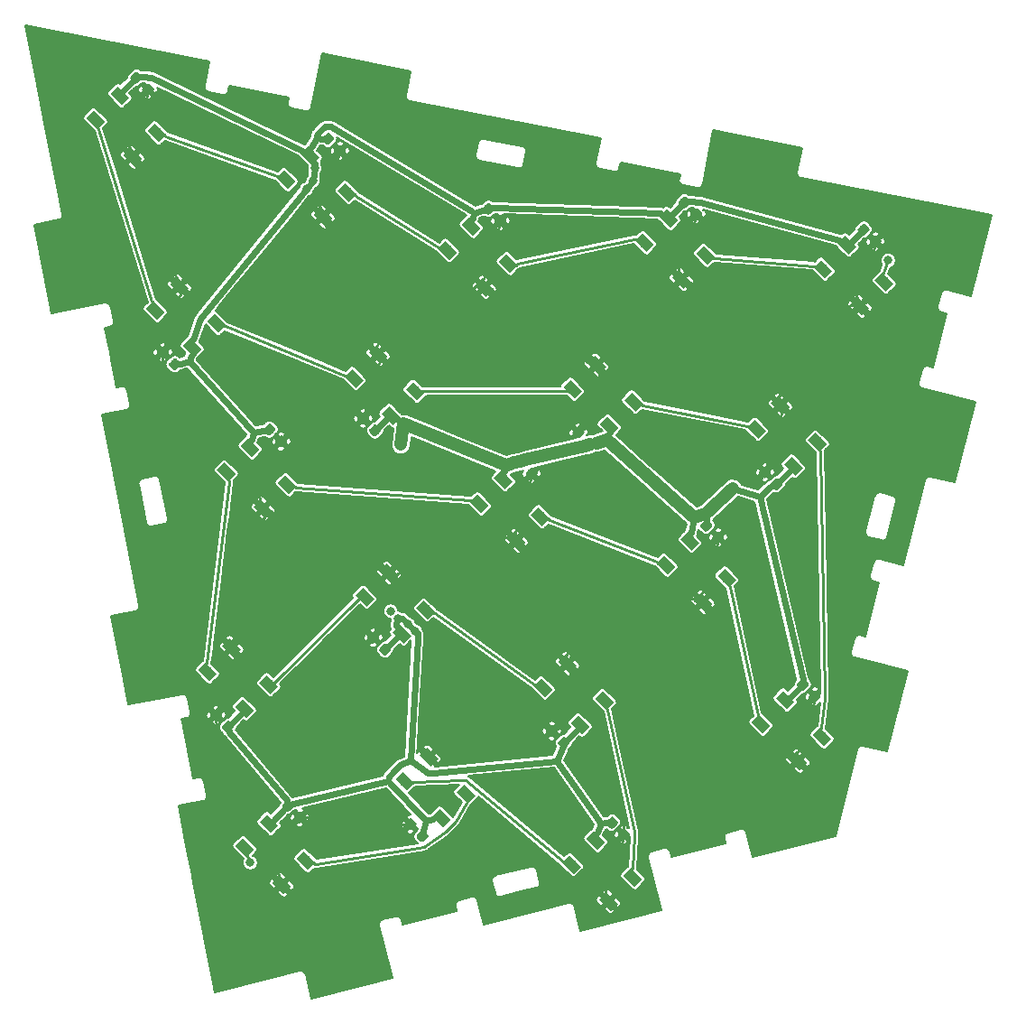
<source format=gtl>
G04 #@! TF.GenerationSoftware,KiCad,Pcbnew,5.1.4+dfsg1-1*
G04 #@! TF.CreationDate,2019-11-20T14:25:38+01:00*
G04 #@! TF.ProjectId,LED-Polyhedron,4c45442d-506f-46c7-9968-6564726f6e2e,rev?*
G04 #@! TF.SameCoordinates,Original*
G04 #@! TF.FileFunction,Copper,L1,Top*
G04 #@! TF.FilePolarity,Positive*
%FSLAX46Y46*%
G04 Gerber Fmt 4.6, Leading zero omitted, Abs format (unit mm)*
G04 Created by KiCad (PCBNEW 5.1.4+dfsg1-1) date 2019-11-20 14:25:38*
%MOMM*%
%LPD*%
G04 APERTURE LIST*
%ADD10C,1.000000*%
%ADD11C,0.100000*%
%ADD12C,0.875000*%
%ADD13C,0.800000*%
%ADD14C,0.250000*%
%ADD15C,0.600000*%
%ADD16C,1.200000*%
%ADD17C,0.200000*%
G04 APERTURE END LIST*
D10*
X54068959Y-76966218D03*
D11*
G36*
X53185076Y-76789441D02*
G01*
X53892182Y-76082335D01*
X54952842Y-77142995D01*
X54245736Y-77850101D01*
X53185076Y-76789441D01*
X53185076Y-76789441D01*
G37*
D10*
X51806218Y-79228959D03*
D11*
G36*
X50922335Y-79052182D02*
G01*
X51629441Y-78345076D01*
X52690101Y-79405736D01*
X51982995Y-80112842D01*
X50922335Y-79052182D01*
X50922335Y-79052182D01*
G37*
D10*
X57533782Y-80431041D03*
D11*
G36*
X56649899Y-80254264D02*
G01*
X57357005Y-79547158D01*
X58417665Y-80607818D01*
X57710559Y-81314924D01*
X56649899Y-80254264D01*
X56649899Y-80254264D01*
G37*
D10*
X55271041Y-82693782D03*
D11*
G36*
X54387158Y-82517005D02*
G01*
X55094264Y-81809899D01*
X56154924Y-82870559D01*
X55447818Y-83577665D01*
X54387158Y-82517005D01*
X54387158Y-82517005D01*
G37*
G36*
X56744805Y-75853274D02*
G01*
X56766040Y-75856424D01*
X56786864Y-75861640D01*
X56807076Y-75868872D01*
X56826482Y-75878051D01*
X56844895Y-75889087D01*
X56862138Y-75901875D01*
X56878044Y-75916291D01*
X57187403Y-76225650D01*
X57201819Y-76241556D01*
X57214607Y-76258799D01*
X57225643Y-76277212D01*
X57234822Y-76296618D01*
X57242054Y-76316830D01*
X57247270Y-76337654D01*
X57250420Y-76358889D01*
X57251473Y-76380330D01*
X57250420Y-76401771D01*
X57247270Y-76423006D01*
X57242054Y-76443830D01*
X57234822Y-76464042D01*
X57225643Y-76483448D01*
X57214607Y-76501861D01*
X57201819Y-76519104D01*
X57187403Y-76535010D01*
X56825010Y-76897403D01*
X56809104Y-76911819D01*
X56791861Y-76924607D01*
X56773448Y-76935643D01*
X56754042Y-76944822D01*
X56733830Y-76952054D01*
X56713006Y-76957270D01*
X56691771Y-76960420D01*
X56670330Y-76961473D01*
X56648889Y-76960420D01*
X56627654Y-76957270D01*
X56606830Y-76952054D01*
X56586618Y-76944822D01*
X56567212Y-76935643D01*
X56548799Y-76924607D01*
X56531556Y-76911819D01*
X56515650Y-76897403D01*
X56206291Y-76588044D01*
X56191875Y-76572138D01*
X56179087Y-76554895D01*
X56168051Y-76536482D01*
X56158872Y-76517076D01*
X56151640Y-76496864D01*
X56146424Y-76476040D01*
X56143274Y-76454805D01*
X56142221Y-76433364D01*
X56143274Y-76411923D01*
X56146424Y-76390688D01*
X56151640Y-76369864D01*
X56158872Y-76349652D01*
X56168051Y-76330246D01*
X56179087Y-76311833D01*
X56191875Y-76294590D01*
X56206291Y-76278684D01*
X56568684Y-75916291D01*
X56584590Y-75901875D01*
X56601833Y-75889087D01*
X56620246Y-75878051D01*
X56639652Y-75868872D01*
X56659864Y-75861640D01*
X56680688Y-75856424D01*
X56701923Y-75853274D01*
X56723364Y-75852221D01*
X56744805Y-75853274D01*
X56744805Y-75853274D01*
G37*
D12*
X56696847Y-76406847D03*
D11*
G36*
X55631111Y-74739580D02*
G01*
X55652346Y-74742730D01*
X55673170Y-74747946D01*
X55693382Y-74755178D01*
X55712788Y-74764357D01*
X55731201Y-74775393D01*
X55748444Y-74788181D01*
X55764350Y-74802597D01*
X56073709Y-75111956D01*
X56088125Y-75127862D01*
X56100913Y-75145105D01*
X56111949Y-75163518D01*
X56121128Y-75182924D01*
X56128360Y-75203136D01*
X56133576Y-75223960D01*
X56136726Y-75245195D01*
X56137779Y-75266636D01*
X56136726Y-75288077D01*
X56133576Y-75309312D01*
X56128360Y-75330136D01*
X56121128Y-75350348D01*
X56111949Y-75369754D01*
X56100913Y-75388167D01*
X56088125Y-75405410D01*
X56073709Y-75421316D01*
X55711316Y-75783709D01*
X55695410Y-75798125D01*
X55678167Y-75810913D01*
X55659754Y-75821949D01*
X55640348Y-75831128D01*
X55620136Y-75838360D01*
X55599312Y-75843576D01*
X55578077Y-75846726D01*
X55556636Y-75847779D01*
X55535195Y-75846726D01*
X55513960Y-75843576D01*
X55493136Y-75838360D01*
X55472924Y-75831128D01*
X55453518Y-75821949D01*
X55435105Y-75810913D01*
X55417862Y-75798125D01*
X55401956Y-75783709D01*
X55092597Y-75474350D01*
X55078181Y-75458444D01*
X55065393Y-75441201D01*
X55054357Y-75422788D01*
X55045178Y-75403382D01*
X55037946Y-75383170D01*
X55032730Y-75362346D01*
X55029580Y-75341111D01*
X55028527Y-75319670D01*
X55029580Y-75298229D01*
X55032730Y-75276994D01*
X55037946Y-75256170D01*
X55045178Y-75235958D01*
X55054357Y-75216552D01*
X55065393Y-75198139D01*
X55078181Y-75180896D01*
X55092597Y-75164990D01*
X55454990Y-74802597D01*
X55470896Y-74788181D01*
X55488139Y-74775393D01*
X55506552Y-74764357D01*
X55525958Y-74755178D01*
X55546170Y-74747946D01*
X55566994Y-74742730D01*
X55588229Y-74739580D01*
X55609670Y-74738527D01*
X55631111Y-74739580D01*
X55631111Y-74739580D01*
G37*
D12*
X55583153Y-75293153D03*
D11*
G36*
X25241111Y-73139580D02*
G01*
X25262346Y-73142730D01*
X25283170Y-73147946D01*
X25303382Y-73155178D01*
X25322788Y-73164357D01*
X25341201Y-73175393D01*
X25358444Y-73188181D01*
X25374350Y-73202597D01*
X25683709Y-73511956D01*
X25698125Y-73527862D01*
X25710913Y-73545105D01*
X25721949Y-73563518D01*
X25731128Y-73582924D01*
X25738360Y-73603136D01*
X25743576Y-73623960D01*
X25746726Y-73645195D01*
X25747779Y-73666636D01*
X25746726Y-73688077D01*
X25743576Y-73709312D01*
X25738360Y-73730136D01*
X25731128Y-73750348D01*
X25721949Y-73769754D01*
X25710913Y-73788167D01*
X25698125Y-73805410D01*
X25683709Y-73821316D01*
X25321316Y-74183709D01*
X25305410Y-74198125D01*
X25288167Y-74210913D01*
X25269754Y-74221949D01*
X25250348Y-74231128D01*
X25230136Y-74238360D01*
X25209312Y-74243576D01*
X25188077Y-74246726D01*
X25166636Y-74247779D01*
X25145195Y-74246726D01*
X25123960Y-74243576D01*
X25103136Y-74238360D01*
X25082924Y-74231128D01*
X25063518Y-74221949D01*
X25045105Y-74210913D01*
X25027862Y-74198125D01*
X25011956Y-74183709D01*
X24702597Y-73874350D01*
X24688181Y-73858444D01*
X24675393Y-73841201D01*
X24664357Y-73822788D01*
X24655178Y-73803382D01*
X24647946Y-73783170D01*
X24642730Y-73762346D01*
X24639580Y-73741111D01*
X24638527Y-73719670D01*
X24639580Y-73698229D01*
X24642730Y-73676994D01*
X24647946Y-73656170D01*
X24655178Y-73635958D01*
X24664357Y-73616552D01*
X24675393Y-73598139D01*
X24688181Y-73580896D01*
X24702597Y-73564990D01*
X25064990Y-73202597D01*
X25080896Y-73188181D01*
X25098139Y-73175393D01*
X25116552Y-73164357D01*
X25135958Y-73155178D01*
X25156170Y-73147946D01*
X25176994Y-73142730D01*
X25198229Y-73139580D01*
X25219670Y-73138527D01*
X25241111Y-73139580D01*
X25241111Y-73139580D01*
G37*
D12*
X25193153Y-73693153D03*
D11*
G36*
X26354805Y-74253274D02*
G01*
X26376040Y-74256424D01*
X26396864Y-74261640D01*
X26417076Y-74268872D01*
X26436482Y-74278051D01*
X26454895Y-74289087D01*
X26472138Y-74301875D01*
X26488044Y-74316291D01*
X26797403Y-74625650D01*
X26811819Y-74641556D01*
X26824607Y-74658799D01*
X26835643Y-74677212D01*
X26844822Y-74696618D01*
X26852054Y-74716830D01*
X26857270Y-74737654D01*
X26860420Y-74758889D01*
X26861473Y-74780330D01*
X26860420Y-74801771D01*
X26857270Y-74823006D01*
X26852054Y-74843830D01*
X26844822Y-74864042D01*
X26835643Y-74883448D01*
X26824607Y-74901861D01*
X26811819Y-74919104D01*
X26797403Y-74935010D01*
X26435010Y-75297403D01*
X26419104Y-75311819D01*
X26401861Y-75324607D01*
X26383448Y-75335643D01*
X26364042Y-75344822D01*
X26343830Y-75352054D01*
X26323006Y-75357270D01*
X26301771Y-75360420D01*
X26280330Y-75361473D01*
X26258889Y-75360420D01*
X26237654Y-75357270D01*
X26216830Y-75352054D01*
X26196618Y-75344822D01*
X26177212Y-75335643D01*
X26158799Y-75324607D01*
X26141556Y-75311819D01*
X26125650Y-75297403D01*
X25816291Y-74988044D01*
X25801875Y-74972138D01*
X25789087Y-74954895D01*
X25778051Y-74936482D01*
X25768872Y-74917076D01*
X25761640Y-74896864D01*
X25756424Y-74876040D01*
X25753274Y-74854805D01*
X25752221Y-74833364D01*
X25753274Y-74811923D01*
X25756424Y-74790688D01*
X25761640Y-74769864D01*
X25768872Y-74749652D01*
X25778051Y-74730246D01*
X25789087Y-74711833D01*
X25801875Y-74694590D01*
X25816291Y-74678684D01*
X26178684Y-74316291D01*
X26194590Y-74301875D01*
X26211833Y-74289087D01*
X26230246Y-74278051D01*
X26249652Y-74268872D01*
X26269864Y-74261640D01*
X26290688Y-74256424D01*
X26311923Y-74253274D01*
X26333364Y-74252221D01*
X26354805Y-74253274D01*
X26354805Y-74253274D01*
G37*
D12*
X26306847Y-74806847D03*
D11*
G36*
X74654805Y-62913274D02*
G01*
X74676040Y-62916424D01*
X74696864Y-62921640D01*
X74717076Y-62928872D01*
X74736482Y-62938051D01*
X74754895Y-62949087D01*
X74772138Y-62961875D01*
X74788044Y-62976291D01*
X75097403Y-63285650D01*
X75111819Y-63301556D01*
X75124607Y-63318799D01*
X75135643Y-63337212D01*
X75144822Y-63356618D01*
X75152054Y-63376830D01*
X75157270Y-63397654D01*
X75160420Y-63418889D01*
X75161473Y-63440330D01*
X75160420Y-63461771D01*
X75157270Y-63483006D01*
X75152054Y-63503830D01*
X75144822Y-63524042D01*
X75135643Y-63543448D01*
X75124607Y-63561861D01*
X75111819Y-63579104D01*
X75097403Y-63595010D01*
X74735010Y-63957403D01*
X74719104Y-63971819D01*
X74701861Y-63984607D01*
X74683448Y-63995643D01*
X74664042Y-64004822D01*
X74643830Y-64012054D01*
X74623006Y-64017270D01*
X74601771Y-64020420D01*
X74580330Y-64021473D01*
X74558889Y-64020420D01*
X74537654Y-64017270D01*
X74516830Y-64012054D01*
X74496618Y-64004822D01*
X74477212Y-63995643D01*
X74458799Y-63984607D01*
X74441556Y-63971819D01*
X74425650Y-63957403D01*
X74116291Y-63648044D01*
X74101875Y-63632138D01*
X74089087Y-63614895D01*
X74078051Y-63596482D01*
X74068872Y-63577076D01*
X74061640Y-63556864D01*
X74056424Y-63536040D01*
X74053274Y-63514805D01*
X74052221Y-63493364D01*
X74053274Y-63471923D01*
X74056424Y-63450688D01*
X74061640Y-63429864D01*
X74068872Y-63409652D01*
X74078051Y-63390246D01*
X74089087Y-63371833D01*
X74101875Y-63354590D01*
X74116291Y-63338684D01*
X74478684Y-62976291D01*
X74494590Y-62961875D01*
X74511833Y-62949087D01*
X74530246Y-62938051D01*
X74549652Y-62928872D01*
X74569864Y-62921640D01*
X74590688Y-62916424D01*
X74611923Y-62913274D01*
X74633364Y-62912221D01*
X74654805Y-62913274D01*
X74654805Y-62913274D01*
G37*
D12*
X74606847Y-63466847D03*
D11*
G36*
X73541111Y-61799580D02*
G01*
X73562346Y-61802730D01*
X73583170Y-61807946D01*
X73603382Y-61815178D01*
X73622788Y-61824357D01*
X73641201Y-61835393D01*
X73658444Y-61848181D01*
X73674350Y-61862597D01*
X73983709Y-62171956D01*
X73998125Y-62187862D01*
X74010913Y-62205105D01*
X74021949Y-62223518D01*
X74031128Y-62242924D01*
X74038360Y-62263136D01*
X74043576Y-62283960D01*
X74046726Y-62305195D01*
X74047779Y-62326636D01*
X74046726Y-62348077D01*
X74043576Y-62369312D01*
X74038360Y-62390136D01*
X74031128Y-62410348D01*
X74021949Y-62429754D01*
X74010913Y-62448167D01*
X73998125Y-62465410D01*
X73983709Y-62481316D01*
X73621316Y-62843709D01*
X73605410Y-62858125D01*
X73588167Y-62870913D01*
X73569754Y-62881949D01*
X73550348Y-62891128D01*
X73530136Y-62898360D01*
X73509312Y-62903576D01*
X73488077Y-62906726D01*
X73466636Y-62907779D01*
X73445195Y-62906726D01*
X73423960Y-62903576D01*
X73403136Y-62898360D01*
X73382924Y-62891128D01*
X73363518Y-62881949D01*
X73345105Y-62870913D01*
X73327862Y-62858125D01*
X73311956Y-62843709D01*
X73002597Y-62534350D01*
X72988181Y-62518444D01*
X72975393Y-62501201D01*
X72964357Y-62482788D01*
X72955178Y-62463382D01*
X72947946Y-62443170D01*
X72942730Y-62422346D01*
X72939580Y-62401111D01*
X72938527Y-62379670D01*
X72939580Y-62358229D01*
X72942730Y-62336994D01*
X72947946Y-62316170D01*
X72955178Y-62295958D01*
X72964357Y-62276552D01*
X72975393Y-62258139D01*
X72988181Y-62240896D01*
X73002597Y-62224990D01*
X73364990Y-61862597D01*
X73380896Y-61848181D01*
X73398139Y-61835393D01*
X73416552Y-61824357D01*
X73435958Y-61815178D01*
X73456170Y-61807946D01*
X73476994Y-61802730D01*
X73498229Y-61799580D01*
X73519670Y-61798527D01*
X73541111Y-61799580D01*
X73541111Y-61799580D01*
G37*
D12*
X73493153Y-62353153D03*
D11*
G36*
X37854805Y-76003274D02*
G01*
X37876040Y-76006424D01*
X37896864Y-76011640D01*
X37917076Y-76018872D01*
X37936482Y-76028051D01*
X37954895Y-76039087D01*
X37972138Y-76051875D01*
X37988044Y-76066291D01*
X38297403Y-76375650D01*
X38311819Y-76391556D01*
X38324607Y-76408799D01*
X38335643Y-76427212D01*
X38344822Y-76446618D01*
X38352054Y-76466830D01*
X38357270Y-76487654D01*
X38360420Y-76508889D01*
X38361473Y-76530330D01*
X38360420Y-76551771D01*
X38357270Y-76573006D01*
X38352054Y-76593830D01*
X38344822Y-76614042D01*
X38335643Y-76633448D01*
X38324607Y-76651861D01*
X38311819Y-76669104D01*
X38297403Y-76685010D01*
X37935010Y-77047403D01*
X37919104Y-77061819D01*
X37901861Y-77074607D01*
X37883448Y-77085643D01*
X37864042Y-77094822D01*
X37843830Y-77102054D01*
X37823006Y-77107270D01*
X37801771Y-77110420D01*
X37780330Y-77111473D01*
X37758889Y-77110420D01*
X37737654Y-77107270D01*
X37716830Y-77102054D01*
X37696618Y-77094822D01*
X37677212Y-77085643D01*
X37658799Y-77074607D01*
X37641556Y-77061819D01*
X37625650Y-77047403D01*
X37316291Y-76738044D01*
X37301875Y-76722138D01*
X37289087Y-76704895D01*
X37278051Y-76686482D01*
X37268872Y-76667076D01*
X37261640Y-76646864D01*
X37256424Y-76626040D01*
X37253274Y-76604805D01*
X37252221Y-76583364D01*
X37253274Y-76561923D01*
X37256424Y-76540688D01*
X37261640Y-76519864D01*
X37268872Y-76499652D01*
X37278051Y-76480246D01*
X37289087Y-76461833D01*
X37301875Y-76444590D01*
X37316291Y-76428684D01*
X37678684Y-76066291D01*
X37694590Y-76051875D01*
X37711833Y-76039087D01*
X37730246Y-76028051D01*
X37749652Y-76018872D01*
X37769864Y-76011640D01*
X37790688Y-76006424D01*
X37811923Y-76003274D01*
X37833364Y-76002221D01*
X37854805Y-76003274D01*
X37854805Y-76003274D01*
G37*
D12*
X37806847Y-76556847D03*
D11*
G36*
X36741111Y-74889580D02*
G01*
X36762346Y-74892730D01*
X36783170Y-74897946D01*
X36803382Y-74905178D01*
X36822788Y-74914357D01*
X36841201Y-74925393D01*
X36858444Y-74938181D01*
X36874350Y-74952597D01*
X37183709Y-75261956D01*
X37198125Y-75277862D01*
X37210913Y-75295105D01*
X37221949Y-75313518D01*
X37231128Y-75332924D01*
X37238360Y-75353136D01*
X37243576Y-75373960D01*
X37246726Y-75395195D01*
X37247779Y-75416636D01*
X37246726Y-75438077D01*
X37243576Y-75459312D01*
X37238360Y-75480136D01*
X37231128Y-75500348D01*
X37221949Y-75519754D01*
X37210913Y-75538167D01*
X37198125Y-75555410D01*
X37183709Y-75571316D01*
X36821316Y-75933709D01*
X36805410Y-75948125D01*
X36788167Y-75960913D01*
X36769754Y-75971949D01*
X36750348Y-75981128D01*
X36730136Y-75988360D01*
X36709312Y-75993576D01*
X36688077Y-75996726D01*
X36666636Y-75997779D01*
X36645195Y-75996726D01*
X36623960Y-75993576D01*
X36603136Y-75988360D01*
X36582924Y-75981128D01*
X36563518Y-75971949D01*
X36545105Y-75960913D01*
X36527862Y-75948125D01*
X36511956Y-75933709D01*
X36202597Y-75624350D01*
X36188181Y-75608444D01*
X36175393Y-75591201D01*
X36164357Y-75572788D01*
X36155178Y-75553382D01*
X36147946Y-75533170D01*
X36142730Y-75512346D01*
X36139580Y-75491111D01*
X36138527Y-75469670D01*
X36139580Y-75448229D01*
X36142730Y-75426994D01*
X36147946Y-75406170D01*
X36155178Y-75385958D01*
X36164357Y-75366552D01*
X36175393Y-75348139D01*
X36188181Y-75330896D01*
X36202597Y-75314990D01*
X36564990Y-74952597D01*
X36580896Y-74938181D01*
X36598139Y-74925393D01*
X36616552Y-74914357D01*
X36635958Y-74905178D01*
X36656170Y-74897946D01*
X36676994Y-74892730D01*
X36698229Y-74889580D01*
X36719670Y-74888527D01*
X36741111Y-74889580D01*
X36741111Y-74889580D01*
G37*
D12*
X36693153Y-75443153D03*
D10*
X73031041Y-69513782D03*
D11*
G36*
X72147158Y-69337005D02*
G01*
X72854264Y-68629899D01*
X73914924Y-69690559D01*
X73207818Y-70397665D01*
X72147158Y-69337005D01*
X72147158Y-69337005D01*
G37*
D10*
X75293782Y-67251041D03*
D11*
G36*
X74409899Y-67074264D02*
G01*
X75117005Y-66367158D01*
X76177665Y-67427818D01*
X75470559Y-68134924D01*
X74409899Y-67074264D01*
X74409899Y-67074264D01*
G37*
D10*
X69566218Y-66048959D03*
D11*
G36*
X68682335Y-65872182D02*
G01*
X69389441Y-65165076D01*
X70450101Y-66225736D01*
X69742995Y-66932842D01*
X68682335Y-65872182D01*
X68682335Y-65872182D01*
G37*
D10*
X71828959Y-63786218D03*
D11*
G36*
X70945076Y-63609441D02*
G01*
X71652182Y-62902335D01*
X72712842Y-63962995D01*
X72005736Y-64670101D01*
X70945076Y-63609441D01*
X70945076Y-63609441D01*
G37*
D10*
X23398959Y-75386218D03*
D11*
G36*
X22515076Y-75209441D02*
G01*
X23222182Y-74502335D01*
X24282842Y-75562995D01*
X23575736Y-76270101D01*
X22515076Y-75209441D01*
X22515076Y-75209441D01*
G37*
D10*
X21136218Y-77648959D03*
D11*
G36*
X20252335Y-77472182D02*
G01*
X20959441Y-76765076D01*
X22020101Y-77825736D01*
X21312995Y-78532842D01*
X20252335Y-77472182D01*
X20252335Y-77472182D01*
G37*
D10*
X26863782Y-78851041D03*
D11*
G36*
X25979899Y-78674264D02*
G01*
X26687005Y-77967158D01*
X27747665Y-79027818D01*
X27040559Y-79734924D01*
X25979899Y-78674264D01*
X25979899Y-78674264D01*
G37*
D10*
X24601041Y-81113782D03*
D11*
G36*
X23717158Y-80937005D02*
G01*
X24424264Y-80229899D01*
X25484924Y-81290559D01*
X24777818Y-81997665D01*
X23717158Y-80937005D01*
X23717158Y-80937005D01*
G37*
D10*
X38398959Y-69136218D03*
D11*
G36*
X39282842Y-69312995D02*
G01*
X38575736Y-70020101D01*
X37515076Y-68959441D01*
X38222182Y-68252335D01*
X39282842Y-69312995D01*
X39282842Y-69312995D01*
G37*
D10*
X36136218Y-71398959D03*
D11*
G36*
X37020101Y-71575736D02*
G01*
X36312995Y-72282842D01*
X35252335Y-71222182D01*
X35959441Y-70515076D01*
X37020101Y-71575736D01*
X37020101Y-71575736D01*
G37*
D10*
X41863782Y-72601041D03*
D11*
G36*
X42747665Y-72777818D02*
G01*
X42040559Y-73484924D01*
X40979899Y-72424264D01*
X41687005Y-71717158D01*
X42747665Y-72777818D01*
X42747665Y-72777818D01*
G37*
D10*
X39601041Y-74863782D03*
D11*
G36*
X40484924Y-75040559D02*
G01*
X39777818Y-75747665D01*
X38717158Y-74687005D01*
X39424264Y-73979899D01*
X40484924Y-75040559D01*
X40484924Y-75040559D01*
G37*
G36*
X62434311Y-16582780D02*
G01*
X62455546Y-16585930D01*
X62476370Y-16591146D01*
X62496582Y-16598378D01*
X62515988Y-16607557D01*
X62534401Y-16618593D01*
X62551644Y-16631381D01*
X62567550Y-16645797D01*
X62876909Y-16955156D01*
X62891325Y-16971062D01*
X62904113Y-16988305D01*
X62915149Y-17006718D01*
X62924328Y-17026124D01*
X62931560Y-17046336D01*
X62936776Y-17067160D01*
X62939926Y-17088395D01*
X62940979Y-17109836D01*
X62939926Y-17131277D01*
X62936776Y-17152512D01*
X62931560Y-17173336D01*
X62924328Y-17193548D01*
X62915149Y-17212954D01*
X62904113Y-17231367D01*
X62891325Y-17248610D01*
X62876909Y-17264516D01*
X62514516Y-17626909D01*
X62498610Y-17641325D01*
X62481367Y-17654113D01*
X62462954Y-17665149D01*
X62443548Y-17674328D01*
X62423336Y-17681560D01*
X62402512Y-17686776D01*
X62381277Y-17689926D01*
X62359836Y-17690979D01*
X62338395Y-17689926D01*
X62317160Y-17686776D01*
X62296336Y-17681560D01*
X62276124Y-17674328D01*
X62256718Y-17665149D01*
X62238305Y-17654113D01*
X62221062Y-17641325D01*
X62205156Y-17626909D01*
X61895797Y-17317550D01*
X61881381Y-17301644D01*
X61868593Y-17284401D01*
X61857557Y-17265988D01*
X61848378Y-17246582D01*
X61841146Y-17226370D01*
X61835930Y-17205546D01*
X61832780Y-17184311D01*
X61831727Y-17162870D01*
X61832780Y-17141429D01*
X61835930Y-17120194D01*
X61841146Y-17099370D01*
X61848378Y-17079158D01*
X61857557Y-17059752D01*
X61868593Y-17041339D01*
X61881381Y-17024096D01*
X61895797Y-17008190D01*
X62258190Y-16645797D01*
X62274096Y-16631381D01*
X62291339Y-16618593D01*
X62309752Y-16607557D01*
X62329158Y-16598378D01*
X62349370Y-16591146D01*
X62370194Y-16585930D01*
X62391429Y-16582780D01*
X62412870Y-16581727D01*
X62434311Y-16582780D01*
X62434311Y-16582780D01*
G37*
D12*
X62386353Y-17136353D03*
D11*
G36*
X63548005Y-17696474D02*
G01*
X63569240Y-17699624D01*
X63590064Y-17704840D01*
X63610276Y-17712072D01*
X63629682Y-17721251D01*
X63648095Y-17732287D01*
X63665338Y-17745075D01*
X63681244Y-17759491D01*
X63990603Y-18068850D01*
X64005019Y-18084756D01*
X64017807Y-18101999D01*
X64028843Y-18120412D01*
X64038022Y-18139818D01*
X64045254Y-18160030D01*
X64050470Y-18180854D01*
X64053620Y-18202089D01*
X64054673Y-18223530D01*
X64053620Y-18244971D01*
X64050470Y-18266206D01*
X64045254Y-18287030D01*
X64038022Y-18307242D01*
X64028843Y-18326648D01*
X64017807Y-18345061D01*
X64005019Y-18362304D01*
X63990603Y-18378210D01*
X63628210Y-18740603D01*
X63612304Y-18755019D01*
X63595061Y-18767807D01*
X63576648Y-18778843D01*
X63557242Y-18788022D01*
X63537030Y-18795254D01*
X63516206Y-18800470D01*
X63494971Y-18803620D01*
X63473530Y-18804673D01*
X63452089Y-18803620D01*
X63430854Y-18800470D01*
X63410030Y-18795254D01*
X63389818Y-18788022D01*
X63370412Y-18778843D01*
X63351999Y-18767807D01*
X63334756Y-18755019D01*
X63318850Y-18740603D01*
X63009491Y-18431244D01*
X62995075Y-18415338D01*
X62982287Y-18398095D01*
X62971251Y-18379682D01*
X62962072Y-18360276D01*
X62954840Y-18340064D01*
X62949624Y-18319240D01*
X62946474Y-18298005D01*
X62945421Y-18276564D01*
X62946474Y-18255123D01*
X62949624Y-18233888D01*
X62954840Y-18213064D01*
X62962072Y-18192852D01*
X62971251Y-18173446D01*
X62982287Y-18155033D01*
X62995075Y-18137790D01*
X63009491Y-18121884D01*
X63371884Y-17759491D01*
X63387790Y-17745075D01*
X63405033Y-17732287D01*
X63423446Y-17721251D01*
X63442852Y-17712072D01*
X63463064Y-17704840D01*
X63483888Y-17699624D01*
X63505123Y-17696474D01*
X63526564Y-17695421D01*
X63548005Y-17696474D01*
X63548005Y-17696474D01*
G37*
D12*
X63500047Y-18250047D03*
D11*
G36*
X33241111Y-57389580D02*
G01*
X33262346Y-57392730D01*
X33283170Y-57397946D01*
X33303382Y-57405178D01*
X33322788Y-57414357D01*
X33341201Y-57425393D01*
X33358444Y-57438181D01*
X33374350Y-57452597D01*
X33683709Y-57761956D01*
X33698125Y-57777862D01*
X33710913Y-57795105D01*
X33721949Y-57813518D01*
X33731128Y-57832924D01*
X33738360Y-57853136D01*
X33743576Y-57873960D01*
X33746726Y-57895195D01*
X33747779Y-57916636D01*
X33746726Y-57938077D01*
X33743576Y-57959312D01*
X33738360Y-57980136D01*
X33731128Y-58000348D01*
X33721949Y-58019754D01*
X33710913Y-58038167D01*
X33698125Y-58055410D01*
X33683709Y-58071316D01*
X33321316Y-58433709D01*
X33305410Y-58448125D01*
X33288167Y-58460913D01*
X33269754Y-58471949D01*
X33250348Y-58481128D01*
X33230136Y-58488360D01*
X33209312Y-58493576D01*
X33188077Y-58496726D01*
X33166636Y-58497779D01*
X33145195Y-58496726D01*
X33123960Y-58493576D01*
X33103136Y-58488360D01*
X33082924Y-58481128D01*
X33063518Y-58471949D01*
X33045105Y-58460913D01*
X33027862Y-58448125D01*
X33011956Y-58433709D01*
X32702597Y-58124350D01*
X32688181Y-58108444D01*
X32675393Y-58091201D01*
X32664357Y-58072788D01*
X32655178Y-58053382D01*
X32647946Y-58033170D01*
X32642730Y-58012346D01*
X32639580Y-57991111D01*
X32638527Y-57969670D01*
X32639580Y-57948229D01*
X32642730Y-57926994D01*
X32647946Y-57906170D01*
X32655178Y-57885958D01*
X32664357Y-57866552D01*
X32675393Y-57848139D01*
X32688181Y-57830896D01*
X32702597Y-57814990D01*
X33064990Y-57452597D01*
X33080896Y-57438181D01*
X33098139Y-57425393D01*
X33116552Y-57414357D01*
X33135958Y-57405178D01*
X33156170Y-57397946D01*
X33176994Y-57392730D01*
X33198229Y-57389580D01*
X33219670Y-57388527D01*
X33241111Y-57389580D01*
X33241111Y-57389580D01*
G37*
D12*
X33193153Y-57943153D03*
D11*
G36*
X34354805Y-58503274D02*
G01*
X34376040Y-58506424D01*
X34396864Y-58511640D01*
X34417076Y-58518872D01*
X34436482Y-58528051D01*
X34454895Y-58539087D01*
X34472138Y-58551875D01*
X34488044Y-58566291D01*
X34797403Y-58875650D01*
X34811819Y-58891556D01*
X34824607Y-58908799D01*
X34835643Y-58927212D01*
X34844822Y-58946618D01*
X34852054Y-58966830D01*
X34857270Y-58987654D01*
X34860420Y-59008889D01*
X34861473Y-59030330D01*
X34860420Y-59051771D01*
X34857270Y-59073006D01*
X34852054Y-59093830D01*
X34844822Y-59114042D01*
X34835643Y-59133448D01*
X34824607Y-59151861D01*
X34811819Y-59169104D01*
X34797403Y-59185010D01*
X34435010Y-59547403D01*
X34419104Y-59561819D01*
X34401861Y-59574607D01*
X34383448Y-59585643D01*
X34364042Y-59594822D01*
X34343830Y-59602054D01*
X34323006Y-59607270D01*
X34301771Y-59610420D01*
X34280330Y-59611473D01*
X34258889Y-59610420D01*
X34237654Y-59607270D01*
X34216830Y-59602054D01*
X34196618Y-59594822D01*
X34177212Y-59585643D01*
X34158799Y-59574607D01*
X34141556Y-59561819D01*
X34125650Y-59547403D01*
X33816291Y-59238044D01*
X33801875Y-59222138D01*
X33789087Y-59204895D01*
X33778051Y-59186482D01*
X33768872Y-59167076D01*
X33761640Y-59146864D01*
X33756424Y-59126040D01*
X33753274Y-59104805D01*
X33752221Y-59083364D01*
X33753274Y-59061923D01*
X33756424Y-59040688D01*
X33761640Y-59019864D01*
X33768872Y-58999652D01*
X33778051Y-58980246D01*
X33789087Y-58961833D01*
X33801875Y-58944590D01*
X33816291Y-58928684D01*
X34178684Y-58566291D01*
X34194590Y-58551875D01*
X34211833Y-58539087D01*
X34230246Y-58528051D01*
X34249652Y-58518872D01*
X34269864Y-58511640D01*
X34290688Y-58506424D01*
X34311923Y-58503274D01*
X34333364Y-58502221D01*
X34354805Y-58503274D01*
X34354805Y-58503274D01*
G37*
D12*
X34306847Y-59056847D03*
D11*
G36*
X19604805Y-65753274D02*
G01*
X19626040Y-65756424D01*
X19646864Y-65761640D01*
X19667076Y-65768872D01*
X19686482Y-65778051D01*
X19704895Y-65789087D01*
X19722138Y-65801875D01*
X19738044Y-65816291D01*
X20047403Y-66125650D01*
X20061819Y-66141556D01*
X20074607Y-66158799D01*
X20085643Y-66177212D01*
X20094822Y-66196618D01*
X20102054Y-66216830D01*
X20107270Y-66237654D01*
X20110420Y-66258889D01*
X20111473Y-66280330D01*
X20110420Y-66301771D01*
X20107270Y-66323006D01*
X20102054Y-66343830D01*
X20094822Y-66364042D01*
X20085643Y-66383448D01*
X20074607Y-66401861D01*
X20061819Y-66419104D01*
X20047403Y-66435010D01*
X19685010Y-66797403D01*
X19669104Y-66811819D01*
X19651861Y-66824607D01*
X19633448Y-66835643D01*
X19614042Y-66844822D01*
X19593830Y-66852054D01*
X19573006Y-66857270D01*
X19551771Y-66860420D01*
X19530330Y-66861473D01*
X19508889Y-66860420D01*
X19487654Y-66857270D01*
X19466830Y-66852054D01*
X19446618Y-66844822D01*
X19427212Y-66835643D01*
X19408799Y-66824607D01*
X19391556Y-66811819D01*
X19375650Y-66797403D01*
X19066291Y-66488044D01*
X19051875Y-66472138D01*
X19039087Y-66454895D01*
X19028051Y-66436482D01*
X19018872Y-66417076D01*
X19011640Y-66396864D01*
X19006424Y-66376040D01*
X19003274Y-66354805D01*
X19002221Y-66333364D01*
X19003274Y-66311923D01*
X19006424Y-66290688D01*
X19011640Y-66269864D01*
X19018872Y-66249652D01*
X19028051Y-66230246D01*
X19039087Y-66211833D01*
X19051875Y-66194590D01*
X19066291Y-66178684D01*
X19428684Y-65816291D01*
X19444590Y-65801875D01*
X19461833Y-65789087D01*
X19480246Y-65778051D01*
X19499652Y-65768872D01*
X19519864Y-65761640D01*
X19540688Y-65756424D01*
X19561923Y-65753274D01*
X19583364Y-65752221D01*
X19604805Y-65753274D01*
X19604805Y-65753274D01*
G37*
D12*
X19556847Y-66306847D03*
D11*
G36*
X18491111Y-64639580D02*
G01*
X18512346Y-64642730D01*
X18533170Y-64647946D01*
X18553382Y-64655178D01*
X18572788Y-64664357D01*
X18591201Y-64675393D01*
X18608444Y-64688181D01*
X18624350Y-64702597D01*
X18933709Y-65011956D01*
X18948125Y-65027862D01*
X18960913Y-65045105D01*
X18971949Y-65063518D01*
X18981128Y-65082924D01*
X18988360Y-65103136D01*
X18993576Y-65123960D01*
X18996726Y-65145195D01*
X18997779Y-65166636D01*
X18996726Y-65188077D01*
X18993576Y-65209312D01*
X18988360Y-65230136D01*
X18981128Y-65250348D01*
X18971949Y-65269754D01*
X18960913Y-65288167D01*
X18948125Y-65305410D01*
X18933709Y-65321316D01*
X18571316Y-65683709D01*
X18555410Y-65698125D01*
X18538167Y-65710913D01*
X18519754Y-65721949D01*
X18500348Y-65731128D01*
X18480136Y-65738360D01*
X18459312Y-65743576D01*
X18438077Y-65746726D01*
X18416636Y-65747779D01*
X18395195Y-65746726D01*
X18373960Y-65743576D01*
X18353136Y-65738360D01*
X18332924Y-65731128D01*
X18313518Y-65721949D01*
X18295105Y-65710913D01*
X18277862Y-65698125D01*
X18261956Y-65683709D01*
X17952597Y-65374350D01*
X17938181Y-65358444D01*
X17925393Y-65341201D01*
X17914357Y-65322788D01*
X17905178Y-65303382D01*
X17897946Y-65283170D01*
X17892730Y-65262346D01*
X17889580Y-65241111D01*
X17888527Y-65219670D01*
X17889580Y-65198229D01*
X17892730Y-65176994D01*
X17897946Y-65156170D01*
X17905178Y-65135958D01*
X17914357Y-65116552D01*
X17925393Y-65098139D01*
X17938181Y-65080896D01*
X17952597Y-65064990D01*
X18314990Y-64702597D01*
X18330896Y-64688181D01*
X18348139Y-64675393D01*
X18366552Y-64664357D01*
X18385958Y-64655178D01*
X18406170Y-64647946D01*
X18426994Y-64642730D01*
X18448229Y-64639580D01*
X18469670Y-64638527D01*
X18491111Y-64639580D01*
X18491111Y-64639580D01*
G37*
D12*
X18443153Y-65193153D03*
D11*
G36*
X24604805Y-39003274D02*
G01*
X24626040Y-39006424D01*
X24646864Y-39011640D01*
X24667076Y-39018872D01*
X24686482Y-39028051D01*
X24704895Y-39039087D01*
X24722138Y-39051875D01*
X24738044Y-39066291D01*
X25047403Y-39375650D01*
X25061819Y-39391556D01*
X25074607Y-39408799D01*
X25085643Y-39427212D01*
X25094822Y-39446618D01*
X25102054Y-39466830D01*
X25107270Y-39487654D01*
X25110420Y-39508889D01*
X25111473Y-39530330D01*
X25110420Y-39551771D01*
X25107270Y-39573006D01*
X25102054Y-39593830D01*
X25094822Y-39614042D01*
X25085643Y-39633448D01*
X25074607Y-39651861D01*
X25061819Y-39669104D01*
X25047403Y-39685010D01*
X24685010Y-40047403D01*
X24669104Y-40061819D01*
X24651861Y-40074607D01*
X24633448Y-40085643D01*
X24614042Y-40094822D01*
X24593830Y-40102054D01*
X24573006Y-40107270D01*
X24551771Y-40110420D01*
X24530330Y-40111473D01*
X24508889Y-40110420D01*
X24487654Y-40107270D01*
X24466830Y-40102054D01*
X24446618Y-40094822D01*
X24427212Y-40085643D01*
X24408799Y-40074607D01*
X24391556Y-40061819D01*
X24375650Y-40047403D01*
X24066291Y-39738044D01*
X24051875Y-39722138D01*
X24039087Y-39704895D01*
X24028051Y-39686482D01*
X24018872Y-39667076D01*
X24011640Y-39646864D01*
X24006424Y-39626040D01*
X24003274Y-39604805D01*
X24002221Y-39583364D01*
X24003274Y-39561923D01*
X24006424Y-39540688D01*
X24011640Y-39519864D01*
X24018872Y-39499652D01*
X24028051Y-39480246D01*
X24039087Y-39461833D01*
X24051875Y-39444590D01*
X24066291Y-39428684D01*
X24428684Y-39066291D01*
X24444590Y-39051875D01*
X24461833Y-39039087D01*
X24480246Y-39028051D01*
X24499652Y-39018872D01*
X24519864Y-39011640D01*
X24540688Y-39006424D01*
X24561923Y-39003274D01*
X24583364Y-39002221D01*
X24604805Y-39003274D01*
X24604805Y-39003274D01*
G37*
D12*
X24556847Y-39556847D03*
D11*
G36*
X23491111Y-37889580D02*
G01*
X23512346Y-37892730D01*
X23533170Y-37897946D01*
X23553382Y-37905178D01*
X23572788Y-37914357D01*
X23591201Y-37925393D01*
X23608444Y-37938181D01*
X23624350Y-37952597D01*
X23933709Y-38261956D01*
X23948125Y-38277862D01*
X23960913Y-38295105D01*
X23971949Y-38313518D01*
X23981128Y-38332924D01*
X23988360Y-38353136D01*
X23993576Y-38373960D01*
X23996726Y-38395195D01*
X23997779Y-38416636D01*
X23996726Y-38438077D01*
X23993576Y-38459312D01*
X23988360Y-38480136D01*
X23981128Y-38500348D01*
X23971949Y-38519754D01*
X23960913Y-38538167D01*
X23948125Y-38555410D01*
X23933709Y-38571316D01*
X23571316Y-38933709D01*
X23555410Y-38948125D01*
X23538167Y-38960913D01*
X23519754Y-38971949D01*
X23500348Y-38981128D01*
X23480136Y-38988360D01*
X23459312Y-38993576D01*
X23438077Y-38996726D01*
X23416636Y-38997779D01*
X23395195Y-38996726D01*
X23373960Y-38993576D01*
X23353136Y-38988360D01*
X23332924Y-38981128D01*
X23313518Y-38971949D01*
X23295105Y-38960913D01*
X23277862Y-38948125D01*
X23261956Y-38933709D01*
X22952597Y-38624350D01*
X22938181Y-38608444D01*
X22925393Y-38591201D01*
X22914357Y-38572788D01*
X22905178Y-38553382D01*
X22897946Y-38533170D01*
X22892730Y-38512346D01*
X22889580Y-38491111D01*
X22888527Y-38469670D01*
X22889580Y-38448229D01*
X22892730Y-38426994D01*
X22897946Y-38406170D01*
X22905178Y-38385958D01*
X22914357Y-38366552D01*
X22925393Y-38348139D01*
X22938181Y-38330896D01*
X22952597Y-38314990D01*
X23314990Y-37952597D01*
X23330896Y-37938181D01*
X23348139Y-37925393D01*
X23366552Y-37914357D01*
X23385958Y-37905178D01*
X23406170Y-37897946D01*
X23426994Y-37892730D01*
X23448229Y-37889580D01*
X23469670Y-37888527D01*
X23491111Y-37889580D01*
X23491111Y-37889580D01*
G37*
D12*
X23443153Y-38443153D03*
D11*
G36*
X46991111Y-40889580D02*
G01*
X47012346Y-40892730D01*
X47033170Y-40897946D01*
X47053382Y-40905178D01*
X47072788Y-40914357D01*
X47091201Y-40925393D01*
X47108444Y-40938181D01*
X47124350Y-40952597D01*
X47433709Y-41261956D01*
X47448125Y-41277862D01*
X47460913Y-41295105D01*
X47471949Y-41313518D01*
X47481128Y-41332924D01*
X47488360Y-41353136D01*
X47493576Y-41373960D01*
X47496726Y-41395195D01*
X47497779Y-41416636D01*
X47496726Y-41438077D01*
X47493576Y-41459312D01*
X47488360Y-41480136D01*
X47481128Y-41500348D01*
X47471949Y-41519754D01*
X47460913Y-41538167D01*
X47448125Y-41555410D01*
X47433709Y-41571316D01*
X47071316Y-41933709D01*
X47055410Y-41948125D01*
X47038167Y-41960913D01*
X47019754Y-41971949D01*
X47000348Y-41981128D01*
X46980136Y-41988360D01*
X46959312Y-41993576D01*
X46938077Y-41996726D01*
X46916636Y-41997779D01*
X46895195Y-41996726D01*
X46873960Y-41993576D01*
X46853136Y-41988360D01*
X46832924Y-41981128D01*
X46813518Y-41971949D01*
X46795105Y-41960913D01*
X46777862Y-41948125D01*
X46761956Y-41933709D01*
X46452597Y-41624350D01*
X46438181Y-41608444D01*
X46425393Y-41591201D01*
X46414357Y-41572788D01*
X46405178Y-41553382D01*
X46397946Y-41533170D01*
X46392730Y-41512346D01*
X46389580Y-41491111D01*
X46388527Y-41469670D01*
X46389580Y-41448229D01*
X46392730Y-41426994D01*
X46397946Y-41406170D01*
X46405178Y-41385958D01*
X46414357Y-41366552D01*
X46425393Y-41348139D01*
X46438181Y-41330896D01*
X46452597Y-41314990D01*
X46814990Y-40952597D01*
X46830896Y-40938181D01*
X46848139Y-40925393D01*
X46866552Y-40914357D01*
X46885958Y-40905178D01*
X46906170Y-40897946D01*
X46926994Y-40892730D01*
X46948229Y-40889580D01*
X46969670Y-40888527D01*
X46991111Y-40889580D01*
X46991111Y-40889580D01*
G37*
D12*
X46943153Y-41443153D03*
D11*
G36*
X48104805Y-42003274D02*
G01*
X48126040Y-42006424D01*
X48146864Y-42011640D01*
X48167076Y-42018872D01*
X48186482Y-42028051D01*
X48204895Y-42039087D01*
X48222138Y-42051875D01*
X48238044Y-42066291D01*
X48547403Y-42375650D01*
X48561819Y-42391556D01*
X48574607Y-42408799D01*
X48585643Y-42427212D01*
X48594822Y-42446618D01*
X48602054Y-42466830D01*
X48607270Y-42487654D01*
X48610420Y-42508889D01*
X48611473Y-42530330D01*
X48610420Y-42551771D01*
X48607270Y-42573006D01*
X48602054Y-42593830D01*
X48594822Y-42614042D01*
X48585643Y-42633448D01*
X48574607Y-42651861D01*
X48561819Y-42669104D01*
X48547403Y-42685010D01*
X48185010Y-43047403D01*
X48169104Y-43061819D01*
X48151861Y-43074607D01*
X48133448Y-43085643D01*
X48114042Y-43094822D01*
X48093830Y-43102054D01*
X48073006Y-43107270D01*
X48051771Y-43110420D01*
X48030330Y-43111473D01*
X48008889Y-43110420D01*
X47987654Y-43107270D01*
X47966830Y-43102054D01*
X47946618Y-43094822D01*
X47927212Y-43085643D01*
X47908799Y-43074607D01*
X47891556Y-43061819D01*
X47875650Y-43047403D01*
X47566291Y-42738044D01*
X47551875Y-42722138D01*
X47539087Y-42704895D01*
X47528051Y-42686482D01*
X47518872Y-42667076D01*
X47511640Y-42646864D01*
X47506424Y-42626040D01*
X47503274Y-42604805D01*
X47502221Y-42583364D01*
X47503274Y-42561923D01*
X47506424Y-42540688D01*
X47511640Y-42519864D01*
X47518872Y-42499652D01*
X47528051Y-42480246D01*
X47539087Y-42461833D01*
X47551875Y-42444590D01*
X47566291Y-42428684D01*
X47928684Y-42066291D01*
X47944590Y-42051875D01*
X47961833Y-42039087D01*
X47980246Y-42028051D01*
X47999652Y-42018872D01*
X48019864Y-42011640D01*
X48040688Y-42006424D01*
X48061923Y-42003274D01*
X48083364Y-42002221D01*
X48104805Y-42003274D01*
X48104805Y-42003274D01*
G37*
D12*
X48056847Y-42556847D03*
D11*
G36*
X65604805Y-48003274D02*
G01*
X65626040Y-48006424D01*
X65646864Y-48011640D01*
X65667076Y-48018872D01*
X65686482Y-48028051D01*
X65704895Y-48039087D01*
X65722138Y-48051875D01*
X65738044Y-48066291D01*
X66047403Y-48375650D01*
X66061819Y-48391556D01*
X66074607Y-48408799D01*
X66085643Y-48427212D01*
X66094822Y-48446618D01*
X66102054Y-48466830D01*
X66107270Y-48487654D01*
X66110420Y-48508889D01*
X66111473Y-48530330D01*
X66110420Y-48551771D01*
X66107270Y-48573006D01*
X66102054Y-48593830D01*
X66094822Y-48614042D01*
X66085643Y-48633448D01*
X66074607Y-48651861D01*
X66061819Y-48669104D01*
X66047403Y-48685010D01*
X65685010Y-49047403D01*
X65669104Y-49061819D01*
X65651861Y-49074607D01*
X65633448Y-49085643D01*
X65614042Y-49094822D01*
X65593830Y-49102054D01*
X65573006Y-49107270D01*
X65551771Y-49110420D01*
X65530330Y-49111473D01*
X65508889Y-49110420D01*
X65487654Y-49107270D01*
X65466830Y-49102054D01*
X65446618Y-49094822D01*
X65427212Y-49085643D01*
X65408799Y-49074607D01*
X65391556Y-49061819D01*
X65375650Y-49047403D01*
X65066291Y-48738044D01*
X65051875Y-48722138D01*
X65039087Y-48704895D01*
X65028051Y-48686482D01*
X65018872Y-48667076D01*
X65011640Y-48646864D01*
X65006424Y-48626040D01*
X65003274Y-48604805D01*
X65002221Y-48583364D01*
X65003274Y-48561923D01*
X65006424Y-48540688D01*
X65011640Y-48519864D01*
X65018872Y-48499652D01*
X65028051Y-48480246D01*
X65039087Y-48461833D01*
X65051875Y-48444590D01*
X65066291Y-48428684D01*
X65428684Y-48066291D01*
X65444590Y-48051875D01*
X65461833Y-48039087D01*
X65480246Y-48028051D01*
X65499652Y-48018872D01*
X65519864Y-48011640D01*
X65540688Y-48006424D01*
X65561923Y-48003274D01*
X65583364Y-48002221D01*
X65604805Y-48003274D01*
X65604805Y-48003274D01*
G37*
D12*
X65556847Y-48556847D03*
D11*
G36*
X64491111Y-46889580D02*
G01*
X64512346Y-46892730D01*
X64533170Y-46897946D01*
X64553382Y-46905178D01*
X64572788Y-46914357D01*
X64591201Y-46925393D01*
X64608444Y-46938181D01*
X64624350Y-46952597D01*
X64933709Y-47261956D01*
X64948125Y-47277862D01*
X64960913Y-47295105D01*
X64971949Y-47313518D01*
X64981128Y-47332924D01*
X64988360Y-47353136D01*
X64993576Y-47373960D01*
X64996726Y-47395195D01*
X64997779Y-47416636D01*
X64996726Y-47438077D01*
X64993576Y-47459312D01*
X64988360Y-47480136D01*
X64981128Y-47500348D01*
X64971949Y-47519754D01*
X64960913Y-47538167D01*
X64948125Y-47555410D01*
X64933709Y-47571316D01*
X64571316Y-47933709D01*
X64555410Y-47948125D01*
X64538167Y-47960913D01*
X64519754Y-47971949D01*
X64500348Y-47981128D01*
X64480136Y-47988360D01*
X64459312Y-47993576D01*
X64438077Y-47996726D01*
X64416636Y-47997779D01*
X64395195Y-47996726D01*
X64373960Y-47993576D01*
X64353136Y-47988360D01*
X64332924Y-47981128D01*
X64313518Y-47971949D01*
X64295105Y-47960913D01*
X64277862Y-47948125D01*
X64261956Y-47933709D01*
X63952597Y-47624350D01*
X63938181Y-47608444D01*
X63925393Y-47591201D01*
X63914357Y-47572788D01*
X63905178Y-47553382D01*
X63897946Y-47533170D01*
X63892730Y-47512346D01*
X63889580Y-47491111D01*
X63888527Y-47469670D01*
X63889580Y-47448229D01*
X63892730Y-47426994D01*
X63897946Y-47406170D01*
X63905178Y-47385958D01*
X63914357Y-47366552D01*
X63925393Y-47348139D01*
X63938181Y-47330896D01*
X63952597Y-47314990D01*
X64314990Y-46952597D01*
X64330896Y-46938181D01*
X64348139Y-46925393D01*
X64366552Y-46914357D01*
X64385958Y-46905178D01*
X64406170Y-46897946D01*
X64426994Y-46892730D01*
X64448229Y-46889580D01*
X64469670Y-46888527D01*
X64491111Y-46889580D01*
X64491111Y-46889580D01*
G37*
D12*
X64443153Y-47443153D03*
D11*
G36*
X71104805Y-43003274D02*
G01*
X71126040Y-43006424D01*
X71146864Y-43011640D01*
X71167076Y-43018872D01*
X71186482Y-43028051D01*
X71204895Y-43039087D01*
X71222138Y-43051875D01*
X71238044Y-43066291D01*
X71547403Y-43375650D01*
X71561819Y-43391556D01*
X71574607Y-43408799D01*
X71585643Y-43427212D01*
X71594822Y-43446618D01*
X71602054Y-43466830D01*
X71607270Y-43487654D01*
X71610420Y-43508889D01*
X71611473Y-43530330D01*
X71610420Y-43551771D01*
X71607270Y-43573006D01*
X71602054Y-43593830D01*
X71594822Y-43614042D01*
X71585643Y-43633448D01*
X71574607Y-43651861D01*
X71561819Y-43669104D01*
X71547403Y-43685010D01*
X71185010Y-44047403D01*
X71169104Y-44061819D01*
X71151861Y-44074607D01*
X71133448Y-44085643D01*
X71114042Y-44094822D01*
X71093830Y-44102054D01*
X71073006Y-44107270D01*
X71051771Y-44110420D01*
X71030330Y-44111473D01*
X71008889Y-44110420D01*
X70987654Y-44107270D01*
X70966830Y-44102054D01*
X70946618Y-44094822D01*
X70927212Y-44085643D01*
X70908799Y-44074607D01*
X70891556Y-44061819D01*
X70875650Y-44047403D01*
X70566291Y-43738044D01*
X70551875Y-43722138D01*
X70539087Y-43704895D01*
X70528051Y-43686482D01*
X70518872Y-43667076D01*
X70511640Y-43646864D01*
X70506424Y-43626040D01*
X70503274Y-43604805D01*
X70502221Y-43583364D01*
X70503274Y-43561923D01*
X70506424Y-43540688D01*
X70511640Y-43519864D01*
X70518872Y-43499652D01*
X70528051Y-43480246D01*
X70539087Y-43461833D01*
X70551875Y-43444590D01*
X70566291Y-43428684D01*
X70928684Y-43066291D01*
X70944590Y-43051875D01*
X70961833Y-43039087D01*
X70980246Y-43028051D01*
X70999652Y-43018872D01*
X71019864Y-43011640D01*
X71040688Y-43006424D01*
X71061923Y-43003274D01*
X71083364Y-43002221D01*
X71104805Y-43003274D01*
X71104805Y-43003274D01*
G37*
D12*
X71056847Y-43556847D03*
D11*
G36*
X69991111Y-41889580D02*
G01*
X70012346Y-41892730D01*
X70033170Y-41897946D01*
X70053382Y-41905178D01*
X70072788Y-41914357D01*
X70091201Y-41925393D01*
X70108444Y-41938181D01*
X70124350Y-41952597D01*
X70433709Y-42261956D01*
X70448125Y-42277862D01*
X70460913Y-42295105D01*
X70471949Y-42313518D01*
X70481128Y-42332924D01*
X70488360Y-42353136D01*
X70493576Y-42373960D01*
X70496726Y-42395195D01*
X70497779Y-42416636D01*
X70496726Y-42438077D01*
X70493576Y-42459312D01*
X70488360Y-42480136D01*
X70481128Y-42500348D01*
X70471949Y-42519754D01*
X70460913Y-42538167D01*
X70448125Y-42555410D01*
X70433709Y-42571316D01*
X70071316Y-42933709D01*
X70055410Y-42948125D01*
X70038167Y-42960913D01*
X70019754Y-42971949D01*
X70000348Y-42981128D01*
X69980136Y-42988360D01*
X69959312Y-42993576D01*
X69938077Y-42996726D01*
X69916636Y-42997779D01*
X69895195Y-42996726D01*
X69873960Y-42993576D01*
X69853136Y-42988360D01*
X69832924Y-42981128D01*
X69813518Y-42971949D01*
X69795105Y-42960913D01*
X69777862Y-42948125D01*
X69761956Y-42933709D01*
X69452597Y-42624350D01*
X69438181Y-42608444D01*
X69425393Y-42591201D01*
X69414357Y-42572788D01*
X69405178Y-42553382D01*
X69397946Y-42533170D01*
X69392730Y-42512346D01*
X69389580Y-42491111D01*
X69388527Y-42469670D01*
X69389580Y-42448229D01*
X69392730Y-42426994D01*
X69397946Y-42406170D01*
X69405178Y-42385958D01*
X69414357Y-42366552D01*
X69425393Y-42348139D01*
X69438181Y-42330896D01*
X69452597Y-42314990D01*
X69814990Y-41952597D01*
X69830896Y-41938181D01*
X69848139Y-41925393D01*
X69866552Y-41914357D01*
X69885958Y-41905178D01*
X69906170Y-41897946D01*
X69926994Y-41892730D01*
X69948229Y-41889580D01*
X69969670Y-41888527D01*
X69991111Y-41889580D01*
X69991111Y-41889580D01*
G37*
D12*
X69943153Y-42443153D03*
D11*
G36*
X52491111Y-38139580D02*
G01*
X52512346Y-38142730D01*
X52533170Y-38147946D01*
X52553382Y-38155178D01*
X52572788Y-38164357D01*
X52591201Y-38175393D01*
X52608444Y-38188181D01*
X52624350Y-38202597D01*
X52933709Y-38511956D01*
X52948125Y-38527862D01*
X52960913Y-38545105D01*
X52971949Y-38563518D01*
X52981128Y-38582924D01*
X52988360Y-38603136D01*
X52993576Y-38623960D01*
X52996726Y-38645195D01*
X52997779Y-38666636D01*
X52996726Y-38688077D01*
X52993576Y-38709312D01*
X52988360Y-38730136D01*
X52981128Y-38750348D01*
X52971949Y-38769754D01*
X52960913Y-38788167D01*
X52948125Y-38805410D01*
X52933709Y-38821316D01*
X52571316Y-39183709D01*
X52555410Y-39198125D01*
X52538167Y-39210913D01*
X52519754Y-39221949D01*
X52500348Y-39231128D01*
X52480136Y-39238360D01*
X52459312Y-39243576D01*
X52438077Y-39246726D01*
X52416636Y-39247779D01*
X52395195Y-39246726D01*
X52373960Y-39243576D01*
X52353136Y-39238360D01*
X52332924Y-39231128D01*
X52313518Y-39221949D01*
X52295105Y-39210913D01*
X52277862Y-39198125D01*
X52261956Y-39183709D01*
X51952597Y-38874350D01*
X51938181Y-38858444D01*
X51925393Y-38841201D01*
X51914357Y-38822788D01*
X51905178Y-38803382D01*
X51897946Y-38783170D01*
X51892730Y-38762346D01*
X51889580Y-38741111D01*
X51888527Y-38719670D01*
X51889580Y-38698229D01*
X51892730Y-38676994D01*
X51897946Y-38656170D01*
X51905178Y-38635958D01*
X51914357Y-38616552D01*
X51925393Y-38598139D01*
X51938181Y-38580896D01*
X51952597Y-38564990D01*
X52314990Y-38202597D01*
X52330896Y-38188181D01*
X52348139Y-38175393D01*
X52366552Y-38164357D01*
X52385958Y-38155178D01*
X52406170Y-38147946D01*
X52426994Y-38142730D01*
X52448229Y-38139580D01*
X52469670Y-38138527D01*
X52491111Y-38139580D01*
X52491111Y-38139580D01*
G37*
D12*
X52443153Y-38693153D03*
D11*
G36*
X53604805Y-39253274D02*
G01*
X53626040Y-39256424D01*
X53646864Y-39261640D01*
X53667076Y-39268872D01*
X53686482Y-39278051D01*
X53704895Y-39289087D01*
X53722138Y-39301875D01*
X53738044Y-39316291D01*
X54047403Y-39625650D01*
X54061819Y-39641556D01*
X54074607Y-39658799D01*
X54085643Y-39677212D01*
X54094822Y-39696618D01*
X54102054Y-39716830D01*
X54107270Y-39737654D01*
X54110420Y-39758889D01*
X54111473Y-39780330D01*
X54110420Y-39801771D01*
X54107270Y-39823006D01*
X54102054Y-39843830D01*
X54094822Y-39864042D01*
X54085643Y-39883448D01*
X54074607Y-39901861D01*
X54061819Y-39919104D01*
X54047403Y-39935010D01*
X53685010Y-40297403D01*
X53669104Y-40311819D01*
X53651861Y-40324607D01*
X53633448Y-40335643D01*
X53614042Y-40344822D01*
X53593830Y-40352054D01*
X53573006Y-40357270D01*
X53551771Y-40360420D01*
X53530330Y-40361473D01*
X53508889Y-40360420D01*
X53487654Y-40357270D01*
X53466830Y-40352054D01*
X53446618Y-40344822D01*
X53427212Y-40335643D01*
X53408799Y-40324607D01*
X53391556Y-40311819D01*
X53375650Y-40297403D01*
X53066291Y-39988044D01*
X53051875Y-39972138D01*
X53039087Y-39954895D01*
X53028051Y-39936482D01*
X53018872Y-39917076D01*
X53011640Y-39896864D01*
X53006424Y-39876040D01*
X53003274Y-39854805D01*
X53002221Y-39833364D01*
X53003274Y-39811923D01*
X53006424Y-39790688D01*
X53011640Y-39769864D01*
X53018872Y-39749652D01*
X53028051Y-39730246D01*
X53039087Y-39711833D01*
X53051875Y-39694590D01*
X53066291Y-39678684D01*
X53428684Y-39316291D01*
X53444590Y-39301875D01*
X53461833Y-39289087D01*
X53480246Y-39278051D01*
X53499652Y-39268872D01*
X53519864Y-39261640D01*
X53540688Y-39256424D01*
X53561923Y-39253274D01*
X53583364Y-39252221D01*
X53604805Y-39253274D01*
X53604805Y-39253274D01*
G37*
D12*
X53556847Y-39806847D03*
D11*
G36*
X33404805Y-37953274D02*
G01*
X33426040Y-37956424D01*
X33446864Y-37961640D01*
X33467076Y-37968872D01*
X33486482Y-37978051D01*
X33504895Y-37989087D01*
X33522138Y-38001875D01*
X33538044Y-38016291D01*
X33847403Y-38325650D01*
X33861819Y-38341556D01*
X33874607Y-38358799D01*
X33885643Y-38377212D01*
X33894822Y-38396618D01*
X33902054Y-38416830D01*
X33907270Y-38437654D01*
X33910420Y-38458889D01*
X33911473Y-38480330D01*
X33910420Y-38501771D01*
X33907270Y-38523006D01*
X33902054Y-38543830D01*
X33894822Y-38564042D01*
X33885643Y-38583448D01*
X33874607Y-38601861D01*
X33861819Y-38619104D01*
X33847403Y-38635010D01*
X33485010Y-38997403D01*
X33469104Y-39011819D01*
X33451861Y-39024607D01*
X33433448Y-39035643D01*
X33414042Y-39044822D01*
X33393830Y-39052054D01*
X33373006Y-39057270D01*
X33351771Y-39060420D01*
X33330330Y-39061473D01*
X33308889Y-39060420D01*
X33287654Y-39057270D01*
X33266830Y-39052054D01*
X33246618Y-39044822D01*
X33227212Y-39035643D01*
X33208799Y-39024607D01*
X33191556Y-39011819D01*
X33175650Y-38997403D01*
X32866291Y-38688044D01*
X32851875Y-38672138D01*
X32839087Y-38654895D01*
X32828051Y-38636482D01*
X32818872Y-38617076D01*
X32811640Y-38596864D01*
X32806424Y-38576040D01*
X32803274Y-38554805D01*
X32802221Y-38533364D01*
X32803274Y-38511923D01*
X32806424Y-38490688D01*
X32811640Y-38469864D01*
X32818872Y-38449652D01*
X32828051Y-38430246D01*
X32839087Y-38411833D01*
X32851875Y-38394590D01*
X32866291Y-38378684D01*
X33228684Y-38016291D01*
X33244590Y-38001875D01*
X33261833Y-37989087D01*
X33280246Y-37978051D01*
X33299652Y-37968872D01*
X33319864Y-37961640D01*
X33340688Y-37956424D01*
X33361923Y-37953274D01*
X33383364Y-37952221D01*
X33404805Y-37953274D01*
X33404805Y-37953274D01*
G37*
D12*
X33356847Y-38506847D03*
D11*
G36*
X32291111Y-36839580D02*
G01*
X32312346Y-36842730D01*
X32333170Y-36847946D01*
X32353382Y-36855178D01*
X32372788Y-36864357D01*
X32391201Y-36875393D01*
X32408444Y-36888181D01*
X32424350Y-36902597D01*
X32733709Y-37211956D01*
X32748125Y-37227862D01*
X32760913Y-37245105D01*
X32771949Y-37263518D01*
X32781128Y-37282924D01*
X32788360Y-37303136D01*
X32793576Y-37323960D01*
X32796726Y-37345195D01*
X32797779Y-37366636D01*
X32796726Y-37388077D01*
X32793576Y-37409312D01*
X32788360Y-37430136D01*
X32781128Y-37450348D01*
X32771949Y-37469754D01*
X32760913Y-37488167D01*
X32748125Y-37505410D01*
X32733709Y-37521316D01*
X32371316Y-37883709D01*
X32355410Y-37898125D01*
X32338167Y-37910913D01*
X32319754Y-37921949D01*
X32300348Y-37931128D01*
X32280136Y-37938360D01*
X32259312Y-37943576D01*
X32238077Y-37946726D01*
X32216636Y-37947779D01*
X32195195Y-37946726D01*
X32173960Y-37943576D01*
X32153136Y-37938360D01*
X32132924Y-37931128D01*
X32113518Y-37921949D01*
X32095105Y-37910913D01*
X32077862Y-37898125D01*
X32061956Y-37883709D01*
X31752597Y-37574350D01*
X31738181Y-37558444D01*
X31725393Y-37541201D01*
X31714357Y-37522788D01*
X31705178Y-37503382D01*
X31697946Y-37483170D01*
X31692730Y-37462346D01*
X31689580Y-37441111D01*
X31688527Y-37419670D01*
X31689580Y-37398229D01*
X31692730Y-37376994D01*
X31697946Y-37356170D01*
X31705178Y-37335958D01*
X31714357Y-37316552D01*
X31725393Y-37298139D01*
X31738181Y-37280896D01*
X31752597Y-37264990D01*
X32114990Y-36902597D01*
X32130896Y-36888181D01*
X32148139Y-36875393D01*
X32166552Y-36864357D01*
X32185958Y-36855178D01*
X32206170Y-36847946D01*
X32226994Y-36842730D01*
X32248229Y-36839580D01*
X32269670Y-36838527D01*
X32291111Y-36839580D01*
X32291111Y-36839580D01*
G37*
D12*
X32243153Y-37393153D03*
D11*
G36*
X13491111Y-30639580D02*
G01*
X13512346Y-30642730D01*
X13533170Y-30647946D01*
X13553382Y-30655178D01*
X13572788Y-30664357D01*
X13591201Y-30675393D01*
X13608444Y-30688181D01*
X13624350Y-30702597D01*
X13933709Y-31011956D01*
X13948125Y-31027862D01*
X13960913Y-31045105D01*
X13971949Y-31063518D01*
X13981128Y-31082924D01*
X13988360Y-31103136D01*
X13993576Y-31123960D01*
X13996726Y-31145195D01*
X13997779Y-31166636D01*
X13996726Y-31188077D01*
X13993576Y-31209312D01*
X13988360Y-31230136D01*
X13981128Y-31250348D01*
X13971949Y-31269754D01*
X13960913Y-31288167D01*
X13948125Y-31305410D01*
X13933709Y-31321316D01*
X13571316Y-31683709D01*
X13555410Y-31698125D01*
X13538167Y-31710913D01*
X13519754Y-31721949D01*
X13500348Y-31731128D01*
X13480136Y-31738360D01*
X13459312Y-31743576D01*
X13438077Y-31746726D01*
X13416636Y-31747779D01*
X13395195Y-31746726D01*
X13373960Y-31743576D01*
X13353136Y-31738360D01*
X13332924Y-31731128D01*
X13313518Y-31721949D01*
X13295105Y-31710913D01*
X13277862Y-31698125D01*
X13261956Y-31683709D01*
X12952597Y-31374350D01*
X12938181Y-31358444D01*
X12925393Y-31341201D01*
X12914357Y-31322788D01*
X12905178Y-31303382D01*
X12897946Y-31283170D01*
X12892730Y-31262346D01*
X12889580Y-31241111D01*
X12888527Y-31219670D01*
X12889580Y-31198229D01*
X12892730Y-31176994D01*
X12897946Y-31156170D01*
X12905178Y-31135958D01*
X12914357Y-31116552D01*
X12925393Y-31098139D01*
X12938181Y-31080896D01*
X12952597Y-31064990D01*
X13314990Y-30702597D01*
X13330896Y-30688181D01*
X13348139Y-30675393D01*
X13366552Y-30664357D01*
X13385958Y-30655178D01*
X13406170Y-30647946D01*
X13426994Y-30642730D01*
X13448229Y-30639580D01*
X13469670Y-30638527D01*
X13491111Y-30639580D01*
X13491111Y-30639580D01*
G37*
D12*
X13443153Y-31193153D03*
D11*
G36*
X14604805Y-31753274D02*
G01*
X14626040Y-31756424D01*
X14646864Y-31761640D01*
X14667076Y-31768872D01*
X14686482Y-31778051D01*
X14704895Y-31789087D01*
X14722138Y-31801875D01*
X14738044Y-31816291D01*
X15047403Y-32125650D01*
X15061819Y-32141556D01*
X15074607Y-32158799D01*
X15085643Y-32177212D01*
X15094822Y-32196618D01*
X15102054Y-32216830D01*
X15107270Y-32237654D01*
X15110420Y-32258889D01*
X15111473Y-32280330D01*
X15110420Y-32301771D01*
X15107270Y-32323006D01*
X15102054Y-32343830D01*
X15094822Y-32364042D01*
X15085643Y-32383448D01*
X15074607Y-32401861D01*
X15061819Y-32419104D01*
X15047403Y-32435010D01*
X14685010Y-32797403D01*
X14669104Y-32811819D01*
X14651861Y-32824607D01*
X14633448Y-32835643D01*
X14614042Y-32844822D01*
X14593830Y-32852054D01*
X14573006Y-32857270D01*
X14551771Y-32860420D01*
X14530330Y-32861473D01*
X14508889Y-32860420D01*
X14487654Y-32857270D01*
X14466830Y-32852054D01*
X14446618Y-32844822D01*
X14427212Y-32835643D01*
X14408799Y-32824607D01*
X14391556Y-32811819D01*
X14375650Y-32797403D01*
X14066291Y-32488044D01*
X14051875Y-32472138D01*
X14039087Y-32454895D01*
X14028051Y-32436482D01*
X14018872Y-32417076D01*
X14011640Y-32396864D01*
X14006424Y-32376040D01*
X14003274Y-32354805D01*
X14002221Y-32333364D01*
X14003274Y-32311923D01*
X14006424Y-32290688D01*
X14011640Y-32269864D01*
X14018872Y-32249652D01*
X14028051Y-32230246D01*
X14039087Y-32211833D01*
X14051875Y-32194590D01*
X14066291Y-32178684D01*
X14428684Y-31816291D01*
X14444590Y-31801875D01*
X14461833Y-31789087D01*
X14480246Y-31778051D01*
X14499652Y-31768872D01*
X14519864Y-31761640D01*
X14540688Y-31756424D01*
X14561923Y-31753274D01*
X14583364Y-31752221D01*
X14604805Y-31753274D01*
X14604805Y-31753274D01*
G37*
D12*
X14556847Y-32306847D03*
D11*
G36*
X10991111Y-4889580D02*
G01*
X11012346Y-4892730D01*
X11033170Y-4897946D01*
X11053382Y-4905178D01*
X11072788Y-4914357D01*
X11091201Y-4925393D01*
X11108444Y-4938181D01*
X11124350Y-4952597D01*
X11433709Y-5261956D01*
X11448125Y-5277862D01*
X11460913Y-5295105D01*
X11471949Y-5313518D01*
X11481128Y-5332924D01*
X11488360Y-5353136D01*
X11493576Y-5373960D01*
X11496726Y-5395195D01*
X11497779Y-5416636D01*
X11496726Y-5438077D01*
X11493576Y-5459312D01*
X11488360Y-5480136D01*
X11481128Y-5500348D01*
X11471949Y-5519754D01*
X11460913Y-5538167D01*
X11448125Y-5555410D01*
X11433709Y-5571316D01*
X11071316Y-5933709D01*
X11055410Y-5948125D01*
X11038167Y-5960913D01*
X11019754Y-5971949D01*
X11000348Y-5981128D01*
X10980136Y-5988360D01*
X10959312Y-5993576D01*
X10938077Y-5996726D01*
X10916636Y-5997779D01*
X10895195Y-5996726D01*
X10873960Y-5993576D01*
X10853136Y-5988360D01*
X10832924Y-5981128D01*
X10813518Y-5971949D01*
X10795105Y-5960913D01*
X10777862Y-5948125D01*
X10761956Y-5933709D01*
X10452597Y-5624350D01*
X10438181Y-5608444D01*
X10425393Y-5591201D01*
X10414357Y-5572788D01*
X10405178Y-5553382D01*
X10397946Y-5533170D01*
X10392730Y-5512346D01*
X10389580Y-5491111D01*
X10388527Y-5469670D01*
X10389580Y-5448229D01*
X10392730Y-5426994D01*
X10397946Y-5406170D01*
X10405178Y-5385958D01*
X10414357Y-5366552D01*
X10425393Y-5348139D01*
X10438181Y-5330896D01*
X10452597Y-5314990D01*
X10814990Y-4952597D01*
X10830896Y-4938181D01*
X10848139Y-4925393D01*
X10866552Y-4914357D01*
X10885958Y-4905178D01*
X10906170Y-4897946D01*
X10926994Y-4892730D01*
X10948229Y-4889580D01*
X10969670Y-4888527D01*
X10991111Y-4889580D01*
X10991111Y-4889580D01*
G37*
D12*
X10943153Y-5443153D03*
D11*
G36*
X12104805Y-6003274D02*
G01*
X12126040Y-6006424D01*
X12146864Y-6011640D01*
X12167076Y-6018872D01*
X12186482Y-6028051D01*
X12204895Y-6039087D01*
X12222138Y-6051875D01*
X12238044Y-6066291D01*
X12547403Y-6375650D01*
X12561819Y-6391556D01*
X12574607Y-6408799D01*
X12585643Y-6427212D01*
X12594822Y-6446618D01*
X12602054Y-6466830D01*
X12607270Y-6487654D01*
X12610420Y-6508889D01*
X12611473Y-6530330D01*
X12610420Y-6551771D01*
X12607270Y-6573006D01*
X12602054Y-6593830D01*
X12594822Y-6614042D01*
X12585643Y-6633448D01*
X12574607Y-6651861D01*
X12561819Y-6669104D01*
X12547403Y-6685010D01*
X12185010Y-7047403D01*
X12169104Y-7061819D01*
X12151861Y-7074607D01*
X12133448Y-7085643D01*
X12114042Y-7094822D01*
X12093830Y-7102054D01*
X12073006Y-7107270D01*
X12051771Y-7110420D01*
X12030330Y-7111473D01*
X12008889Y-7110420D01*
X11987654Y-7107270D01*
X11966830Y-7102054D01*
X11946618Y-7094822D01*
X11927212Y-7085643D01*
X11908799Y-7074607D01*
X11891556Y-7061819D01*
X11875650Y-7047403D01*
X11566291Y-6738044D01*
X11551875Y-6722138D01*
X11539087Y-6704895D01*
X11528051Y-6686482D01*
X11518872Y-6667076D01*
X11511640Y-6646864D01*
X11506424Y-6626040D01*
X11503274Y-6604805D01*
X11502221Y-6583364D01*
X11503274Y-6561923D01*
X11506424Y-6540688D01*
X11511640Y-6519864D01*
X11518872Y-6499652D01*
X11528051Y-6480246D01*
X11539087Y-6461833D01*
X11551875Y-6444590D01*
X11566291Y-6428684D01*
X11928684Y-6066291D01*
X11944590Y-6051875D01*
X11961833Y-6039087D01*
X11980246Y-6028051D01*
X11999652Y-6018872D01*
X12019864Y-6011640D01*
X12040688Y-6006424D01*
X12061923Y-6003274D01*
X12083364Y-6002221D01*
X12104805Y-6003274D01*
X12104805Y-6003274D01*
G37*
D12*
X12056847Y-6556847D03*
D11*
G36*
X30104805Y-11753274D02*
G01*
X30126040Y-11756424D01*
X30146864Y-11761640D01*
X30167076Y-11768872D01*
X30186482Y-11778051D01*
X30204895Y-11789087D01*
X30222138Y-11801875D01*
X30238044Y-11816291D01*
X30547403Y-12125650D01*
X30561819Y-12141556D01*
X30574607Y-12158799D01*
X30585643Y-12177212D01*
X30594822Y-12196618D01*
X30602054Y-12216830D01*
X30607270Y-12237654D01*
X30610420Y-12258889D01*
X30611473Y-12280330D01*
X30610420Y-12301771D01*
X30607270Y-12323006D01*
X30602054Y-12343830D01*
X30594822Y-12364042D01*
X30585643Y-12383448D01*
X30574607Y-12401861D01*
X30561819Y-12419104D01*
X30547403Y-12435010D01*
X30185010Y-12797403D01*
X30169104Y-12811819D01*
X30151861Y-12824607D01*
X30133448Y-12835643D01*
X30114042Y-12844822D01*
X30093830Y-12852054D01*
X30073006Y-12857270D01*
X30051771Y-12860420D01*
X30030330Y-12861473D01*
X30008889Y-12860420D01*
X29987654Y-12857270D01*
X29966830Y-12852054D01*
X29946618Y-12844822D01*
X29927212Y-12835643D01*
X29908799Y-12824607D01*
X29891556Y-12811819D01*
X29875650Y-12797403D01*
X29566291Y-12488044D01*
X29551875Y-12472138D01*
X29539087Y-12454895D01*
X29528051Y-12436482D01*
X29518872Y-12417076D01*
X29511640Y-12396864D01*
X29506424Y-12376040D01*
X29503274Y-12354805D01*
X29502221Y-12333364D01*
X29503274Y-12311923D01*
X29506424Y-12290688D01*
X29511640Y-12269864D01*
X29518872Y-12249652D01*
X29528051Y-12230246D01*
X29539087Y-12211833D01*
X29551875Y-12194590D01*
X29566291Y-12178684D01*
X29928684Y-11816291D01*
X29944590Y-11801875D01*
X29961833Y-11789087D01*
X29980246Y-11778051D01*
X29999652Y-11768872D01*
X30019864Y-11761640D01*
X30040688Y-11756424D01*
X30061923Y-11753274D01*
X30083364Y-11752221D01*
X30104805Y-11753274D01*
X30104805Y-11753274D01*
G37*
D12*
X30056847Y-12306847D03*
D11*
G36*
X28991111Y-10639580D02*
G01*
X29012346Y-10642730D01*
X29033170Y-10647946D01*
X29053382Y-10655178D01*
X29072788Y-10664357D01*
X29091201Y-10675393D01*
X29108444Y-10688181D01*
X29124350Y-10702597D01*
X29433709Y-11011956D01*
X29448125Y-11027862D01*
X29460913Y-11045105D01*
X29471949Y-11063518D01*
X29481128Y-11082924D01*
X29488360Y-11103136D01*
X29493576Y-11123960D01*
X29496726Y-11145195D01*
X29497779Y-11166636D01*
X29496726Y-11188077D01*
X29493576Y-11209312D01*
X29488360Y-11230136D01*
X29481128Y-11250348D01*
X29471949Y-11269754D01*
X29460913Y-11288167D01*
X29448125Y-11305410D01*
X29433709Y-11321316D01*
X29071316Y-11683709D01*
X29055410Y-11698125D01*
X29038167Y-11710913D01*
X29019754Y-11721949D01*
X29000348Y-11731128D01*
X28980136Y-11738360D01*
X28959312Y-11743576D01*
X28938077Y-11746726D01*
X28916636Y-11747779D01*
X28895195Y-11746726D01*
X28873960Y-11743576D01*
X28853136Y-11738360D01*
X28832924Y-11731128D01*
X28813518Y-11721949D01*
X28795105Y-11710913D01*
X28777862Y-11698125D01*
X28761956Y-11683709D01*
X28452597Y-11374350D01*
X28438181Y-11358444D01*
X28425393Y-11341201D01*
X28414357Y-11322788D01*
X28405178Y-11303382D01*
X28397946Y-11283170D01*
X28392730Y-11262346D01*
X28389580Y-11241111D01*
X28388527Y-11219670D01*
X28389580Y-11198229D01*
X28392730Y-11176994D01*
X28397946Y-11156170D01*
X28405178Y-11135958D01*
X28414357Y-11116552D01*
X28425393Y-11098139D01*
X28438181Y-11080896D01*
X28452597Y-11064990D01*
X28814990Y-10702597D01*
X28830896Y-10688181D01*
X28848139Y-10675393D01*
X28866552Y-10664357D01*
X28885958Y-10655178D01*
X28906170Y-10647946D01*
X28926994Y-10642730D01*
X28948229Y-10639580D01*
X28969670Y-10638527D01*
X28991111Y-10639580D01*
X28991111Y-10639580D01*
G37*
D12*
X28943153Y-11193153D03*
D11*
G36*
X44047911Y-17196380D02*
G01*
X44069146Y-17199530D01*
X44089970Y-17204746D01*
X44110182Y-17211978D01*
X44129588Y-17221157D01*
X44148001Y-17232193D01*
X44165244Y-17244981D01*
X44181150Y-17259397D01*
X44490509Y-17568756D01*
X44504925Y-17584662D01*
X44517713Y-17601905D01*
X44528749Y-17620318D01*
X44537928Y-17639724D01*
X44545160Y-17659936D01*
X44550376Y-17680760D01*
X44553526Y-17701995D01*
X44554579Y-17723436D01*
X44553526Y-17744877D01*
X44550376Y-17766112D01*
X44545160Y-17786936D01*
X44537928Y-17807148D01*
X44528749Y-17826554D01*
X44517713Y-17844967D01*
X44504925Y-17862210D01*
X44490509Y-17878116D01*
X44128116Y-18240509D01*
X44112210Y-18254925D01*
X44094967Y-18267713D01*
X44076554Y-18278749D01*
X44057148Y-18287928D01*
X44036936Y-18295160D01*
X44016112Y-18300376D01*
X43994877Y-18303526D01*
X43973436Y-18304579D01*
X43951995Y-18303526D01*
X43930760Y-18300376D01*
X43909936Y-18295160D01*
X43889724Y-18287928D01*
X43870318Y-18278749D01*
X43851905Y-18267713D01*
X43834662Y-18254925D01*
X43818756Y-18240509D01*
X43509397Y-17931150D01*
X43494981Y-17915244D01*
X43482193Y-17898001D01*
X43471157Y-17879588D01*
X43461978Y-17860182D01*
X43454746Y-17839970D01*
X43449530Y-17819146D01*
X43446380Y-17797911D01*
X43445327Y-17776470D01*
X43446380Y-17755029D01*
X43449530Y-17733794D01*
X43454746Y-17712970D01*
X43461978Y-17692758D01*
X43471157Y-17673352D01*
X43482193Y-17654939D01*
X43494981Y-17637696D01*
X43509397Y-17621790D01*
X43871790Y-17259397D01*
X43887696Y-17244981D01*
X43904939Y-17232193D01*
X43923352Y-17221157D01*
X43942758Y-17211978D01*
X43962970Y-17204746D01*
X43983794Y-17199530D01*
X44005029Y-17196380D01*
X44026470Y-17195327D01*
X44047911Y-17196380D01*
X44047911Y-17196380D01*
G37*
D12*
X43999953Y-17749953D03*
D11*
G36*
X45161605Y-18310074D02*
G01*
X45182840Y-18313224D01*
X45203664Y-18318440D01*
X45223876Y-18325672D01*
X45243282Y-18334851D01*
X45261695Y-18345887D01*
X45278938Y-18358675D01*
X45294844Y-18373091D01*
X45604203Y-18682450D01*
X45618619Y-18698356D01*
X45631407Y-18715599D01*
X45642443Y-18734012D01*
X45651622Y-18753418D01*
X45658854Y-18773630D01*
X45664070Y-18794454D01*
X45667220Y-18815689D01*
X45668273Y-18837130D01*
X45667220Y-18858571D01*
X45664070Y-18879806D01*
X45658854Y-18900630D01*
X45651622Y-18920842D01*
X45642443Y-18940248D01*
X45631407Y-18958661D01*
X45618619Y-18975904D01*
X45604203Y-18991810D01*
X45241810Y-19354203D01*
X45225904Y-19368619D01*
X45208661Y-19381407D01*
X45190248Y-19392443D01*
X45170842Y-19401622D01*
X45150630Y-19408854D01*
X45129806Y-19414070D01*
X45108571Y-19417220D01*
X45087130Y-19418273D01*
X45065689Y-19417220D01*
X45044454Y-19414070D01*
X45023630Y-19408854D01*
X45003418Y-19401622D01*
X44984012Y-19392443D01*
X44965599Y-19381407D01*
X44948356Y-19368619D01*
X44932450Y-19354203D01*
X44623091Y-19044844D01*
X44608675Y-19028938D01*
X44595887Y-19011695D01*
X44584851Y-18993282D01*
X44575672Y-18973876D01*
X44568440Y-18953664D01*
X44563224Y-18932840D01*
X44560074Y-18911605D01*
X44559021Y-18890164D01*
X44560074Y-18868723D01*
X44563224Y-18847488D01*
X44568440Y-18826664D01*
X44575672Y-18806452D01*
X44584851Y-18787046D01*
X44595887Y-18768633D01*
X44608675Y-18751390D01*
X44623091Y-18735484D01*
X44985484Y-18373091D01*
X45001390Y-18358675D01*
X45018633Y-18345887D01*
X45037046Y-18334851D01*
X45056452Y-18325672D01*
X45076664Y-18318440D01*
X45097488Y-18313224D01*
X45118723Y-18310074D01*
X45140164Y-18309021D01*
X45161605Y-18310074D01*
X45161605Y-18310074D01*
G37*
D12*
X45113647Y-18863647D03*
D11*
G36*
X49991111Y-66139580D02*
G01*
X50012346Y-66142730D01*
X50033170Y-66147946D01*
X50053382Y-66155178D01*
X50072788Y-66164357D01*
X50091201Y-66175393D01*
X50108444Y-66188181D01*
X50124350Y-66202597D01*
X50433709Y-66511956D01*
X50448125Y-66527862D01*
X50460913Y-66545105D01*
X50471949Y-66563518D01*
X50481128Y-66582924D01*
X50488360Y-66603136D01*
X50493576Y-66623960D01*
X50496726Y-66645195D01*
X50497779Y-66666636D01*
X50496726Y-66688077D01*
X50493576Y-66709312D01*
X50488360Y-66730136D01*
X50481128Y-66750348D01*
X50471949Y-66769754D01*
X50460913Y-66788167D01*
X50448125Y-66805410D01*
X50433709Y-66821316D01*
X50071316Y-67183709D01*
X50055410Y-67198125D01*
X50038167Y-67210913D01*
X50019754Y-67221949D01*
X50000348Y-67231128D01*
X49980136Y-67238360D01*
X49959312Y-67243576D01*
X49938077Y-67246726D01*
X49916636Y-67247779D01*
X49895195Y-67246726D01*
X49873960Y-67243576D01*
X49853136Y-67238360D01*
X49832924Y-67231128D01*
X49813518Y-67221949D01*
X49795105Y-67210913D01*
X49777862Y-67198125D01*
X49761956Y-67183709D01*
X49452597Y-66874350D01*
X49438181Y-66858444D01*
X49425393Y-66841201D01*
X49414357Y-66822788D01*
X49405178Y-66803382D01*
X49397946Y-66783170D01*
X49392730Y-66762346D01*
X49389580Y-66741111D01*
X49388527Y-66719670D01*
X49389580Y-66698229D01*
X49392730Y-66676994D01*
X49397946Y-66656170D01*
X49405178Y-66635958D01*
X49414357Y-66616552D01*
X49425393Y-66598139D01*
X49438181Y-66580896D01*
X49452597Y-66564990D01*
X49814990Y-66202597D01*
X49830896Y-66188181D01*
X49848139Y-66175393D01*
X49866552Y-66164357D01*
X49885958Y-66155178D01*
X49906170Y-66147946D01*
X49926994Y-66142730D01*
X49948229Y-66139580D01*
X49969670Y-66138527D01*
X49991111Y-66139580D01*
X49991111Y-66139580D01*
G37*
D12*
X49943153Y-66693153D03*
D11*
G36*
X51104805Y-67253274D02*
G01*
X51126040Y-67256424D01*
X51146864Y-67261640D01*
X51167076Y-67268872D01*
X51186482Y-67278051D01*
X51204895Y-67289087D01*
X51222138Y-67301875D01*
X51238044Y-67316291D01*
X51547403Y-67625650D01*
X51561819Y-67641556D01*
X51574607Y-67658799D01*
X51585643Y-67677212D01*
X51594822Y-67696618D01*
X51602054Y-67716830D01*
X51607270Y-67737654D01*
X51610420Y-67758889D01*
X51611473Y-67780330D01*
X51610420Y-67801771D01*
X51607270Y-67823006D01*
X51602054Y-67843830D01*
X51594822Y-67864042D01*
X51585643Y-67883448D01*
X51574607Y-67901861D01*
X51561819Y-67919104D01*
X51547403Y-67935010D01*
X51185010Y-68297403D01*
X51169104Y-68311819D01*
X51151861Y-68324607D01*
X51133448Y-68335643D01*
X51114042Y-68344822D01*
X51093830Y-68352054D01*
X51073006Y-68357270D01*
X51051771Y-68360420D01*
X51030330Y-68361473D01*
X51008889Y-68360420D01*
X50987654Y-68357270D01*
X50966830Y-68352054D01*
X50946618Y-68344822D01*
X50927212Y-68335643D01*
X50908799Y-68324607D01*
X50891556Y-68311819D01*
X50875650Y-68297403D01*
X50566291Y-67988044D01*
X50551875Y-67972138D01*
X50539087Y-67954895D01*
X50528051Y-67936482D01*
X50518872Y-67917076D01*
X50511640Y-67896864D01*
X50506424Y-67876040D01*
X50503274Y-67854805D01*
X50502221Y-67833364D01*
X50503274Y-67811923D01*
X50506424Y-67790688D01*
X50511640Y-67769864D01*
X50518872Y-67749652D01*
X50528051Y-67730246D01*
X50539087Y-67711833D01*
X50551875Y-67694590D01*
X50566291Y-67678684D01*
X50928684Y-67316291D01*
X50944590Y-67301875D01*
X50961833Y-67289087D01*
X50980246Y-67278051D01*
X50999652Y-67268872D01*
X51019864Y-67261640D01*
X51040688Y-67256424D01*
X51061923Y-67253274D01*
X51083364Y-67252221D01*
X51104805Y-67253274D01*
X51104805Y-67253274D01*
G37*
D12*
X51056847Y-67806847D03*
D11*
G36*
X79241111Y-19139580D02*
G01*
X79262346Y-19142730D01*
X79283170Y-19147946D01*
X79303382Y-19155178D01*
X79322788Y-19164357D01*
X79341201Y-19175393D01*
X79358444Y-19188181D01*
X79374350Y-19202597D01*
X79683709Y-19511956D01*
X79698125Y-19527862D01*
X79710913Y-19545105D01*
X79721949Y-19563518D01*
X79731128Y-19582924D01*
X79738360Y-19603136D01*
X79743576Y-19623960D01*
X79746726Y-19645195D01*
X79747779Y-19666636D01*
X79746726Y-19688077D01*
X79743576Y-19709312D01*
X79738360Y-19730136D01*
X79731128Y-19750348D01*
X79721949Y-19769754D01*
X79710913Y-19788167D01*
X79698125Y-19805410D01*
X79683709Y-19821316D01*
X79321316Y-20183709D01*
X79305410Y-20198125D01*
X79288167Y-20210913D01*
X79269754Y-20221949D01*
X79250348Y-20231128D01*
X79230136Y-20238360D01*
X79209312Y-20243576D01*
X79188077Y-20246726D01*
X79166636Y-20247779D01*
X79145195Y-20246726D01*
X79123960Y-20243576D01*
X79103136Y-20238360D01*
X79082924Y-20231128D01*
X79063518Y-20221949D01*
X79045105Y-20210913D01*
X79027862Y-20198125D01*
X79011956Y-20183709D01*
X78702597Y-19874350D01*
X78688181Y-19858444D01*
X78675393Y-19841201D01*
X78664357Y-19822788D01*
X78655178Y-19803382D01*
X78647946Y-19783170D01*
X78642730Y-19762346D01*
X78639580Y-19741111D01*
X78638527Y-19719670D01*
X78639580Y-19698229D01*
X78642730Y-19676994D01*
X78647946Y-19656170D01*
X78655178Y-19635958D01*
X78664357Y-19616552D01*
X78675393Y-19598139D01*
X78688181Y-19580896D01*
X78702597Y-19564990D01*
X79064990Y-19202597D01*
X79080896Y-19188181D01*
X79098139Y-19175393D01*
X79116552Y-19164357D01*
X79135958Y-19155178D01*
X79156170Y-19147946D01*
X79176994Y-19142730D01*
X79198229Y-19139580D01*
X79219670Y-19138527D01*
X79241111Y-19139580D01*
X79241111Y-19139580D01*
G37*
D12*
X79193153Y-19693153D03*
D11*
G36*
X80354805Y-20253274D02*
G01*
X80376040Y-20256424D01*
X80396864Y-20261640D01*
X80417076Y-20268872D01*
X80436482Y-20278051D01*
X80454895Y-20289087D01*
X80472138Y-20301875D01*
X80488044Y-20316291D01*
X80797403Y-20625650D01*
X80811819Y-20641556D01*
X80824607Y-20658799D01*
X80835643Y-20677212D01*
X80844822Y-20696618D01*
X80852054Y-20716830D01*
X80857270Y-20737654D01*
X80860420Y-20758889D01*
X80861473Y-20780330D01*
X80860420Y-20801771D01*
X80857270Y-20823006D01*
X80852054Y-20843830D01*
X80844822Y-20864042D01*
X80835643Y-20883448D01*
X80824607Y-20901861D01*
X80811819Y-20919104D01*
X80797403Y-20935010D01*
X80435010Y-21297403D01*
X80419104Y-21311819D01*
X80401861Y-21324607D01*
X80383448Y-21335643D01*
X80364042Y-21344822D01*
X80343830Y-21352054D01*
X80323006Y-21357270D01*
X80301771Y-21360420D01*
X80280330Y-21361473D01*
X80258889Y-21360420D01*
X80237654Y-21357270D01*
X80216830Y-21352054D01*
X80196618Y-21344822D01*
X80177212Y-21335643D01*
X80158799Y-21324607D01*
X80141556Y-21311819D01*
X80125650Y-21297403D01*
X79816291Y-20988044D01*
X79801875Y-20972138D01*
X79789087Y-20954895D01*
X79778051Y-20936482D01*
X79768872Y-20917076D01*
X79761640Y-20896864D01*
X79756424Y-20876040D01*
X79753274Y-20854805D01*
X79752221Y-20833364D01*
X79753274Y-20811923D01*
X79756424Y-20790688D01*
X79761640Y-20769864D01*
X79768872Y-20749652D01*
X79778051Y-20730246D01*
X79789087Y-20711833D01*
X79801875Y-20694590D01*
X79816291Y-20678684D01*
X80178684Y-20316291D01*
X80194590Y-20301875D01*
X80211833Y-20289087D01*
X80230246Y-20278051D01*
X80249652Y-20268872D01*
X80269864Y-20261640D01*
X80290688Y-20256424D01*
X80311923Y-20253274D01*
X80333364Y-20252221D01*
X80354805Y-20253274D01*
X80354805Y-20253274D01*
G37*
D12*
X80306847Y-20806847D03*
D10*
X19898959Y-58886218D03*
D11*
G36*
X20782842Y-59062995D02*
G01*
X20075736Y-59770101D01*
X19015076Y-58709441D01*
X19722182Y-58002335D01*
X20782842Y-59062995D01*
X20782842Y-59062995D01*
G37*
D10*
X17636218Y-61148959D03*
D11*
G36*
X18520101Y-61325736D02*
G01*
X17812995Y-62032842D01*
X16752335Y-60972182D01*
X17459441Y-60265076D01*
X18520101Y-61325736D01*
X18520101Y-61325736D01*
G37*
D10*
X23363782Y-62351041D03*
D11*
G36*
X24247665Y-62527818D02*
G01*
X23540559Y-63234924D01*
X22479899Y-62174264D01*
X23187005Y-61467158D01*
X24247665Y-62527818D01*
X24247665Y-62527818D01*
G37*
D10*
X21101041Y-64613782D03*
D11*
G36*
X21984924Y-64790559D02*
G01*
X21277818Y-65497665D01*
X20217158Y-64437005D01*
X20924264Y-63729899D01*
X21984924Y-64790559D01*
X21984924Y-64790559D01*
G37*
D10*
X21648959Y-40136218D03*
D11*
G36*
X20765076Y-39959441D02*
G01*
X21472182Y-39252335D01*
X22532842Y-40312995D01*
X21825736Y-41020101D01*
X20765076Y-39959441D01*
X20765076Y-39959441D01*
G37*
D10*
X19386218Y-42398959D03*
D11*
G36*
X18502335Y-42222182D02*
G01*
X19209441Y-41515076D01*
X20270101Y-42575736D01*
X19562995Y-43282842D01*
X18502335Y-42222182D01*
X18502335Y-42222182D01*
G37*
D10*
X25113782Y-43601041D03*
D11*
G36*
X24229899Y-43424264D02*
G01*
X24937005Y-42717158D01*
X25997665Y-43777818D01*
X25290559Y-44484924D01*
X24229899Y-43424264D01*
X24229899Y-43424264D01*
G37*
D10*
X22851041Y-45863782D03*
D11*
G36*
X21967158Y-45687005D02*
G01*
X22674264Y-44979899D01*
X23734924Y-46040559D01*
X23027818Y-46747665D01*
X21967158Y-45687005D01*
X21967158Y-45687005D01*
G37*
D10*
X46601041Y-48863782D03*
D11*
G36*
X45717158Y-48687005D02*
G01*
X46424264Y-47979899D01*
X47484924Y-49040559D01*
X46777818Y-49747665D01*
X45717158Y-48687005D01*
X45717158Y-48687005D01*
G37*
D10*
X48863782Y-46601041D03*
D11*
G36*
X47979899Y-46424264D02*
G01*
X48687005Y-45717158D01*
X49747665Y-46777818D01*
X49040559Y-47484924D01*
X47979899Y-46424264D01*
X47979899Y-46424264D01*
G37*
D10*
X43136218Y-45398959D03*
D11*
G36*
X42252335Y-45222182D02*
G01*
X42959441Y-44515076D01*
X44020101Y-45575736D01*
X43312995Y-46282842D01*
X42252335Y-45222182D01*
X42252335Y-45222182D01*
G37*
D10*
X45398959Y-43136218D03*
D11*
G36*
X44515076Y-42959441D02*
G01*
X45222182Y-42252335D01*
X46282842Y-43312995D01*
X45575736Y-44020101D01*
X44515076Y-42959441D01*
X44515076Y-42959441D01*
G37*
D10*
X62898959Y-48886218D03*
D11*
G36*
X62015076Y-48709441D02*
G01*
X62722182Y-48002335D01*
X63782842Y-49062995D01*
X63075736Y-49770101D01*
X62015076Y-48709441D01*
X62015076Y-48709441D01*
G37*
D10*
X60636218Y-51148959D03*
D11*
G36*
X59752335Y-50972182D02*
G01*
X60459441Y-50265076D01*
X61520101Y-51325736D01*
X60812995Y-52032842D01*
X59752335Y-50972182D01*
X59752335Y-50972182D01*
G37*
D10*
X66363782Y-52351041D03*
D11*
G36*
X65479899Y-52174264D02*
G01*
X66187005Y-51467158D01*
X67247665Y-52527818D01*
X66540559Y-53234924D01*
X65479899Y-52174264D01*
X65479899Y-52174264D01*
G37*
D10*
X64101041Y-54613782D03*
D11*
G36*
X63217158Y-54437005D02*
G01*
X63924264Y-53729899D01*
X64984924Y-54790559D01*
X64277818Y-55497665D01*
X63217158Y-54437005D01*
X63217158Y-54437005D01*
G37*
D10*
X71398959Y-36136218D03*
D11*
G36*
X72282842Y-36312995D02*
G01*
X71575736Y-37020101D01*
X70515076Y-35959441D01*
X71222182Y-35252335D01*
X72282842Y-36312995D01*
X72282842Y-36312995D01*
G37*
D10*
X69136218Y-38398959D03*
D11*
G36*
X70020101Y-38575736D02*
G01*
X69312995Y-39282842D01*
X68252335Y-38222182D01*
X68959441Y-37515076D01*
X70020101Y-38575736D01*
X70020101Y-38575736D01*
G37*
D10*
X74863782Y-39601041D03*
D11*
G36*
X75747665Y-39777818D02*
G01*
X75040559Y-40484924D01*
X73979899Y-39424264D01*
X74687005Y-38717158D01*
X75747665Y-39777818D01*
X75747665Y-39777818D01*
G37*
D10*
X72601041Y-41863782D03*
D11*
G36*
X73484924Y-42040559D02*
G01*
X72777818Y-42747665D01*
X71717158Y-41687005D01*
X72424264Y-40979899D01*
X73484924Y-42040559D01*
X73484924Y-42040559D01*
G37*
D10*
X55351041Y-38113782D03*
D11*
G36*
X56234924Y-38290559D02*
G01*
X55527818Y-38997665D01*
X54467158Y-37937005D01*
X55174264Y-37229899D01*
X56234924Y-38290559D01*
X56234924Y-38290559D01*
G37*
D10*
X57613782Y-35851041D03*
D11*
G36*
X58497665Y-36027818D02*
G01*
X57790559Y-36734924D01*
X56729899Y-35674264D01*
X57437005Y-34967158D01*
X58497665Y-36027818D01*
X58497665Y-36027818D01*
G37*
D10*
X51886218Y-34648959D03*
D11*
G36*
X52770101Y-34825736D02*
G01*
X52062995Y-35532842D01*
X51002335Y-34472182D01*
X51709441Y-33765076D01*
X52770101Y-34825736D01*
X52770101Y-34825736D01*
G37*
D10*
X54148959Y-32386218D03*
D11*
G36*
X55032842Y-32562995D02*
G01*
X54325736Y-33270101D01*
X53265076Y-32209441D01*
X53972182Y-31502335D01*
X55032842Y-32562995D01*
X55032842Y-32562995D01*
G37*
D10*
X33648959Y-31386218D03*
D11*
G36*
X34532842Y-31562995D02*
G01*
X33825736Y-32270101D01*
X32765076Y-31209441D01*
X33472182Y-30502335D01*
X34532842Y-31562995D01*
X34532842Y-31562995D01*
G37*
D10*
X31386218Y-33648959D03*
D11*
G36*
X32270101Y-33825736D02*
G01*
X31562995Y-34532842D01*
X30502335Y-33472182D01*
X31209441Y-32765076D01*
X32270101Y-33825736D01*
X32270101Y-33825736D01*
G37*
D10*
X37113782Y-34851041D03*
D11*
G36*
X37997665Y-35027818D02*
G01*
X37290559Y-35734924D01*
X36229899Y-34674264D01*
X36937005Y-33967158D01*
X37997665Y-35027818D01*
X37997665Y-35027818D01*
G37*
D10*
X34851041Y-37113782D03*
D11*
G36*
X35734924Y-37290559D02*
G01*
X35027818Y-37997665D01*
X33967158Y-36937005D01*
X34674264Y-36229899D01*
X35734924Y-37290559D01*
X35734924Y-37290559D01*
G37*
D10*
X16202041Y-30727582D03*
D11*
G36*
X17085924Y-30904359D02*
G01*
X16378818Y-31611465D01*
X15318158Y-30550805D01*
X16025264Y-29843699D01*
X17085924Y-30904359D01*
X17085924Y-30904359D01*
G37*
D10*
X18464782Y-28464841D03*
D11*
G36*
X19348665Y-28641618D02*
G01*
X18641559Y-29348724D01*
X17580899Y-28288064D01*
X18288005Y-27580958D01*
X19348665Y-28641618D01*
X19348665Y-28641618D01*
G37*
D10*
X12737218Y-27262759D03*
D11*
G36*
X13621101Y-27439536D02*
G01*
X12913995Y-28146642D01*
X11853335Y-27085982D01*
X12560441Y-26378876D01*
X13621101Y-27439536D01*
X13621101Y-27439536D01*
G37*
D10*
X14999959Y-25000018D03*
D11*
G36*
X15883842Y-25176795D02*
G01*
X15176736Y-25883901D01*
X14116076Y-24823241D01*
X14823182Y-24116135D01*
X15883842Y-25176795D01*
X15883842Y-25176795D01*
G37*
D10*
X10601041Y-12863782D03*
D11*
G36*
X9717158Y-12687005D02*
G01*
X10424264Y-11979899D01*
X11484924Y-13040559D01*
X10777818Y-13747665D01*
X9717158Y-12687005D01*
X9717158Y-12687005D01*
G37*
D10*
X12863782Y-10601041D03*
D11*
G36*
X11979899Y-10424264D02*
G01*
X12687005Y-9717158D01*
X13747665Y-10777818D01*
X13040559Y-11484924D01*
X11979899Y-10424264D01*
X11979899Y-10424264D01*
G37*
D10*
X7136218Y-9398959D03*
D11*
G36*
X6252335Y-9222182D02*
G01*
X6959441Y-8515076D01*
X8020101Y-9575736D01*
X7312995Y-10282842D01*
X6252335Y-9222182D01*
X6252335Y-9222182D01*
G37*
D10*
X9398959Y-7136218D03*
D11*
G36*
X8515076Y-6959441D02*
G01*
X9222182Y-6252335D01*
X10282842Y-7312995D01*
X9575736Y-8020101D01*
X8515076Y-6959441D01*
X8515076Y-6959441D01*
G37*
D10*
X27262759Y-12737218D03*
D11*
G36*
X26378876Y-12560441D02*
G01*
X27085982Y-11853335D01*
X28146642Y-12913995D01*
X27439536Y-13621101D01*
X26378876Y-12560441D01*
X26378876Y-12560441D01*
G37*
D10*
X25000018Y-14999959D03*
D11*
G36*
X24116135Y-14823182D02*
G01*
X24823241Y-14116076D01*
X25883901Y-15176736D01*
X25176795Y-15883842D01*
X24116135Y-14823182D01*
X24116135Y-14823182D01*
G37*
D10*
X30727582Y-16202041D03*
D11*
G36*
X29843699Y-16025264D02*
G01*
X30550805Y-15318158D01*
X31611465Y-16378818D01*
X30904359Y-17085924D01*
X29843699Y-16025264D01*
X29843699Y-16025264D01*
G37*
D10*
X28464841Y-18464782D03*
D11*
G36*
X27580958Y-18288005D02*
G01*
X28288064Y-17580899D01*
X29348724Y-18641559D01*
X28641618Y-19348665D01*
X27580958Y-18288005D01*
X27580958Y-18288005D01*
G37*
D10*
X43601041Y-25113782D03*
D11*
G36*
X42717158Y-24937005D02*
G01*
X43424264Y-24229899D01*
X44484924Y-25290559D01*
X43777818Y-25997665D01*
X42717158Y-24937005D01*
X42717158Y-24937005D01*
G37*
D10*
X45863782Y-22851041D03*
D11*
G36*
X44979899Y-22674264D02*
G01*
X45687005Y-21967158D01*
X46747665Y-23027818D01*
X46040559Y-23734924D01*
X44979899Y-22674264D01*
X44979899Y-22674264D01*
G37*
D10*
X40136218Y-21648959D03*
D11*
G36*
X39252335Y-21472182D02*
G01*
X39959441Y-20765076D01*
X41020101Y-21825736D01*
X40312995Y-22532842D01*
X39252335Y-21472182D01*
X39252335Y-21472182D01*
G37*
D10*
X42398959Y-19386218D03*
D11*
G36*
X41515076Y-19209441D02*
G01*
X42222182Y-18502335D01*
X43282842Y-19562995D01*
X42575736Y-20270101D01*
X41515076Y-19209441D01*
X41515076Y-19209441D01*
G37*
D10*
X60898959Y-18636218D03*
D11*
G36*
X60015076Y-18459441D02*
G01*
X60722182Y-17752335D01*
X61782842Y-18812995D01*
X61075736Y-19520101D01*
X60015076Y-18459441D01*
X60015076Y-18459441D01*
G37*
D10*
X58636218Y-20898959D03*
D11*
G36*
X57752335Y-20722182D02*
G01*
X58459441Y-20015076D01*
X59520101Y-21075736D01*
X58812995Y-21782842D01*
X57752335Y-20722182D01*
X57752335Y-20722182D01*
G37*
D10*
X64363782Y-22101041D03*
D11*
G36*
X63479899Y-21924264D02*
G01*
X64187005Y-21217158D01*
X65247665Y-22277818D01*
X64540559Y-22984924D01*
X63479899Y-21924264D01*
X63479899Y-21924264D01*
G37*
D10*
X62101041Y-24363782D03*
D11*
G36*
X61217158Y-24187005D02*
G01*
X61924264Y-23479899D01*
X62984924Y-24540559D01*
X62277818Y-25247665D01*
X61217158Y-24187005D01*
X61217158Y-24187005D01*
G37*
D10*
X78851041Y-26863782D03*
D11*
G36*
X77967158Y-26687005D02*
G01*
X78674264Y-25979899D01*
X79734924Y-27040559D01*
X79027818Y-27747665D01*
X77967158Y-26687005D01*
X77967158Y-26687005D01*
G37*
D10*
X81113782Y-24601041D03*
D11*
G36*
X80229899Y-24424264D02*
G01*
X80937005Y-23717158D01*
X81997665Y-24777818D01*
X81290559Y-25484924D01*
X80229899Y-24424264D01*
X80229899Y-24424264D01*
G37*
D10*
X75386218Y-23398959D03*
D11*
G36*
X74502335Y-23222182D02*
G01*
X75209441Y-22515076D01*
X76270101Y-23575736D01*
X75562995Y-24282842D01*
X74502335Y-23222182D01*
X74502335Y-23222182D01*
G37*
D10*
X77648959Y-21136218D03*
D11*
G36*
X76765076Y-20959441D02*
G01*
X77472182Y-20252335D01*
X78532842Y-21312995D01*
X77825736Y-22020101D01*
X76765076Y-20959441D01*
X76765076Y-20959441D01*
G37*
D10*
X52601041Y-66113782D03*
D11*
G36*
X53484924Y-66290559D02*
G01*
X52777818Y-66997665D01*
X51717158Y-65937005D01*
X52424264Y-65229899D01*
X53484924Y-66290559D01*
X53484924Y-66290559D01*
G37*
D10*
X54863782Y-63851041D03*
D11*
G36*
X55747665Y-64027818D02*
G01*
X55040559Y-64734924D01*
X53979899Y-63674264D01*
X54687005Y-62967158D01*
X55747665Y-64027818D01*
X55747665Y-64027818D01*
G37*
D10*
X49136218Y-62648959D03*
D11*
G36*
X50020101Y-62825736D02*
G01*
X49312995Y-63532842D01*
X48252335Y-62472182D01*
X48959441Y-61765076D01*
X50020101Y-62825736D01*
X50020101Y-62825736D01*
G37*
D10*
X51398959Y-60386218D03*
D11*
G36*
X52282842Y-60562995D02*
G01*
X51575736Y-61270101D01*
X50515076Y-60209441D01*
X51222182Y-59502335D01*
X52282842Y-60562995D01*
X52282842Y-60562995D01*
G37*
D10*
X34648959Y-51886218D03*
D11*
G36*
X35532842Y-52062995D02*
G01*
X34825736Y-52770101D01*
X33765076Y-51709441D01*
X34472182Y-51002335D01*
X35532842Y-52062995D01*
X35532842Y-52062995D01*
G37*
D10*
X32386218Y-54148959D03*
D11*
G36*
X33270101Y-54325736D02*
G01*
X32562995Y-55032842D01*
X31502335Y-53972182D01*
X32209441Y-53265076D01*
X33270101Y-54325736D01*
X33270101Y-54325736D01*
G37*
D10*
X38113782Y-55351041D03*
D11*
G36*
X38997665Y-55527818D02*
G01*
X38290559Y-56234924D01*
X37229899Y-55174264D01*
X37937005Y-54467158D01*
X38997665Y-55527818D01*
X38997665Y-55527818D01*
G37*
D10*
X35851041Y-57613782D03*
D11*
G36*
X36734924Y-57790559D02*
G01*
X36027818Y-58497665D01*
X34967158Y-57437005D01*
X35674264Y-56729899D01*
X36734924Y-57790559D01*
X36734924Y-57790559D01*
G37*
D13*
X62100000Y-62020000D03*
X59990000Y-64110000D03*
X58580000Y-58340000D03*
X56460000Y-60510000D03*
X74150000Y-49850000D03*
X76130000Y-47760000D03*
X70890000Y-46380000D03*
X21778100Y-56434300D03*
X72849487Y-44320513D03*
X47010000Y-56490000D03*
X58880000Y-46970000D03*
X51100000Y-42890000D03*
X62200000Y-41880000D03*
X54710000Y-35350000D03*
X45840000Y-45960000D03*
X33590000Y-35120000D03*
X43200000Y-22280000D03*
X61510000Y-21340000D03*
X27240000Y-17340000D03*
X15310000Y-28190000D03*
X9800000Y-9880000D03*
X22260852Y-43339148D03*
X19554866Y-61704866D03*
X38440000Y-72320000D03*
X54490000Y-79510000D03*
X72290000Y-66320000D03*
X73010000Y-38510000D03*
X29850000Y-52700000D03*
X35850000Y-54480000D03*
X36410000Y-53120000D03*
X41270000Y-20500000D03*
X27545400Y-15122300D03*
X66909900Y-43968300D03*
X35512100Y-56129400D03*
X35992900Y-37882200D03*
X26914135Y-15894135D03*
X27710539Y-13949461D03*
X35885343Y-38895343D03*
X35783612Y-39853612D03*
X65997371Y-44817371D03*
X65215175Y-45545175D03*
X64448519Y-46258519D03*
X34836350Y-55453650D03*
X36456500Y-56663500D03*
X37136500Y-57343500D03*
X21644900Y-79050500D03*
X81500900Y-22581700D03*
D14*
X78851000Y-26863800D02*
X78144000Y-26687000D01*
X78144000Y-26687000D02*
X78055600Y-26775400D01*
X78055600Y-26775400D02*
X78018800Y-26811900D01*
X78018800Y-26811900D02*
X71569700Y-30158800D01*
X15000000Y-25000000D02*
X15176800Y-25707000D01*
X15176800Y-25707000D02*
X15088400Y-25795400D01*
X15088400Y-25795400D02*
X15051900Y-25832200D01*
X15051900Y-25832200D02*
X13544500Y-30650800D01*
X13544500Y-30650800D02*
X13544500Y-30651800D01*
X13544500Y-30651800D02*
X13443200Y-31193200D01*
X49943200Y-66693200D02*
X50446700Y-66526100D01*
X50446700Y-66526100D02*
X50453600Y-66519300D01*
X50453600Y-66519300D02*
X52248100Y-64804800D01*
X52248100Y-64804800D02*
X52336000Y-64747000D01*
X28464800Y-18464800D02*
X28641600Y-19171800D01*
X28641600Y-19171800D02*
X28730000Y-19260200D01*
X28730000Y-19260200D02*
X28766500Y-19297000D01*
X28766500Y-19297000D02*
X34992400Y-26529600D01*
X13443200Y-31193200D02*
X13416600Y-31747900D01*
X13416600Y-31747900D02*
X13416600Y-31755900D01*
X13416600Y-31755900D02*
X13583800Y-32566300D01*
X13583800Y-32566300D02*
X13596800Y-32602200D01*
X13596800Y-32602200D02*
X13606300Y-32618800D01*
X13606300Y-32618800D02*
X13615900Y-32635400D01*
X13615900Y-32635400D02*
X13640500Y-32664600D01*
X13640500Y-32664600D02*
X20340000Y-40135500D01*
X20340000Y-40135500D02*
X21400700Y-41196200D01*
X21400700Y-41196200D02*
X21649700Y-41445200D01*
X21649700Y-41445200D02*
X21950400Y-41517600D01*
X18443200Y-65193200D02*
X18416600Y-65747900D01*
X18416600Y-65747900D02*
X18416600Y-65755900D01*
X18416600Y-65755900D02*
X18583800Y-66566300D01*
X18583800Y-66566300D02*
X18596800Y-66602200D01*
X18596800Y-66602200D02*
X22090000Y-75385500D01*
X22090000Y-75385500D02*
X23150700Y-76446200D01*
X23150700Y-76446200D02*
X23399700Y-76695200D01*
X23399700Y-76695200D02*
X23681700Y-76754800D01*
X73031000Y-69513800D02*
X72854200Y-68806800D01*
X72854200Y-68806800D02*
X72942600Y-68718400D01*
X72942600Y-68718400D02*
X72979100Y-68681600D01*
X72979100Y-68681600D02*
X74505400Y-64009100D01*
X74505400Y-64009100D02*
X74505400Y-64008200D01*
X74505400Y-64008200D02*
X74606800Y-63466800D01*
X43601000Y-25113800D02*
X43424200Y-24406800D01*
X43424200Y-24406800D02*
X43512600Y-24318400D01*
X43512600Y-24318400D02*
X43549100Y-24281600D01*
X43549100Y-24281600D02*
X45012200Y-19405900D01*
X45012200Y-19405900D02*
X45012200Y-19405000D01*
X45012200Y-19405000D02*
X45113600Y-18863600D01*
X24556800Y-39556800D02*
X24053300Y-39723900D01*
X24053300Y-39723900D02*
X24046400Y-39730700D01*
X24046400Y-39730700D02*
X21950400Y-41517600D01*
X43601000Y-25113800D02*
X42894000Y-24937000D01*
X42894000Y-24937000D02*
X42805600Y-25025400D01*
X42805600Y-25025400D02*
X42768800Y-25061900D01*
X42768800Y-25061900D02*
X34992400Y-26529600D01*
X30056800Y-12306800D02*
X29955400Y-12848200D01*
X29955400Y-12848200D02*
X29955400Y-12849100D01*
X29955400Y-12849100D02*
X28163100Y-17529200D01*
X28163100Y-17529200D02*
X28163100Y-17632600D01*
X28163100Y-17632600D02*
X28199600Y-17669400D01*
X28199600Y-17669400D02*
X28288000Y-17757800D01*
X28288000Y-17757800D02*
X28464800Y-18464800D01*
X64101000Y-54613800D02*
X64277800Y-55320800D01*
X64277800Y-55320800D02*
X64366200Y-55409200D01*
X64366200Y-55409200D02*
X64402700Y-55446000D01*
X64402700Y-55446000D02*
X68257200Y-66048300D01*
X68257200Y-66048300D02*
X69317900Y-67109000D01*
X69317900Y-67109000D02*
X69566900Y-67358000D01*
X69566900Y-67358000D02*
X72198800Y-69212100D01*
X72198800Y-69212100D02*
X72235600Y-69248600D01*
X72235600Y-69248600D02*
X72324000Y-69337000D01*
X72324000Y-69337000D02*
X73031000Y-69513800D01*
X33649000Y-31386200D02*
X33472200Y-30679200D01*
X33472200Y-30679200D02*
X33560600Y-30590800D01*
X33560600Y-30590800D02*
X33597100Y-30554000D01*
X33597100Y-30554000D02*
X34992400Y-26529600D01*
X46601000Y-48863800D02*
X46777800Y-49570800D01*
X46777800Y-49570800D02*
X46866200Y-49659200D01*
X46866200Y-49659200D02*
X46902700Y-49696000D01*
X46902700Y-49696000D02*
X52501400Y-56277900D01*
X18443200Y-65193200D02*
X18544500Y-64651800D01*
X18544500Y-64651800D02*
X18544500Y-64650800D01*
X18544500Y-64650800D02*
X19554866Y-61704866D01*
X20200700Y-59821800D02*
X20200700Y-59718400D01*
X20200700Y-59718400D02*
X20164200Y-59681600D01*
X20164200Y-59681600D02*
X20075800Y-59593200D01*
X20075800Y-59593200D02*
X19899000Y-58886200D01*
X19899000Y-58886200D02*
X19877700Y-58334700D01*
X19877700Y-58334700D02*
X19966100Y-58246300D01*
X19966100Y-58246300D02*
X21778100Y-56434300D01*
X12056800Y-6556800D02*
X11955400Y-7098200D01*
X11955400Y-7098200D02*
X11955400Y-7099100D01*
X11955400Y-7099100D02*
X10299300Y-11928200D01*
X10299300Y-11928200D02*
X10299300Y-12031600D01*
X10299300Y-12031600D02*
X10335800Y-12068400D01*
X10335800Y-12068400D02*
X10424200Y-12156800D01*
X10424200Y-12156800D02*
X10601000Y-12863800D01*
X10601000Y-12863800D02*
X10777800Y-13570800D01*
X10777800Y-13570800D02*
X10866200Y-13659200D01*
X10866200Y-13659200D02*
X10902700Y-13696000D01*
X10902700Y-13696000D02*
X14698300Y-24167800D01*
X14698300Y-24167800D02*
X14734800Y-24204600D01*
X14734800Y-24204600D02*
X14823200Y-24293000D01*
X14823200Y-24293000D02*
X15000000Y-25000000D01*
X22851000Y-45863800D02*
X23027800Y-46570800D01*
X23027800Y-46570800D02*
X22939400Y-46659200D01*
X22939400Y-46659200D02*
X22902900Y-46696000D01*
X22902900Y-46696000D02*
X21778100Y-56434300D01*
X33649000Y-31386200D02*
X33825800Y-32093200D01*
X33825800Y-32093200D02*
X33737400Y-32181600D01*
X33737400Y-32181600D02*
X33700900Y-32218400D01*
X33700900Y-32218400D02*
X32344500Y-36850800D01*
X32344500Y-36850800D02*
X32344500Y-36851800D01*
X32344500Y-36851800D02*
X32243200Y-37393200D01*
X21950400Y-41517600D02*
X22260852Y-43339148D01*
X22549300Y-45031600D02*
X22585800Y-45068400D01*
X22585800Y-45068400D02*
X22674200Y-45156800D01*
X22674200Y-45156800D02*
X22851000Y-45863800D01*
X33193200Y-57943200D02*
X33294500Y-57401800D01*
X33294500Y-57401800D02*
X33294500Y-57400800D01*
X33294500Y-57400800D02*
X34950700Y-52821800D01*
X34950700Y-52821800D02*
X34950700Y-52718400D01*
X34950700Y-52718400D02*
X34914200Y-52681600D01*
X34914200Y-52681600D02*
X34825800Y-52593200D01*
X34825800Y-52593200D02*
X34649000Y-51886200D01*
X80306800Y-20806800D02*
X80205400Y-21348200D01*
X80205400Y-21348200D02*
X80205400Y-21349100D01*
X80205400Y-21349100D02*
X78549300Y-25928200D01*
X78549300Y-25928200D02*
X78549300Y-26031600D01*
X78549300Y-26031600D02*
X78585800Y-26068400D01*
X78585800Y-26068400D02*
X78674200Y-26156800D01*
X78674200Y-26156800D02*
X78851000Y-26863800D01*
X22851000Y-45863800D02*
X23558000Y-46040600D01*
X23558000Y-46040600D02*
X23646400Y-46129000D01*
X23646400Y-46129000D02*
X23683200Y-46165500D01*
X23683200Y-46165500D02*
X33816800Y-51584500D01*
X33816800Y-51584500D02*
X33853600Y-51621000D01*
X33853600Y-51621000D02*
X33942000Y-51709400D01*
X33942000Y-51709400D02*
X34649000Y-51886200D01*
X63500000Y-18250000D02*
X63398600Y-18791400D01*
X63398600Y-18791400D02*
X63398600Y-18792300D01*
X63398600Y-18792300D02*
X61799300Y-23428200D01*
X61799300Y-23428200D02*
X61799300Y-23531600D01*
X61799300Y-23531600D02*
X61835800Y-23568400D01*
X61835800Y-23568400D02*
X61924200Y-23656800D01*
X61924200Y-23656800D02*
X62101000Y-24363800D01*
X34649000Y-51886200D02*
X35356000Y-52063000D01*
X35356000Y-52063000D02*
X35444400Y-51974600D01*
X35444400Y-51974600D02*
X35481200Y-51938100D01*
X35481200Y-51938100D02*
X45665400Y-48562100D01*
X45665400Y-48562100D02*
X45768800Y-48562100D01*
X45768800Y-48562100D02*
X45805600Y-48598600D01*
X45805600Y-48598600D02*
X45894000Y-48687000D01*
X45894000Y-48687000D02*
X46601000Y-48863800D01*
X62101000Y-24363800D02*
X62808000Y-24540600D01*
X62808000Y-24540600D02*
X62896400Y-24629000D01*
X62896400Y-24629000D02*
X62933200Y-24665500D01*
X62933200Y-24665500D02*
X71569700Y-30158800D01*
X71569700Y-30158800D02*
X71347100Y-35304000D01*
X71347100Y-35304000D02*
X71310600Y-35340800D01*
X71310600Y-35340800D02*
X71222200Y-35429200D01*
X71222200Y-35429200D02*
X71399000Y-36136200D01*
X24601000Y-81113800D02*
X24424200Y-80406800D01*
X24424200Y-80406800D02*
X24335800Y-80318400D01*
X24335800Y-80318400D02*
X24299300Y-80281600D01*
X24299300Y-80281600D02*
X23681700Y-76754800D01*
X26306800Y-74806800D02*
X26858100Y-74818200D01*
X26858100Y-74818200D02*
X36130600Y-75469700D01*
X36130600Y-75469700D02*
X36138500Y-75469700D01*
X36138500Y-75469700D02*
X36693200Y-75443200D01*
X71399000Y-36136200D02*
X71575800Y-36843200D01*
X71575800Y-36843200D02*
X71487400Y-36931600D01*
X71487400Y-36931600D02*
X71450900Y-36968400D01*
X71450900Y-36968400D02*
X70044500Y-41900800D01*
X70044500Y-41900800D02*
X70044500Y-41901800D01*
X70044500Y-41901800D02*
X69943200Y-42443200D01*
X46601000Y-48863800D02*
X46424200Y-48156800D01*
X46424200Y-48156800D02*
X46512600Y-48068400D01*
X46512600Y-48068400D02*
X46549100Y-48031600D01*
X46549100Y-48031600D02*
X47955400Y-43099100D01*
X47955400Y-43099100D02*
X47955400Y-43098200D01*
X47955400Y-43098200D02*
X48056800Y-42556800D01*
X64101000Y-54613800D02*
X63924200Y-53906800D01*
X63924200Y-53906800D02*
X64012600Y-53818400D01*
X64012600Y-53818400D02*
X64049100Y-53781600D01*
X64049100Y-53781600D02*
X65455400Y-49099100D01*
X65455400Y-49099100D02*
X65455400Y-49098200D01*
X65455400Y-49098200D02*
X65556800Y-48556800D01*
X43601000Y-25113800D02*
X44308000Y-25290600D01*
X44308000Y-25290600D02*
X44396400Y-25379000D01*
X44396400Y-25379000D02*
X44433200Y-25415500D01*
X44433200Y-25415500D02*
X53316800Y-32084500D01*
X53316800Y-32084500D02*
X53353600Y-32121000D01*
X53353600Y-32121000D02*
X53442000Y-32209400D01*
X53442000Y-32209400D02*
X54149000Y-32386200D01*
X52501400Y-56277900D02*
X51347100Y-59554000D01*
X51347100Y-59554000D02*
X51310600Y-59590800D01*
X51310600Y-59590800D02*
X51222200Y-59679200D01*
X51222200Y-59679200D02*
X51399000Y-60386200D01*
X52501400Y-56277900D02*
X63165400Y-54312100D01*
X63165400Y-54312100D02*
X63268800Y-54312100D01*
X63268800Y-54312100D02*
X63305600Y-54348600D01*
X63305600Y-54348600D02*
X63394000Y-54437000D01*
X63394000Y-54437000D02*
X64101000Y-54613800D01*
X52336000Y-64747000D02*
X51700700Y-61218400D01*
X51700700Y-61218400D02*
X51664200Y-61181600D01*
X51664200Y-61181600D02*
X51575800Y-61093200D01*
X51575800Y-61093200D02*
X51399000Y-60386200D01*
X52443200Y-38693200D02*
X52544500Y-38151800D01*
X52544500Y-38151800D02*
X52544500Y-38150800D01*
X52544500Y-38150800D02*
X54450700Y-33321800D01*
X54450700Y-33321800D02*
X54450700Y-33218400D01*
X54450700Y-33218400D02*
X54414200Y-33181600D01*
X54414200Y-33181600D02*
X54325800Y-33093200D01*
X54325800Y-33093200D02*
X54149000Y-32386200D01*
X54149000Y-32386200D02*
X54396500Y-32103500D01*
X54396500Y-32103500D02*
X54484900Y-32015100D01*
X54484900Y-32015100D02*
X61765100Y-24734900D01*
X61765100Y-24734900D02*
X61853500Y-24646500D01*
X61853500Y-24646500D02*
X62101000Y-24363800D01*
X56696800Y-76406800D02*
X56595400Y-76948200D01*
X56595400Y-76948200D02*
X56595400Y-76949100D01*
X56595400Y-76949100D02*
X54969300Y-81758200D01*
X54969300Y-81758200D02*
X54969300Y-81861600D01*
X54969300Y-81861600D02*
X55005800Y-81898400D01*
X55005800Y-81898400D02*
X55094200Y-81986800D01*
X55094200Y-81986800D02*
X55271000Y-82693800D01*
X23681700Y-76754800D02*
X25796400Y-74980700D01*
X25796400Y-74980700D02*
X25803300Y-74973900D01*
X25803300Y-74973900D02*
X26306800Y-74806800D01*
X52336000Y-64747000D02*
X52600300Y-64804800D01*
X52600300Y-64804800D02*
X52849300Y-65053800D01*
X52849300Y-65053800D02*
X53910000Y-66114500D01*
X53910000Y-66114500D02*
X56556200Y-75033700D01*
X56556200Y-75033700D02*
X56559600Y-75052500D01*
X56559600Y-75052500D02*
X56563000Y-75071400D01*
X56563000Y-75071400D02*
X56648500Y-75865400D01*
X56648500Y-75865400D02*
X56696800Y-76406800D01*
X22260852Y-43339148D02*
X22549300Y-45031600D01*
X19554866Y-61704866D02*
X20200700Y-59821800D01*
X32386200Y-54149000D02*
X31916000Y-54209000D01*
X31916000Y-54209000D02*
X31827600Y-54297400D01*
X31827600Y-54297400D02*
X23922400Y-62202600D01*
X23922400Y-62202600D02*
X23834000Y-62291000D01*
X23834000Y-62291000D02*
X23363800Y-62351000D01*
X38113800Y-55351000D02*
X38820800Y-55527800D01*
X38820800Y-55527800D02*
X38909200Y-55616200D01*
X38909200Y-55616200D02*
X38946000Y-55652700D01*
X38946000Y-55652700D02*
X48304000Y-62347300D01*
X48304000Y-62347300D02*
X48340800Y-62383800D01*
X48340800Y-62383800D02*
X48429200Y-62472200D01*
X48429200Y-62472200D02*
X49136200Y-62649000D01*
D15*
X51056800Y-67806800D02*
X50955400Y-68348200D01*
X50955400Y-68348200D02*
X50955400Y-68349100D01*
X50955400Y-68349100D02*
X50407000Y-69537100D01*
X53556800Y-39806800D02*
X54098200Y-39705400D01*
D16*
X54098200Y-39705400D02*
X55131000Y-39387000D01*
D15*
X16202000Y-30727600D02*
X16025200Y-30268000D01*
X16025200Y-30268000D02*
X16237300Y-30055900D01*
X16237300Y-30055900D02*
X16324900Y-29967800D01*
X16324900Y-29967800D02*
X16980800Y-28039400D01*
X16980800Y-28039400D02*
X26914135Y-15894135D01*
X44000000Y-17750000D02*
X43458600Y-17851300D01*
X43458600Y-17851300D02*
X42617600Y-18113500D01*
X73493200Y-62353200D02*
X73481700Y-61801900D01*
X73481700Y-61801900D02*
X73481700Y-61795600D01*
X73481700Y-61795600D02*
X69468100Y-44738600D01*
X34579200Y-71385200D02*
X34652200Y-70973600D01*
X34652200Y-70973600D02*
X35003700Y-70622100D01*
X35003700Y-70622100D02*
X35710800Y-69915000D01*
X35710800Y-69915000D02*
X36668100Y-69486400D01*
X69468100Y-44738600D02*
X66909900Y-43968300D01*
X21649000Y-40136200D02*
X21472200Y-39676600D01*
X21472200Y-39676600D02*
X21684300Y-39464500D01*
X21684300Y-39464500D02*
X21771900Y-39376400D01*
X21771900Y-39376400D02*
X21961000Y-38711200D01*
D16*
X46943200Y-41443200D02*
X46401800Y-41544500D01*
D15*
X46401800Y-41544500D02*
X46400800Y-41544500D01*
D16*
X46400800Y-41544500D02*
X45589600Y-41856000D01*
D15*
X16202000Y-30727600D02*
X16378800Y-31187200D01*
X16378800Y-31187200D02*
X16166700Y-31399300D01*
X16166700Y-31399300D02*
X16079100Y-31487400D01*
X16079100Y-31487400D02*
X15918900Y-32065700D01*
X27262800Y-12737200D02*
X27439600Y-13196800D01*
X27439600Y-13196800D02*
X27651700Y-13408900D01*
X27651700Y-13408900D02*
X27739300Y-13497000D01*
X27739300Y-13497000D02*
X27739300Y-13745200D01*
X27739300Y-13745200D02*
X27710539Y-13949461D01*
X77649000Y-21136200D02*
X77189400Y-20959400D01*
X77189400Y-20959400D02*
X76977300Y-20747300D01*
X76977300Y-20747300D02*
X76889200Y-20659700D01*
X76889200Y-20659700D02*
X63832000Y-17102000D01*
X63832000Y-17102000D02*
X63813100Y-17098600D01*
X63813100Y-17098600D02*
X62952900Y-17035000D01*
X62952900Y-17035000D02*
X62927800Y-17035000D01*
X62927800Y-17035000D02*
X62386400Y-17136400D01*
X64443200Y-47443200D02*
X64431700Y-46891900D01*
X64431700Y-46891900D02*
X64431700Y-46887500D01*
X64431700Y-46887500D02*
X64297000Y-46399500D01*
X45589600Y-41856000D02*
X45445700Y-41712800D01*
D16*
X45445700Y-41712800D02*
X35992900Y-37882200D01*
D15*
X15918900Y-32065700D02*
X21961000Y-38711200D01*
X55583200Y-75293200D02*
X55028500Y-75319700D01*
X55028500Y-75319700D02*
X55016200Y-75319700D01*
X55016200Y-75319700D02*
X54528400Y-75370800D01*
X9399000Y-7136200D02*
X9466000Y-6920400D01*
X9466000Y-6920400D02*
X9678100Y-6708300D01*
X9678100Y-6708300D02*
X10606700Y-5779600D01*
X10606700Y-5779600D02*
X10943200Y-5443200D01*
X50407000Y-69537100D02*
X38824400Y-70620100D01*
X38824400Y-70620100D02*
X38327200Y-70620100D01*
X38327200Y-70620100D02*
X36668100Y-69486400D01*
X39601000Y-74863800D02*
X39141400Y-74687000D01*
X39141400Y-74687000D02*
X38929300Y-74899100D01*
X38929300Y-74899100D02*
X38841200Y-74986700D01*
X38841200Y-74986700D02*
X38165700Y-75129700D01*
X28943200Y-11193200D02*
X28388500Y-11219700D01*
X28388500Y-11219700D02*
X28380600Y-11219700D01*
X28380600Y-11219700D02*
X27893300Y-11120900D01*
X44000000Y-17750000D02*
X44525300Y-17614100D01*
X44525300Y-17614100D02*
X44527200Y-17612200D01*
X44527200Y-17612200D02*
X44542600Y-17612200D01*
X44542600Y-17612200D02*
X60139200Y-18159700D01*
X60139200Y-18159700D02*
X60227300Y-18247300D01*
X60227300Y-18247300D02*
X60439400Y-18459400D01*
X60439400Y-18459400D02*
X60899000Y-18636200D01*
X79193200Y-19693200D02*
X78856700Y-20029600D01*
X78856700Y-20029600D02*
X78053000Y-20833200D01*
X78053000Y-20833200D02*
X77840900Y-21045300D01*
X77840900Y-21045300D02*
X77649000Y-21136200D01*
X10943200Y-5443200D02*
X11484600Y-5341800D01*
X11484600Y-5341800D02*
X11509700Y-5341800D01*
X11509700Y-5341800D02*
X12369900Y-5405400D01*
X12369900Y-5405400D02*
X12388800Y-5408800D01*
X12388800Y-5408800D02*
X12424700Y-5421800D01*
X12424700Y-5421800D02*
X26503000Y-12260700D01*
X26503000Y-12260700D02*
X26591100Y-12348300D01*
X26591100Y-12348300D02*
X26803200Y-12560400D01*
X26803200Y-12560400D02*
X27262800Y-12737200D01*
X73493200Y-62353200D02*
X73156700Y-62689600D01*
X73156700Y-62689600D02*
X72298000Y-63548200D01*
X72298000Y-63548200D02*
X72085900Y-63760300D01*
X72085900Y-63760300D02*
X71829000Y-63786200D01*
X38165700Y-75129700D02*
X34652200Y-71470800D01*
X34652200Y-71470800D02*
X34579200Y-71385200D01*
X27893300Y-11120900D02*
X27877900Y-11137100D01*
X27877900Y-11137100D02*
X27385700Y-11977400D01*
X27385700Y-11977400D02*
X27298100Y-12065500D01*
X27298100Y-12065500D02*
X27086000Y-12277600D01*
X27086000Y-12277600D02*
X27262800Y-12737200D01*
X62386400Y-17136400D02*
X62049900Y-17472800D01*
X62049900Y-17472800D02*
X61246200Y-18276400D01*
X61246200Y-18276400D02*
X61034100Y-18488500D01*
X61034100Y-18488500D02*
X60899000Y-18636200D01*
D16*
X55131000Y-39387000D02*
X55297800Y-39553000D01*
X55297800Y-39553000D02*
X63301100Y-46702800D01*
D15*
X62899000Y-48886200D02*
X62722200Y-48426600D01*
X62722200Y-48426600D02*
X62934300Y-48214500D01*
X62934300Y-48214500D02*
X63021900Y-48126400D01*
X63021900Y-48126400D02*
X63301100Y-46702800D01*
X36668100Y-69486400D02*
X37335000Y-58039200D01*
X37335000Y-58039200D02*
X37335000Y-57542000D01*
X37335000Y-57542000D02*
X37136500Y-57343500D01*
X36274300Y-56481300D02*
X35922800Y-56129800D01*
X35922800Y-56129800D02*
X35512100Y-56129400D01*
X71056800Y-43556800D02*
X71393200Y-43220300D01*
X71393200Y-43220300D02*
X72321900Y-42291700D01*
X72321900Y-42291700D02*
X72534000Y-42079600D01*
X72534000Y-42079600D02*
X72601000Y-41863800D01*
X71056800Y-43556800D02*
X70553300Y-43723900D01*
X70553300Y-43723900D02*
X69468100Y-44738600D01*
X64297000Y-46399500D02*
X64085600Y-46399500D01*
D16*
X64085600Y-46399500D02*
X63301100Y-46702800D01*
D15*
X55351000Y-38113800D02*
X55527800Y-38573400D01*
X55527800Y-38573400D02*
X55315700Y-38785500D01*
X55315700Y-38785500D02*
X55228100Y-38873600D01*
X55228100Y-38873600D02*
X55131000Y-39387000D01*
X27893300Y-11120900D02*
X27893300Y-10833100D01*
X27893300Y-10833100D02*
X28033100Y-10634600D01*
X28033100Y-10634600D02*
X28384600Y-10283100D01*
X28384600Y-10283100D02*
X28565900Y-10101900D01*
X28565900Y-10101900D02*
X28580500Y-10089600D01*
X28580500Y-10089600D02*
X28595200Y-10077300D01*
X28595200Y-10077300D02*
X28611700Y-10067700D01*
X28611700Y-10067700D02*
X28628300Y-10058200D01*
X28628300Y-10058200D02*
X28664300Y-10045200D01*
X28664300Y-10045200D02*
X28683100Y-10041800D01*
X28683100Y-10041800D02*
X28702000Y-10038400D01*
X28702000Y-10038400D02*
X29199200Y-10038400D01*
X29199200Y-10038400D02*
X29237500Y-10038400D01*
X29237500Y-10038400D02*
X29275200Y-10045200D01*
X29275200Y-10045200D02*
X29311100Y-10058200D01*
X29311100Y-10058200D02*
X29327700Y-10067700D01*
X29327700Y-10067700D02*
X29344300Y-10077300D01*
X29344300Y-10077300D02*
X42451600Y-17948400D01*
X42451600Y-17948400D02*
X42617600Y-18113500D01*
X42399000Y-19386200D02*
X42222200Y-18926600D01*
X42222200Y-18926600D02*
X42434300Y-18714500D01*
X42434300Y-18714500D02*
X42521900Y-18626400D01*
X42521900Y-18626400D02*
X42617600Y-18113500D01*
X23399000Y-75386200D02*
X23591000Y-75295400D01*
X23591000Y-75295400D02*
X23803100Y-75083300D01*
X23803100Y-75083300D02*
X24856700Y-74029600D01*
X24856700Y-74029600D02*
X25193200Y-73693200D01*
D16*
X53556800Y-39806800D02*
X53053300Y-39973900D01*
X47446700Y-41276100D02*
X46943200Y-41443200D01*
X47451100Y-41271700D02*
X47446700Y-41276100D01*
X53048900Y-39978300D02*
X47451100Y-41271700D01*
X53053300Y-39973900D02*
X53048900Y-39978300D01*
D15*
X25193200Y-73693200D02*
X25696700Y-73526100D01*
X25696700Y-73526100D02*
X25701100Y-73521700D01*
X25701100Y-73521700D02*
X34579200Y-71385200D01*
X45589600Y-41856000D02*
X45521900Y-42376400D01*
X45521900Y-42376400D02*
X45434300Y-42464500D01*
X45434300Y-42464500D02*
X45222200Y-42676600D01*
X45222200Y-42676600D02*
X45399000Y-43136200D01*
X37806800Y-76556800D02*
X37908100Y-76015400D01*
X37908100Y-76015400D02*
X38165700Y-75129700D01*
X35992900Y-37882200D02*
X35610800Y-37590300D01*
X35610800Y-37590300D02*
X35522700Y-37502700D01*
X35522700Y-37502700D02*
X35310600Y-37290600D01*
X35310600Y-37290600D02*
X34851000Y-37113800D01*
X35851000Y-57613800D02*
X35674200Y-57154200D01*
X35674200Y-57154200D02*
X35462100Y-56942100D01*
X35462100Y-56942100D02*
X35374500Y-56854000D01*
X35374500Y-56854000D02*
X35374500Y-56605800D01*
X35374500Y-56605800D02*
X35512100Y-56129400D01*
X14556800Y-32306800D02*
X15108100Y-32242200D01*
X15108100Y-32242200D02*
X15112500Y-32242200D01*
X15112500Y-32242200D02*
X15918900Y-32065700D01*
X52601000Y-66113800D02*
X52533900Y-66329500D01*
X52533900Y-66329500D02*
X52321800Y-66541600D01*
X52321800Y-66541600D02*
X51393200Y-67470300D01*
X51393200Y-67470300D02*
X51056800Y-67806800D01*
X21961000Y-38711200D02*
X22887500Y-38507700D01*
X22887500Y-38507700D02*
X22891900Y-38507700D01*
X22891900Y-38507700D02*
X23443200Y-38443200D01*
X50407000Y-69537100D02*
X54528400Y-75370800D01*
X54528400Y-75370800D02*
X54191900Y-76206400D01*
X54191900Y-76206400D02*
X54104300Y-76294500D01*
X54104300Y-76294500D02*
X53892200Y-76506600D01*
X53892200Y-76506600D02*
X54069000Y-76966200D01*
X34851000Y-37113800D02*
X34658900Y-37204500D01*
X34658900Y-37204500D02*
X34446800Y-37416600D01*
X34446800Y-37416600D02*
X33693200Y-38170300D01*
X33693200Y-38170300D02*
X33356800Y-38506800D01*
X34306800Y-59056800D02*
X34643200Y-58720300D01*
X34643200Y-58720300D02*
X35446900Y-57916700D01*
X35446900Y-57916700D02*
X35659000Y-57704600D01*
X35659000Y-57704600D02*
X35851000Y-57613800D01*
X21101000Y-64613800D02*
X21033900Y-64829500D01*
X21033900Y-64829500D02*
X20821800Y-65041600D01*
X20821800Y-65041600D02*
X19893200Y-65970300D01*
X19893200Y-65970300D02*
X19556800Y-66306800D01*
X19556800Y-66306800D02*
X19670800Y-66810300D01*
X19670800Y-66810300D02*
X25079100Y-73189700D01*
X25079100Y-73189700D02*
X25193200Y-73693200D01*
X27710539Y-13949461D02*
X27545400Y-15122300D01*
D16*
X64448519Y-46258519D02*
X64297000Y-46399500D01*
X35992900Y-37882200D02*
X35783612Y-39853612D01*
X64448519Y-46258519D02*
X66909900Y-43968300D01*
D15*
X26914135Y-15894135D02*
X27545400Y-15122300D01*
X36456500Y-56663500D02*
X36274300Y-56481300D01*
X37136500Y-57343500D02*
X36456500Y-56663500D01*
D14*
X21644900Y-79050500D02*
X21437900Y-78481200D01*
X21437900Y-78481200D02*
X21401400Y-78444400D01*
X21401400Y-78444400D02*
X21313000Y-78356000D01*
X21313000Y-78356000D02*
X21136200Y-77649000D01*
X81500900Y-22581700D02*
X81061900Y-23768800D01*
X81061900Y-23768800D02*
X81025400Y-23805600D01*
X81025400Y-23805600D02*
X80937000Y-23894000D01*
X80937000Y-23894000D02*
X81113800Y-24601000D01*
X75386200Y-23399000D02*
X74679200Y-23222200D01*
X74679200Y-23222200D02*
X74590800Y-23133800D01*
X74590800Y-23133800D02*
X74554000Y-23097300D01*
X74554000Y-23097300D02*
X65196000Y-22402700D01*
X65196000Y-22402700D02*
X65159200Y-22366200D01*
X65159200Y-22366200D02*
X65070800Y-22277800D01*
X65070800Y-22277800D02*
X64363800Y-22101000D01*
X45863800Y-22851000D02*
X46570800Y-23027800D01*
X46570800Y-23027800D02*
X46659200Y-22939400D01*
X46659200Y-22939400D02*
X46696000Y-22902900D01*
X46696000Y-22902900D02*
X57700600Y-20597300D01*
X57700600Y-20597300D02*
X57804000Y-20597300D01*
X57804000Y-20597300D02*
X57840800Y-20633800D01*
X57840800Y-20633800D02*
X57929200Y-20722200D01*
X57929200Y-20722200D02*
X58636200Y-20899000D01*
X40136200Y-21649000D02*
X39429200Y-21472200D01*
X39429200Y-21472200D02*
X39340800Y-21383800D01*
X39340800Y-21383800D02*
X39304000Y-21347300D01*
X39304000Y-21347300D02*
X31559800Y-16503700D01*
X31559800Y-16503700D02*
X31523000Y-16467200D01*
X31523000Y-16467200D02*
X31434600Y-16378800D01*
X31434600Y-16378800D02*
X30727600Y-16202000D01*
X12863800Y-10601000D02*
X13570800Y-10777800D01*
X13570800Y-10777800D02*
X13659200Y-10866200D01*
X13659200Y-10866200D02*
X13696000Y-10902700D01*
X13696000Y-10902700D02*
X24167800Y-14698300D01*
X24167800Y-14698300D02*
X24204600Y-14734800D01*
X24204600Y-14734800D02*
X24293000Y-14823200D01*
X24293000Y-14823200D02*
X25000000Y-15000000D01*
X7136200Y-9399000D02*
X7313000Y-10106000D01*
X7313000Y-10106000D02*
X7401400Y-10194400D01*
X7401400Y-10194400D02*
X7437900Y-10231200D01*
X7437900Y-10231200D02*
X12435500Y-26430600D01*
X12435500Y-26430600D02*
X12472000Y-26467400D01*
X12472000Y-26467400D02*
X12560400Y-26555800D01*
X12560400Y-26555800D02*
X12737200Y-27262800D01*
X31386200Y-33649000D02*
X30679200Y-33472200D01*
X30679200Y-33472200D02*
X30590800Y-33383800D01*
X30590800Y-33383800D02*
X30554000Y-33347300D01*
X30554000Y-33347300D02*
X19297000Y-28766500D01*
X19297000Y-28766500D02*
X19260200Y-28730000D01*
X19260200Y-28730000D02*
X19171800Y-28641600D01*
X19171800Y-28641600D02*
X18464800Y-28464800D01*
X51684136Y-34851041D02*
X51886218Y-34648959D01*
X37113782Y-34851041D02*
X51684136Y-34851041D01*
X69136200Y-38399000D02*
X68429200Y-38222200D01*
X68429200Y-38222200D02*
X68340800Y-38133800D01*
X68340800Y-38133800D02*
X68304000Y-38097300D01*
X68304000Y-38097300D02*
X58446000Y-36152700D01*
X58446000Y-36152700D02*
X58409200Y-36116200D01*
X58409200Y-36116200D02*
X58320800Y-36027800D01*
X58320800Y-36027800D02*
X57613800Y-35851000D01*
X69566200Y-66049000D02*
X69389400Y-65342000D01*
X69389400Y-65342000D02*
X69301000Y-65253600D01*
X69301000Y-65253600D02*
X69264500Y-65216800D01*
X69264500Y-65216800D02*
X66665500Y-53183200D01*
X66665500Y-53183200D02*
X66629000Y-53146400D01*
X66629000Y-53146400D02*
X66540600Y-53058000D01*
X66540600Y-53058000D02*
X66363800Y-52351000D01*
X48863800Y-46601000D02*
X49570800Y-46777800D01*
X49570800Y-46777800D02*
X49659200Y-46866200D01*
X49659200Y-46866200D02*
X49696000Y-46902700D01*
X49696000Y-46902700D02*
X59804000Y-50847300D01*
X59804000Y-50847300D02*
X59840800Y-50883800D01*
X59840800Y-50883800D02*
X59929200Y-50972200D01*
X59929200Y-50972200D02*
X60636200Y-51149000D01*
X43136200Y-45399000D02*
X42429200Y-45222200D01*
X42429200Y-45222200D02*
X42340800Y-45133800D01*
X42340800Y-45133800D02*
X42304000Y-45097300D01*
X42304000Y-45097300D02*
X25946000Y-43902700D01*
X25946000Y-43902700D02*
X25909200Y-43866200D01*
X25909200Y-43866200D02*
X25820800Y-43777800D01*
X25820800Y-43777800D02*
X25113800Y-43601000D01*
X17636200Y-61149000D02*
X17459400Y-60442000D01*
X17459400Y-60442000D02*
X17547800Y-60353600D01*
X17547800Y-60353600D02*
X17584300Y-60316800D01*
X17584300Y-60316800D02*
X19687900Y-43334600D01*
X19687900Y-43334600D02*
X19687900Y-43231200D01*
X19687900Y-43231200D02*
X19651400Y-43194400D01*
X19651400Y-43194400D02*
X19563000Y-43106000D01*
X19563000Y-43106000D02*
X19386200Y-42399000D01*
X36136200Y-71399000D02*
X36843200Y-71575800D01*
X36843200Y-71575800D02*
X36931600Y-71487400D01*
X36931600Y-71487400D02*
X36968400Y-71450900D01*
X36968400Y-71450900D02*
X41510900Y-71292000D01*
X41510900Y-71292000D02*
X41863100Y-71292000D01*
X41863100Y-71292000D02*
X50974000Y-78927300D01*
X50974000Y-78927300D02*
X51010800Y-78963800D01*
X51010800Y-78963800D02*
X51099200Y-79052200D01*
X51099200Y-79052200D02*
X51806200Y-79229000D01*
X41863800Y-72601000D02*
X42040600Y-73308000D01*
X42040600Y-73308000D02*
X41952200Y-73396400D01*
X41952200Y-73396400D02*
X41915700Y-73433200D01*
X41915700Y-73433200D02*
X40910000Y-75216700D01*
X40910000Y-75216700D02*
X40661000Y-75465700D01*
X40661000Y-75465700D02*
X39953900Y-76172800D01*
X39953900Y-76172800D02*
X38082300Y-77497700D01*
X38082300Y-77497700D02*
X38049200Y-77516800D01*
X38049200Y-77516800D02*
X38013200Y-77529800D01*
X38013200Y-77529800D02*
X37975500Y-77536600D01*
X37975500Y-77536600D02*
X27799400Y-79152700D01*
X27799400Y-79152700D02*
X27696000Y-79152700D01*
X27696000Y-79152700D02*
X27659200Y-79116200D01*
X27659200Y-79116200D02*
X27570800Y-79027800D01*
X27570800Y-79027800D02*
X26863800Y-78851000D01*
X74863800Y-39601000D02*
X75040600Y-40308000D01*
X75040600Y-40308000D02*
X75129000Y-40396400D01*
X75129000Y-40396400D02*
X75165500Y-40433200D01*
X75165500Y-40433200D02*
X75586600Y-63245000D01*
X75586600Y-63245000D02*
X75586600Y-63283300D01*
X75586600Y-63283300D02*
X75586600Y-63635500D01*
X75586600Y-63635500D02*
X75241900Y-66418800D01*
X75241900Y-66418800D02*
X75205400Y-66455600D01*
X75205400Y-66455600D02*
X75117000Y-66544000D01*
X75117000Y-66544000D02*
X75293800Y-67251000D01*
X54863800Y-63851000D02*
X55040600Y-64558000D01*
X55040600Y-64558000D02*
X55129000Y-64646400D01*
X55129000Y-64646400D02*
X55165500Y-64683200D01*
X55165500Y-64683200D02*
X57669800Y-76147300D01*
X57669800Y-76147300D02*
X57673200Y-76166100D01*
X57673200Y-76166100D02*
X57676600Y-76185000D01*
X57676600Y-76185000D02*
X57676600Y-76223300D01*
X57676600Y-76223300D02*
X57676600Y-76575500D01*
X57676600Y-76575500D02*
X57481900Y-79598800D01*
X57481900Y-79598800D02*
X57445400Y-79635600D01*
X57445400Y-79635600D02*
X57357000Y-79724000D01*
X57357000Y-79724000D02*
X57533800Y-80431000D01*
D17*
G36*
X17842389Y-3933444D02*
G01*
X17390516Y-6229048D01*
X17384459Y-6249119D01*
X17382411Y-6270223D01*
X17382389Y-6270334D01*
X17380481Y-6290103D01*
X17376334Y-6332837D01*
X17376346Y-6332958D01*
X17376335Y-6333074D01*
X17380383Y-6373346D01*
X17384700Y-6416531D01*
X17384735Y-6416646D01*
X17384747Y-6416764D01*
X17396990Y-6456836D01*
X17409232Y-6496986D01*
X17409288Y-6497090D01*
X17409323Y-6497205D01*
X17429070Y-6533971D01*
X17448989Y-6571109D01*
X17449066Y-6571202D01*
X17449121Y-6571305D01*
X17474940Y-6602638D01*
X17502442Y-6636051D01*
X17502535Y-6636127D01*
X17502610Y-6636218D01*
X17534907Y-6662616D01*
X17567538Y-6689317D01*
X17567643Y-6689373D01*
X17567736Y-6689449D01*
X17604776Y-6709153D01*
X17641774Y-6728861D01*
X17641889Y-6728896D01*
X17641993Y-6728951D01*
X17682252Y-6741076D01*
X17702119Y-6747071D01*
X17702233Y-6747093D01*
X17722532Y-6753207D01*
X17743399Y-6755220D01*
X19077829Y-7018660D01*
X19097038Y-7024553D01*
X19118992Y-7026786D01*
X19119960Y-7026977D01*
X19139861Y-7028908D01*
X19180718Y-7033064D01*
X19181707Y-7032970D01*
X19182698Y-7033066D01*
X19223673Y-7028970D01*
X19264449Y-7025084D01*
X19265398Y-7024799D01*
X19266392Y-7024700D01*
X19305769Y-7012693D01*
X19345016Y-7000924D01*
X19345894Y-7000458D01*
X19346846Y-7000168D01*
X19383052Y-6980748D01*
X19419321Y-6961510D01*
X19420092Y-6960881D01*
X19420969Y-6960411D01*
X19452666Y-6934321D01*
X19484510Y-6908357D01*
X19485144Y-6907589D01*
X19485911Y-6906958D01*
X19511943Y-6875145D01*
X19538076Y-6843507D01*
X19538546Y-6842634D01*
X19539178Y-6841862D01*
X19558495Y-6805598D01*
X19577962Y-6769455D01*
X19578254Y-6768502D01*
X19578721Y-6767626D01*
X19590611Y-6728227D01*
X19596450Y-6709195D01*
X19596644Y-6708235D01*
X19603022Y-6687101D01*
X19604963Y-6667095D01*
X19701845Y-6187997D01*
X25282467Y-7285571D01*
X25185867Y-7763275D01*
X25179282Y-7785526D01*
X25175639Y-7825263D01*
X25171596Y-7865018D01*
X25171799Y-7867153D01*
X25171604Y-7869285D01*
X25175787Y-7908994D01*
X25179576Y-7948749D01*
X25180191Y-7950801D01*
X25180416Y-7952934D01*
X25192261Y-7991050D01*
X25203736Y-8029316D01*
X25204742Y-8031212D01*
X25205377Y-8033256D01*
X25224420Y-8068310D01*
X25243150Y-8103621D01*
X25244505Y-8105283D01*
X25245528Y-8107166D01*
X25271043Y-8137830D01*
X25296303Y-8168810D01*
X25297959Y-8170178D01*
X25299327Y-8171822D01*
X25330340Y-8196924D01*
X25361153Y-8222376D01*
X25363040Y-8223392D01*
X25364706Y-8224741D01*
X25400025Y-8243313D01*
X25435205Y-8262262D01*
X25437257Y-8262892D01*
X25439152Y-8263888D01*
X25477421Y-8275214D01*
X25515618Y-8286933D01*
X25538708Y-8289281D01*
X26875184Y-8545728D01*
X26894286Y-8551490D01*
X26916368Y-8553630D01*
X26917476Y-8553843D01*
X26937395Y-8555669D01*
X26978005Y-8559605D01*
X26979123Y-8559493D01*
X26980246Y-8559596D01*
X27021028Y-8555300D01*
X27061698Y-8551230D01*
X27062773Y-8550902D01*
X27063894Y-8550784D01*
X27103040Y-8538619D01*
X27142150Y-8526689D01*
X27143141Y-8526157D01*
X27144217Y-8525823D01*
X27180266Y-8506239D01*
X27216268Y-8486924D01*
X27217135Y-8486211D01*
X27218126Y-8485672D01*
X27249644Y-8459447D01*
X27281205Y-8433464D01*
X27281917Y-8432593D01*
X27282783Y-8431873D01*
X27308554Y-8400033D01*
X27334464Y-8368362D01*
X27334993Y-8367369D01*
X27335701Y-8366494D01*
X27354754Y-8330261D01*
X27373999Y-8294122D01*
X27374324Y-8293044D01*
X27374848Y-8292048D01*
X27386479Y-8252749D01*
X27392203Y-8233775D01*
X27392419Y-8232682D01*
X27398719Y-8211395D01*
X27400541Y-8191514D01*
X28390668Y-3173160D01*
X36724675Y-4807189D01*
X36272836Y-7100483D01*
X36266722Y-7120830D01*
X36262755Y-7162218D01*
X36258695Y-7204219D01*
X36258712Y-7204389D01*
X36258696Y-7204557D01*
X36262885Y-7245974D01*
X36267092Y-7287909D01*
X36267142Y-7288072D01*
X36267159Y-7288242D01*
X36279338Y-7328018D01*
X36291654Y-7368355D01*
X36291736Y-7368507D01*
X36291785Y-7368668D01*
X36311412Y-7405159D01*
X36331439Y-7442463D01*
X36331548Y-7442595D01*
X36331628Y-7442744D01*
X36358186Y-7474933D01*
X36384917Y-7507385D01*
X36385049Y-7507493D01*
X36385157Y-7507624D01*
X36417429Y-7533969D01*
X36450033Y-7560627D01*
X36450185Y-7560708D01*
X36450315Y-7560814D01*
X36486870Y-7580231D01*
X36524283Y-7600142D01*
X36524447Y-7600192D01*
X36524597Y-7600271D01*
X36564595Y-7612290D01*
X36604818Y-7624412D01*
X36625969Y-7626457D01*
X54530086Y-11139353D01*
X54078358Y-13432085D01*
X54072367Y-13451812D01*
X54070249Y-13473245D01*
X54070159Y-13473700D01*
X54068178Y-13494195D01*
X54064094Y-13535517D01*
X54064139Y-13535980D01*
X54064095Y-13536439D01*
X54068232Y-13577673D01*
X54072311Y-13619224D01*
X54072446Y-13619669D01*
X54072492Y-13620129D01*
X54084619Y-13659848D01*
X54096700Y-13699722D01*
X54096918Y-13700131D01*
X54097054Y-13700575D01*
X54116826Y-13737405D01*
X54136326Y-13773915D01*
X54136618Y-13774271D01*
X54136839Y-13774683D01*
X54163298Y-13806804D01*
X54189663Y-13838953D01*
X54190024Y-13839250D01*
X54190317Y-13839605D01*
X54222486Y-13865908D01*
X54254665Y-13892334D01*
X54255072Y-13892552D01*
X54255433Y-13892847D01*
X54292165Y-13912395D01*
X54328830Y-13932010D01*
X54329276Y-13932146D01*
X54329683Y-13932362D01*
X54369414Y-13944335D01*
X54389143Y-13950327D01*
X54389595Y-13950417D01*
X54410218Y-13956632D01*
X54430741Y-13958616D01*
X55765226Y-14224528D01*
X55784798Y-14230533D01*
X55806374Y-14232728D01*
X55806969Y-14232846D01*
X55827197Y-14234845D01*
X55868478Y-14239044D01*
X55869088Y-14238986D01*
X55869696Y-14239046D01*
X55911020Y-14234990D01*
X55952209Y-14231064D01*
X55952792Y-14230889D01*
X55953404Y-14230829D01*
X55993219Y-14218766D01*
X56032776Y-14206904D01*
X56033315Y-14206618D01*
X56033903Y-14206440D01*
X56070479Y-14186905D01*
X56107081Y-14167490D01*
X56107557Y-14167102D01*
X56108096Y-14166814D01*
X56140114Y-14140556D01*
X56172270Y-14114337D01*
X56172660Y-14113865D01*
X56173133Y-14113477D01*
X56199456Y-14081424D01*
X56225836Y-14049487D01*
X56226126Y-14048949D01*
X56226515Y-14048475D01*
X56246133Y-14011803D01*
X56265722Y-13975435D01*
X56265902Y-13974848D01*
X56266190Y-13974310D01*
X56278240Y-13934634D01*
X56284210Y-13915175D01*
X56284330Y-13914581D01*
X56290633Y-13893828D01*
X56292647Y-13873454D01*
X56389643Y-13393788D01*
X61975430Y-14489733D01*
X61883691Y-14958913D01*
X61877787Y-14978352D01*
X61875638Y-15000099D01*
X61875491Y-15000849D01*
X61873579Y-15020925D01*
X61869514Y-15062057D01*
X61869589Y-15062825D01*
X61869516Y-15063596D01*
X61873696Y-15104664D01*
X61877731Y-15145764D01*
X61877956Y-15146506D01*
X61878034Y-15147275D01*
X61890136Y-15186707D01*
X61902120Y-15226262D01*
X61902485Y-15226945D01*
X61902712Y-15227685D01*
X61922288Y-15264024D01*
X61941746Y-15300455D01*
X61942237Y-15301054D01*
X61942604Y-15301735D01*
X61968840Y-15333493D01*
X61995083Y-15365493D01*
X61995684Y-15365986D01*
X61996175Y-15366581D01*
X62028220Y-15392706D01*
X62060085Y-15418874D01*
X62060763Y-15419237D01*
X62061367Y-15419729D01*
X62097856Y-15439081D01*
X62134250Y-15458550D01*
X62134994Y-15458776D01*
X62135675Y-15459137D01*
X62175157Y-15470973D01*
X62194563Y-15476867D01*
X62195317Y-15477017D01*
X62216244Y-15483291D01*
X62236465Y-15485216D01*
X63572030Y-15751344D01*
X63592998Y-15757626D01*
X63634065Y-15761528D01*
X63675116Y-15765586D01*
X63675926Y-15765506D01*
X63676732Y-15765583D01*
X63717678Y-15761408D01*
X63758824Y-15757369D01*
X63759602Y-15757133D01*
X63760409Y-15757051D01*
X63799792Y-15744957D01*
X63839323Y-15732980D01*
X63840040Y-15732597D01*
X63840815Y-15732359D01*
X63877076Y-15712816D01*
X63913516Y-15693354D01*
X63914145Y-15692838D01*
X63914858Y-15692454D01*
X63946589Y-15666231D01*
X63978553Y-15640017D01*
X63979069Y-15639388D01*
X63979694Y-15638872D01*
X64005687Y-15606977D01*
X64031935Y-15575015D01*
X64032319Y-15574297D01*
X64032830Y-15573670D01*
X64052103Y-15537315D01*
X64071610Y-15500850D01*
X64071846Y-15500073D01*
X64072226Y-15499356D01*
X64084054Y-15459878D01*
X64096053Y-15420368D01*
X64098206Y-15398587D01*
X65079193Y-10376867D01*
X73412457Y-12013057D01*
X72960596Y-14306468D01*
X72954480Y-14326821D01*
X72950525Y-14368088D01*
X72946455Y-14410199D01*
X72946473Y-14410375D01*
X72946456Y-14410549D01*
X72950666Y-14452167D01*
X72954852Y-14493889D01*
X72954903Y-14494057D01*
X72954921Y-14494233D01*
X72967176Y-14534251D01*
X72979414Y-14574335D01*
X72979498Y-14574491D01*
X72979549Y-14574658D01*
X72999238Y-14611262D01*
X73019199Y-14648443D01*
X73019311Y-14648579D01*
X73019394Y-14648733D01*
X73045960Y-14680931D01*
X73072677Y-14713365D01*
X73072813Y-14713476D01*
X73072925Y-14713612D01*
X73105111Y-14739885D01*
X73137793Y-14766607D01*
X73137946Y-14766689D01*
X73138084Y-14766801D01*
X73175563Y-14786708D01*
X73212043Y-14806122D01*
X73212209Y-14806172D01*
X73212367Y-14806256D01*
X73253106Y-14818497D01*
X73292578Y-14830392D01*
X73313729Y-14832437D01*
X91197923Y-18340938D01*
X89293736Y-25902893D01*
X87030580Y-25333909D01*
X87010754Y-25326793D01*
X86989880Y-25323676D01*
X86989868Y-25323673D01*
X86974531Y-25321384D01*
X86927565Y-25314371D01*
X86927546Y-25314372D01*
X86927526Y-25314369D01*
X86887038Y-25316323D01*
X86843551Y-25318418D01*
X86843530Y-25318423D01*
X86843513Y-25318424D01*
X86811054Y-25326525D01*
X86761940Y-25338777D01*
X86761916Y-25338788D01*
X86761905Y-25338791D01*
X86734374Y-25351783D01*
X86685870Y-25374667D01*
X86685853Y-25374679D01*
X86685837Y-25374687D01*
X86657187Y-25395897D01*
X86618262Y-25424707D01*
X86618245Y-25424725D01*
X86618235Y-25424733D01*
X86595547Y-25449721D01*
X86561718Y-25486975D01*
X86561708Y-25486991D01*
X86561694Y-25487007D01*
X86538188Y-25526146D01*
X86518406Y-25559078D01*
X86518400Y-25559095D01*
X86518389Y-25559113D01*
X86504171Y-25598741D01*
X86497114Y-25618405D01*
X86497109Y-25618425D01*
X86489984Y-25638284D01*
X86486876Y-25659113D01*
X86179747Y-26880254D01*
X86172763Y-26899559D01*
X86169514Y-26920939D01*
X86169380Y-26921474D01*
X86166341Y-26941828D01*
X86160128Y-26982717D01*
X86160153Y-26983266D01*
X86160071Y-26983815D01*
X86162074Y-27025383D01*
X86163960Y-27066739D01*
X86164092Y-27067276D01*
X86164119Y-27067828D01*
X86174141Y-27108003D01*
X86184109Y-27148402D01*
X86184345Y-27148905D01*
X86184478Y-27149439D01*
X86202112Y-27186816D01*
X86219803Y-27224564D01*
X86220132Y-27225011D01*
X86220367Y-27225509D01*
X86245029Y-27258830D01*
X86269670Y-27292300D01*
X86270078Y-27292672D01*
X86270407Y-27293117D01*
X86301136Y-27321022D01*
X86331793Y-27349005D01*
X86332267Y-27349291D01*
X86332675Y-27349662D01*
X86368087Y-27370934D01*
X86403784Y-27392502D01*
X86404308Y-27392691D01*
X86404778Y-27392974D01*
X86443516Y-27406876D01*
X86463057Y-27413946D01*
X86463599Y-27414084D01*
X86483946Y-27421386D01*
X86504243Y-27424417D01*
X86969688Y-27542750D01*
X85696510Y-32600522D01*
X85231289Y-32486188D01*
X85212633Y-32479483D01*
X85190534Y-32476172D01*
X85189316Y-32475873D01*
X85169877Y-32473078D01*
X85129449Y-32467021D01*
X85128180Y-32467082D01*
X85126925Y-32466901D01*
X85086158Y-32469086D01*
X85045433Y-32471029D01*
X85044204Y-32471335D01*
X85042936Y-32471403D01*
X85003428Y-32481486D01*
X84963813Y-32491349D01*
X84962663Y-32491891D01*
X84961436Y-32492204D01*
X84924695Y-32509782D01*
X84887725Y-32527202D01*
X84886703Y-32527958D01*
X84885561Y-32528504D01*
X84852967Y-32552903D01*
X84820094Y-32577210D01*
X84819239Y-32578151D01*
X84818226Y-32578909D01*
X84791017Y-32609200D01*
X84763520Y-32639451D01*
X84762865Y-32640540D01*
X84762018Y-32641483D01*
X84741249Y-32676485D01*
X84720173Y-32711533D01*
X84719742Y-32712732D01*
X84719097Y-32713819D01*
X84705554Y-32752206D01*
X84698853Y-32770850D01*
X84698544Y-32772076D01*
X84691113Y-32793139D01*
X84688292Y-32812755D01*
X84381339Y-34030747D01*
X84374199Y-34050626D01*
X84368014Y-34091974D01*
X84361762Y-34133711D01*
X84361764Y-34133757D01*
X84361756Y-34133812D01*
X84363826Y-34176989D01*
X84365769Y-34217726D01*
X84365782Y-34217777D01*
X84365784Y-34217826D01*
X84375850Y-34258217D01*
X84386089Y-34299346D01*
X84386110Y-34299391D01*
X84386123Y-34299442D01*
X84404244Y-34337876D01*
X84421942Y-34375434D01*
X84421972Y-34375475D01*
X84421994Y-34375521D01*
X84446792Y-34409041D01*
X84471950Y-34443065D01*
X84471988Y-34443100D01*
X84472018Y-34443140D01*
X84502744Y-34471055D01*
X84534191Y-34499640D01*
X84534235Y-34499666D01*
X84534273Y-34499701D01*
X84569364Y-34520792D01*
X84606273Y-34542987D01*
X84606324Y-34543005D01*
X84606365Y-34543030D01*
X84643506Y-34556369D01*
X84685427Y-34571437D01*
X84706328Y-34574568D01*
X89669462Y-35824110D01*
X87759639Y-43410739D01*
X85496637Y-42839662D01*
X85476683Y-42832496D01*
X85435792Y-42826381D01*
X85393745Y-42820068D01*
X85393617Y-42820074D01*
X85393496Y-42820056D01*
X85351882Y-42822052D01*
X85309729Y-42824049D01*
X85309609Y-42824079D01*
X85309481Y-42824085D01*
X85268408Y-42834322D01*
X85228102Y-42844343D01*
X85227988Y-42844397D01*
X85227866Y-42844427D01*
X85189587Y-42862477D01*
X85152003Y-42880172D01*
X85151903Y-42880246D01*
X85151788Y-42880300D01*
X85117809Y-42905439D01*
X85084356Y-42930158D01*
X85084271Y-42930251D01*
X85084170Y-42930326D01*
X85055330Y-42962071D01*
X85027761Y-42992382D01*
X85027699Y-42992485D01*
X85027611Y-42992582D01*
X85005508Y-43029360D01*
X84984392Y-43064450D01*
X84984351Y-43064563D01*
X84984284Y-43064675D01*
X84969443Y-43106000D01*
X84955917Y-43143595D01*
X84952771Y-43164549D01*
X82944076Y-51143938D01*
X80680999Y-50566449D01*
X80660163Y-50559005D01*
X80619505Y-50552993D01*
X80579042Y-50546808D01*
X80577996Y-50546855D01*
X80576956Y-50546701D01*
X80536002Y-50548732D01*
X80495016Y-50550565D01*
X80493995Y-50550816D01*
X80492948Y-50550868D01*
X80453189Y-50560847D01*
X80413336Y-50570643D01*
X80412386Y-50571087D01*
X80411367Y-50571343D01*
X80374201Y-50588942D01*
X80337142Y-50606270D01*
X80336300Y-50606889D01*
X80335347Y-50607340D01*
X80302328Y-50631852D01*
X80269362Y-50656076D01*
X80268654Y-50656850D01*
X80267811Y-50657476D01*
X80240330Y-50687826D01*
X80212602Y-50718149D01*
X80212056Y-50719051D01*
X80211355Y-50719825D01*
X80190312Y-50754967D01*
X80169042Y-50790102D01*
X80168685Y-50791086D01*
X80168145Y-50791988D01*
X80154376Y-50830528D01*
X80140357Y-50869171D01*
X80137014Y-50891042D01*
X79829231Y-52122173D01*
X79821933Y-52142859D01*
X79816057Y-52183725D01*
X79810041Y-52224404D01*
X79810084Y-52225263D01*
X79809961Y-52226115D01*
X79812171Y-52267340D01*
X79814208Y-52308411D01*
X79814417Y-52309243D01*
X79814463Y-52310104D01*
X79824668Y-52350087D01*
X79834683Y-52389992D01*
X79835051Y-52390769D01*
X79835264Y-52391604D01*
X79853071Y-52428824D01*
X79870680Y-52466012D01*
X79871192Y-52466702D01*
X79871564Y-52467479D01*
X79896277Y-52500492D01*
X79920816Y-52533548D01*
X79921453Y-52534125D01*
X79921969Y-52534814D01*
X79952647Y-52562371D01*
X79983165Y-52590005D01*
X79983902Y-52590446D01*
X79984543Y-52591022D01*
X80019897Y-52611999D01*
X80055328Y-52633215D01*
X80056143Y-52633506D01*
X80056879Y-52633943D01*
X80095694Y-52647637D01*
X80134537Y-52661515D01*
X80156234Y-52664723D01*
X80618982Y-52778450D01*
X79347213Y-57837173D01*
X78884360Y-57719498D01*
X78865575Y-57712596D01*
X78843693Y-57709159D01*
X78842661Y-57708897D01*
X78823006Y-57705910D01*
X78782481Y-57699546D01*
X78781407Y-57699590D01*
X78780343Y-57699428D01*
X78739447Y-57701293D01*
X78698440Y-57702958D01*
X78697391Y-57703211D01*
X78696321Y-57703260D01*
X78656613Y-57713057D01*
X78616677Y-57722700D01*
X78615700Y-57723152D01*
X78614658Y-57723409D01*
X78577560Y-57740795D01*
X78540338Y-57758014D01*
X78539469Y-57758647D01*
X78538496Y-57759103D01*
X78505478Y-57783411D01*
X78472355Y-57807542D01*
X78471627Y-57808332D01*
X78470760Y-57808970D01*
X78443103Y-57839270D01*
X78415341Y-57869381D01*
X78414781Y-57870298D01*
X78414055Y-57871093D01*
X78392854Y-57906182D01*
X78371485Y-57941154D01*
X78371114Y-57942164D01*
X78370558Y-57943084D01*
X78356608Y-57981644D01*
X78349746Y-58000319D01*
X78349478Y-58001351D01*
X78341943Y-58022179D01*
X78338937Y-58041963D01*
X78021668Y-59264310D01*
X78013992Y-59285710D01*
X78008035Y-59325662D01*
X78001766Y-59365579D01*
X78001834Y-59367247D01*
X78001587Y-59368902D01*
X78003540Y-59409280D01*
X78005178Y-59449619D01*
X78005570Y-59451243D01*
X78005651Y-59452914D01*
X78015434Y-59492094D01*
X78024920Y-59531382D01*
X78025623Y-59532901D01*
X78026027Y-59534520D01*
X78043255Y-59571018D01*
X78060234Y-59607721D01*
X78061218Y-59609072D01*
X78061932Y-59610584D01*
X78086008Y-59643099D01*
X78109762Y-59675704D01*
X78110988Y-59676834D01*
X78111985Y-59678181D01*
X78141942Y-59705373D01*
X78171601Y-59732719D01*
X78173027Y-59733590D01*
X78174265Y-59734714D01*
X78208903Y-59755511D01*
X78243374Y-59776574D01*
X78244943Y-59777150D01*
X78246376Y-59778011D01*
X78284395Y-59791647D01*
X78322325Y-59805584D01*
X78344791Y-59809112D01*
X83309374Y-61056684D01*
X81401878Y-68643161D01*
X79136374Y-68071991D01*
X79116405Y-68064826D01*
X79075067Y-68058656D01*
X79033489Y-68052424D01*
X79033352Y-68052431D01*
X79033214Y-68052410D01*
X78991142Y-68054440D01*
X78949474Y-68056423D01*
X78949340Y-68056456D01*
X78949201Y-68056463D01*
X78908658Y-68066580D01*
X78867852Y-68076735D01*
X78867725Y-68076795D01*
X78867592Y-68076828D01*
X78830109Y-68094516D01*
X78791761Y-68112581D01*
X78791648Y-68112664D01*
X78791524Y-68112723D01*
X78757843Y-68137656D01*
X78724125Y-68162583D01*
X78724033Y-68162685D01*
X78723920Y-68162768D01*
X78694904Y-68194725D01*
X78667544Y-68224819D01*
X78667476Y-68224932D01*
X78667378Y-68225040D01*
X78644944Y-68262393D01*
X78624191Y-68296896D01*
X78624145Y-68297023D01*
X78624072Y-68297145D01*
X78609451Y-68337893D01*
X78595733Y-68376048D01*
X78592589Y-68397020D01*
X76544131Y-76544131D01*
X68790937Y-78493546D01*
X68221984Y-76230522D01*
X68218867Y-76209646D01*
X68203519Y-76166883D01*
X68190471Y-76130513D01*
X68190460Y-76130495D01*
X68190454Y-76130478D01*
X68164396Y-76087097D01*
X68147166Y-76058407D01*
X68147155Y-76058395D01*
X68147143Y-76058375D01*
X68113723Y-76021573D01*
X68090625Y-75996133D01*
X68090612Y-75996123D01*
X68090597Y-75996107D01*
X68055181Y-75969894D01*
X68023023Y-75946087D01*
X68023004Y-75946078D01*
X68022989Y-75946067D01*
X67981704Y-75926589D01*
X67946955Y-75910191D01*
X67946937Y-75910187D01*
X67946919Y-75910178D01*
X67909462Y-75900834D01*
X67865347Y-75889824D01*
X67865323Y-75889823D01*
X67865308Y-75889819D01*
X67827891Y-75888016D01*
X67781334Y-75885769D01*
X67781314Y-75885772D01*
X67781295Y-75885771D01*
X67736244Y-75892498D01*
X67698144Y-75898184D01*
X67678291Y-75905307D01*
X66455491Y-76212853D01*
X66433557Y-76216245D01*
X66395098Y-76230274D01*
X66356558Y-76244106D01*
X66355595Y-76244684D01*
X66354538Y-76245070D01*
X66319523Y-76266353D01*
X66284455Y-76287418D01*
X66283623Y-76288173D01*
X66282663Y-76288757D01*
X66252528Y-76316411D01*
X66222187Y-76343963D01*
X66221517Y-76344868D01*
X66220690Y-76345627D01*
X66196481Y-76378694D01*
X66172147Y-76411571D01*
X66171669Y-76412585D01*
X66171003Y-76413494D01*
X66153686Y-76450701D01*
X66136258Y-76487641D01*
X66135986Y-76488729D01*
X66135511Y-76489751D01*
X66125785Y-76529621D01*
X66115899Y-76569252D01*
X66115845Y-76570372D01*
X66115578Y-76571467D01*
X66113820Y-76612397D01*
X66111851Y-76653265D01*
X66112017Y-76654378D01*
X66111969Y-76655499D01*
X66118232Y-76695997D01*
X66124274Y-76736454D01*
X66131769Y-76757339D01*
X66251079Y-77221467D01*
X61187633Y-78493877D01*
X61069234Y-78028173D01*
X61066177Y-78007767D01*
X61058896Y-77987510D01*
X61058786Y-77987077D01*
X61051801Y-77967769D01*
X61037727Y-77928613D01*
X61037495Y-77928228D01*
X61037342Y-77927804D01*
X61015884Y-77892290D01*
X60994381Y-77856531D01*
X60994076Y-77856196D01*
X60993845Y-77855813D01*
X60965848Y-77825141D01*
X60937805Y-77794290D01*
X60937444Y-77794023D01*
X60937140Y-77793690D01*
X60903593Y-77768993D01*
X60870174Y-77744282D01*
X60869767Y-77744090D01*
X60869404Y-77743823D01*
X60831622Y-77726116D01*
X60794086Y-77708429D01*
X60793651Y-77708321D01*
X60793242Y-77708129D01*
X60752848Y-77698162D01*
X60712466Y-77688109D01*
X60712015Y-77688087D01*
X60711579Y-77687980D01*
X60670022Y-77686085D01*
X60628450Y-77684102D01*
X60628006Y-77684168D01*
X60627557Y-77684148D01*
X60586515Y-77690384D01*
X60566114Y-77693440D01*
X60565678Y-77693550D01*
X60544399Y-77696783D01*
X60524998Y-77703802D01*
X59306413Y-78010905D01*
X59285710Y-78013992D01*
X59265734Y-78021157D01*
X59265590Y-78021193D01*
X59245362Y-78028463D01*
X59206536Y-78042389D01*
X59206414Y-78042462D01*
X59206273Y-78042513D01*
X59170013Y-78064318D01*
X59134425Y-78085686D01*
X59134316Y-78085785D01*
X59134191Y-78085860D01*
X59103306Y-78113933D01*
X59072145Y-78142219D01*
X59072057Y-78142338D01*
X59071950Y-78142435D01*
X59046966Y-78176224D01*
X59022092Y-78209816D01*
X59022030Y-78209946D01*
X59021942Y-78210066D01*
X59003831Y-78248502D01*
X58986187Y-78285880D01*
X58986152Y-78286020D01*
X58986089Y-78286154D01*
X58975984Y-78326741D01*
X58965811Y-78367486D01*
X58965804Y-78367634D01*
X58965769Y-78367774D01*
X58963801Y-78409040D01*
X58961747Y-78451498D01*
X58961769Y-78451645D01*
X58961762Y-78451789D01*
X58967927Y-78492943D01*
X58971043Y-78513841D01*
X58971079Y-78513983D01*
X58974223Y-78534973D01*
X58981304Y-78554674D01*
X60228610Y-83518206D01*
X52651721Y-85434754D01*
X52127543Y-83347856D01*
X54899810Y-83347856D01*
X54899810Y-83453922D01*
X55234659Y-83790824D01*
X55280339Y-83828314D01*
X55332457Y-83856171D01*
X55389008Y-83873325D01*
X55447818Y-83879118D01*
X55506628Y-83873325D01*
X55563178Y-83856171D01*
X55615296Y-83828314D01*
X55660976Y-83790824D01*
X55819049Y-83630698D01*
X55819049Y-83524632D01*
X55271041Y-82976625D01*
X54899810Y-83347856D01*
X52127543Y-83347856D01*
X52082818Y-83169796D01*
X52079684Y-83148837D01*
X52065484Y-83109295D01*
X52051352Y-83069879D01*
X52051293Y-83069781D01*
X52051255Y-83069675D01*
X52029966Y-83034252D01*
X52008063Y-82997763D01*
X52007985Y-82997677D01*
X52007928Y-82997582D01*
X51979981Y-82966820D01*
X51951536Y-82935477D01*
X51951445Y-82935409D01*
X51951369Y-82935326D01*
X51917789Y-82910483D01*
X51883945Y-82885416D01*
X51883842Y-82885367D01*
X51883751Y-82885300D01*
X51845238Y-82867140D01*
X51807885Y-82849503D01*
X51807777Y-82849476D01*
X51807673Y-82849427D01*
X51766566Y-82839181D01*
X51726281Y-82829118D01*
X51726169Y-82829113D01*
X51726058Y-82829085D01*
X51683876Y-82827062D01*
X51642270Y-82825045D01*
X51642159Y-82825062D01*
X51642043Y-82825056D01*
X51599468Y-82831422D01*
X51559076Y-82837441D01*
X51539132Y-82844591D01*
X43558640Y-84853565D01*
X42989631Y-82588186D01*
X42986507Y-82567266D01*
X42972222Y-82527462D01*
X42968473Y-82517005D01*
X54085705Y-82517005D01*
X54091498Y-82575815D01*
X54108652Y-82632366D01*
X54136509Y-82684484D01*
X54173999Y-82730164D01*
X54510901Y-83065013D01*
X54616967Y-83065013D01*
X54988198Y-82693782D01*
X55553884Y-82693782D01*
X56101891Y-83241790D01*
X56207957Y-83241790D01*
X56368083Y-83083717D01*
X56405573Y-83038037D01*
X56433430Y-82985919D01*
X56450584Y-82929369D01*
X56456377Y-82870559D01*
X56450584Y-82811749D01*
X56433430Y-82755198D01*
X56405573Y-82703080D01*
X56368083Y-82657400D01*
X56031181Y-82322551D01*
X55925115Y-82322551D01*
X55553884Y-82693782D01*
X54988198Y-82693782D01*
X54440191Y-82145774D01*
X54334125Y-82145774D01*
X54173999Y-82303847D01*
X54136509Y-82349527D01*
X54108652Y-82401645D01*
X54091498Y-82458195D01*
X54085705Y-82517005D01*
X42968473Y-82517005D01*
X42958152Y-82488219D01*
X42958116Y-82488159D01*
X42958094Y-82488098D01*
X42936830Y-82452698D01*
X42914863Y-82416103D01*
X42914818Y-82416054D01*
X42914783Y-82415995D01*
X42885714Y-82383984D01*
X42858336Y-82353817D01*
X42858283Y-82353778D01*
X42858237Y-82353727D01*
X42824673Y-82328885D01*
X42790745Y-82303756D01*
X42790682Y-82303726D01*
X42790629Y-82303687D01*
X42752944Y-82285908D01*
X42714685Y-82267843D01*
X42714620Y-82267827D01*
X42714559Y-82267798D01*
X42674782Y-82257875D01*
X42633081Y-82247458D01*
X42633010Y-82247455D01*
X42632948Y-82247439D01*
X42590930Y-82245414D01*
X42549070Y-82243385D01*
X42549007Y-82243394D01*
X42548935Y-82243391D01*
X42504874Y-82249970D01*
X42465876Y-82255781D01*
X42445977Y-82262915D01*
X41225340Y-82569917D01*
X41205619Y-82572753D01*
X41184648Y-82580152D01*
X41183525Y-82580434D01*
X41164860Y-82587133D01*
X41126299Y-82600737D01*
X41125297Y-82601332D01*
X41124198Y-82601726D01*
X41089098Y-82622810D01*
X41053963Y-82643658D01*
X41053096Y-82644437D01*
X41052095Y-82645038D01*
X41021773Y-82672573D01*
X40991389Y-82699866D01*
X40990691Y-82700798D01*
X40989827Y-82701583D01*
X40965508Y-82734440D01*
X40940984Y-82767201D01*
X40940480Y-82768255D01*
X40939787Y-82769191D01*
X40922355Y-82806140D01*
X40904684Y-82843076D01*
X40904395Y-82844207D01*
X40903898Y-82845261D01*
X40894014Y-82884880D01*
X40883883Y-82924576D01*
X40883820Y-82925744D01*
X40883539Y-82926872D01*
X40881575Y-82967640D01*
X40879381Y-83008565D01*
X40879547Y-83009720D01*
X40879491Y-83010885D01*
X40885528Y-83051309D01*
X40888353Y-83070956D01*
X40888630Y-83072083D01*
X40891914Y-83094074D01*
X40898642Y-83112820D01*
X41013044Y-83578318D01*
X35955188Y-84853701D01*
X35836899Y-84388431D01*
X35833867Y-84368126D01*
X35826562Y-84347772D01*
X35826426Y-84347237D01*
X35819418Y-84327865D01*
X35805454Y-84288958D01*
X35805171Y-84288488D01*
X35804982Y-84287964D01*
X35783501Y-84252412D01*
X35762143Y-84216855D01*
X35761769Y-84216443D01*
X35761485Y-84215973D01*
X35733598Y-84185422D01*
X35705597Y-84154587D01*
X35705152Y-84154258D01*
X35704780Y-84153850D01*
X35671310Y-84129209D01*
X35637989Y-84104547D01*
X35637491Y-84104312D01*
X35637044Y-84103983D01*
X35599296Y-84086292D01*
X35561919Y-84068658D01*
X35561385Y-84068525D01*
X35560882Y-84068289D01*
X35520483Y-84058321D01*
X35480308Y-84048299D01*
X35479756Y-84048272D01*
X35479219Y-84048140D01*
X35437863Y-84046254D01*
X35396295Y-84044251D01*
X35395746Y-84044333D01*
X35395197Y-84044308D01*
X35354346Y-84050515D01*
X35333953Y-84053560D01*
X35333417Y-84053695D01*
X35312039Y-84056943D01*
X35292736Y-84063927D01*
X34071522Y-84371073D01*
X34050626Y-84374199D01*
X34012028Y-84388062D01*
X33971558Y-84402586D01*
X33971514Y-84402612D01*
X33971465Y-84402630D01*
X33935233Y-84424406D01*
X33899455Y-84445898D01*
X33899417Y-84445933D01*
X33899373Y-84445959D01*
X33870691Y-84472018D01*
X33837187Y-84502443D01*
X33837155Y-84502487D01*
X33837118Y-84502520D01*
X33812846Y-84535329D01*
X33787147Y-84570051D01*
X33787126Y-84570096D01*
X33787094Y-84570139D01*
X33770014Y-84606365D01*
X33751258Y-84646121D01*
X33751246Y-84646169D01*
X33751223Y-84646218D01*
X33740883Y-84687711D01*
X33730899Y-84727732D01*
X33730897Y-84727784D01*
X33730884Y-84727834D01*
X33728858Y-84770098D01*
X33726851Y-84811745D01*
X33726859Y-84811795D01*
X33726856Y-84811848D01*
X33733473Y-84856092D01*
X33739274Y-84894934D01*
X33746408Y-84914813D01*
X34995926Y-89877853D01*
X27411516Y-91785406D01*
X26840268Y-89519597D01*
X26837157Y-89498807D01*
X26830009Y-89478908D01*
X26829995Y-89478852D01*
X26823092Y-89459652D01*
X26808722Y-89419647D01*
X26808689Y-89419593D01*
X26808669Y-89419536D01*
X26787031Y-89383561D01*
X26765390Y-89347557D01*
X26765345Y-89347508D01*
X26765316Y-89347459D01*
X26738323Y-89317768D01*
X26708826Y-89285305D01*
X26708776Y-89285268D01*
X26708735Y-89285223D01*
X26675733Y-89260825D01*
X26641205Y-89235284D01*
X26641148Y-89235257D01*
X26641099Y-89235221D01*
X26603995Y-89217741D01*
X26565124Y-89199416D01*
X26565063Y-89199401D01*
X26565008Y-89199375D01*
X26524695Y-89189343D01*
X26483508Y-89179081D01*
X26483446Y-89179078D01*
X26483386Y-89179063D01*
X26442532Y-89177118D01*
X26399493Y-89175057D01*
X26399428Y-89175067D01*
X26399371Y-89175064D01*
X26359324Y-89181067D01*
X26337154Y-89184384D01*
X26337093Y-89184399D01*
X26316188Y-89187533D01*
X26296411Y-89194644D01*
X18340938Y-91197924D01*
X16490959Y-81767856D01*
X24229810Y-81767856D01*
X24229810Y-81873922D01*
X24564659Y-82210824D01*
X24610339Y-82248314D01*
X24662457Y-82276171D01*
X24719008Y-82293325D01*
X24777818Y-82299118D01*
X24836628Y-82293325D01*
X24893178Y-82276171D01*
X24945296Y-82248314D01*
X24990976Y-82210824D01*
X25149049Y-82050698D01*
X25149049Y-81944632D01*
X24601041Y-81396625D01*
X24229810Y-81767856D01*
X16490959Y-81767856D01*
X16327963Y-80937005D01*
X23415705Y-80937005D01*
X23421498Y-80995815D01*
X23438652Y-81052366D01*
X23466509Y-81104484D01*
X23503999Y-81150164D01*
X23840901Y-81485013D01*
X23946967Y-81485013D01*
X24318198Y-81113782D01*
X24883884Y-81113782D01*
X25431891Y-81661790D01*
X25537957Y-81661790D01*
X25698083Y-81503717D01*
X25735573Y-81458037D01*
X25763430Y-81405919D01*
X25780584Y-81349369D01*
X25786377Y-81290559D01*
X25780584Y-81231749D01*
X25763430Y-81175198D01*
X25735573Y-81123080D01*
X25698083Y-81077400D01*
X25361181Y-80742551D01*
X25255115Y-80742551D01*
X24883884Y-81113782D01*
X24318198Y-81113782D01*
X23770191Y-80565774D01*
X23664125Y-80565774D01*
X23503999Y-80723847D01*
X23466509Y-80769527D01*
X23438652Y-80821645D01*
X23421498Y-80878195D01*
X23415705Y-80937005D01*
X16327963Y-80937005D01*
X16178840Y-80176866D01*
X24053033Y-80176866D01*
X24053033Y-80282932D01*
X24601041Y-80830939D01*
X24747660Y-80684320D01*
X44311035Y-80684320D01*
X44311213Y-80685510D01*
X44311162Y-80686712D01*
X44317431Y-80727098D01*
X44323472Y-80767507D01*
X44330999Y-80788470D01*
X44620251Y-81911157D01*
X44623192Y-81930829D01*
X44630721Y-81951797D01*
X44631018Y-81952948D01*
X44637790Y-81971480D01*
X44651619Y-82009992D01*
X44652238Y-82011023D01*
X44652651Y-82012152D01*
X44673916Y-82047096D01*
X44694944Y-82082087D01*
X44695751Y-82082975D01*
X44696377Y-82084004D01*
X44724103Y-82114185D01*
X44751501Y-82144345D01*
X44752463Y-82145057D01*
X44753280Y-82145946D01*
X44786345Y-82170125D01*
X44819117Y-82194373D01*
X44820204Y-82194885D01*
X44821174Y-82195595D01*
X44858292Y-82212847D01*
X44895194Y-82230248D01*
X44896357Y-82230538D01*
X44897450Y-82231046D01*
X44937222Y-82240725D01*
X44976808Y-82250593D01*
X44978008Y-82250651D01*
X44979177Y-82250935D01*
X45019997Y-82252666D01*
X45060822Y-82254625D01*
X45062012Y-82254447D01*
X45063212Y-82254498D01*
X45103549Y-82248237D01*
X45123161Y-82245305D01*
X45124322Y-82245013D01*
X45146329Y-82241597D01*
X45165004Y-82234773D01*
X47063717Y-81756866D01*
X54723033Y-81756866D01*
X54723033Y-81862932D01*
X55271041Y-82410939D01*
X55642272Y-82039708D01*
X55642272Y-81933642D01*
X55307423Y-81596740D01*
X55261743Y-81559250D01*
X55209625Y-81531393D01*
X55153074Y-81514239D01*
X55094264Y-81508446D01*
X55035454Y-81514239D01*
X54978904Y-81531393D01*
X54926786Y-81559250D01*
X54881106Y-81596740D01*
X54723033Y-81756866D01*
X47063717Y-81756866D01*
X48482945Y-81399646D01*
X48503123Y-81396694D01*
X48523602Y-81389413D01*
X48524268Y-81389245D01*
X48543802Y-81382231D01*
X48582374Y-81368516D01*
X48582949Y-81368173D01*
X48583592Y-81367942D01*
X48619259Y-81346508D01*
X48654605Y-81325418D01*
X48655107Y-81324965D01*
X48655686Y-81324617D01*
X48686448Y-81296672D01*
X48717040Y-81269056D01*
X48717440Y-81268518D01*
X48717945Y-81268060D01*
X48742772Y-81234505D01*
X48767280Y-81201597D01*
X48767568Y-81200992D01*
X48767973Y-81200444D01*
X48785726Y-81162797D01*
X48803394Y-81125633D01*
X48803559Y-81124980D01*
X48803848Y-81124367D01*
X48813917Y-81083976D01*
X48823994Y-81044083D01*
X48824028Y-81043414D01*
X48824193Y-81042753D01*
X48826188Y-81001183D01*
X48828290Y-80960082D01*
X48828192Y-80959415D01*
X48828225Y-80958738D01*
X48822129Y-80917964D01*
X48819166Y-80897713D01*
X48819002Y-80897052D01*
X48815787Y-80875551D01*
X48808894Y-80856355D01*
X48532039Y-79741651D01*
X48530962Y-79730713D01*
X48527824Y-79720369D01*
X48526228Y-79709693D01*
X48515643Y-79680216D01*
X48506545Y-79650224D01*
X48501769Y-79641289D01*
X48498376Y-79631746D01*
X48498031Y-79631168D01*
X48497802Y-79630530D01*
X48481664Y-79603675D01*
X48466895Y-79576044D01*
X48460467Y-79568211D01*
X48455278Y-79559515D01*
X48454826Y-79559015D01*
X48454478Y-79558435D01*
X48433416Y-79535250D01*
X48413535Y-79511025D01*
X48405703Y-79504598D01*
X48398917Y-79497080D01*
X48398374Y-79496675D01*
X48397921Y-79496177D01*
X48372745Y-79477549D01*
X48348516Y-79457665D01*
X48339579Y-79452888D01*
X48331458Y-79446840D01*
X48330849Y-79446550D01*
X48330305Y-79446148D01*
X48301974Y-79432788D01*
X48274336Y-79418015D01*
X48264637Y-79415073D01*
X48255494Y-79410726D01*
X48254841Y-79410561D01*
X48254228Y-79410272D01*
X48223850Y-79402700D01*
X48193847Y-79393598D01*
X48183759Y-79392604D01*
X48173944Y-79390125D01*
X48173265Y-79390090D01*
X48172614Y-79389928D01*
X48141340Y-79388427D01*
X48131118Y-79387420D01*
X48121040Y-79387420D01*
X48089943Y-79385830D01*
X48089276Y-79385928D01*
X48088599Y-79385895D01*
X48057621Y-79390526D01*
X48026433Y-79393598D01*
X48016732Y-79396541D01*
X48006717Y-79398006D01*
X47986229Y-79405291D01*
X44654526Y-80243866D01*
X44632511Y-80247283D01*
X44594089Y-80261322D01*
X44555670Y-80275118D01*
X44554638Y-80275738D01*
X44553508Y-80276151D01*
X44518605Y-80297391D01*
X44483575Y-80318442D01*
X44482684Y-80319251D01*
X44481656Y-80319877D01*
X44451540Y-80347543D01*
X44421317Y-80374999D01*
X44420602Y-80375965D01*
X44419714Y-80376781D01*
X44395597Y-80409761D01*
X44371288Y-80442615D01*
X44370773Y-80443706D01*
X44370065Y-80444675D01*
X44352877Y-80481657D01*
X44335412Y-80518692D01*
X44335121Y-80519861D01*
X44334614Y-80520951D01*
X44324945Y-80560683D01*
X44315068Y-80600306D01*
X44315010Y-80601505D01*
X44314725Y-80602678D01*
X44312992Y-80643563D01*
X44311035Y-80684320D01*
X24747660Y-80684320D01*
X24972272Y-80459708D01*
X24972272Y-80353642D01*
X24637423Y-80016740D01*
X24591743Y-79979250D01*
X24539625Y-79951393D01*
X24483074Y-79934239D01*
X24424264Y-79928446D01*
X24365454Y-79934239D01*
X24308904Y-79951393D01*
X24256786Y-79979250D01*
X24211106Y-80016740D01*
X24053033Y-80176866D01*
X16178840Y-80176866D01*
X15648238Y-77472182D01*
X19950884Y-77472182D01*
X19956676Y-77530992D01*
X19973831Y-77587542D01*
X20001688Y-77639659D01*
X20039177Y-77685340D01*
X21025421Y-78671584D01*
X21026083Y-78672315D01*
X21026351Y-78672514D01*
X21043872Y-78690035D01*
X21024568Y-78718926D01*
X20971801Y-78846318D01*
X20944900Y-78981556D01*
X20944900Y-79119444D01*
X20971801Y-79254682D01*
X21024568Y-79382074D01*
X21101174Y-79496724D01*
X21198676Y-79594226D01*
X21313326Y-79670832D01*
X21440718Y-79723599D01*
X21575956Y-79750500D01*
X21713844Y-79750500D01*
X21849082Y-79723599D01*
X21976474Y-79670832D01*
X22091124Y-79594226D01*
X22188626Y-79496724D01*
X22265232Y-79382074D01*
X22317999Y-79254682D01*
X22344900Y-79119444D01*
X22344900Y-78981556D01*
X22317999Y-78846318D01*
X22265232Y-78718926D01*
X22188626Y-78604276D01*
X22091124Y-78506774D01*
X21976474Y-78430168D01*
X21881376Y-78390777D01*
X22233259Y-78038894D01*
X22270748Y-77993213D01*
X22298605Y-77941096D01*
X22315760Y-77884546D01*
X22321552Y-77825736D01*
X22315760Y-77766926D01*
X22298605Y-77710376D01*
X22270748Y-77658259D01*
X22233259Y-77612578D01*
X21172599Y-76551918D01*
X21126918Y-76514429D01*
X21074801Y-76486572D01*
X21018251Y-76469417D01*
X20959441Y-76463625D01*
X20900631Y-76469417D01*
X20844081Y-76486572D01*
X20791964Y-76514429D01*
X20746283Y-76551918D01*
X20039177Y-77259024D01*
X20001688Y-77304705D01*
X19973831Y-77356822D01*
X19956676Y-77413372D01*
X19950884Y-77472182D01*
X15648238Y-77472182D01*
X14910819Y-73713273D01*
X17195115Y-73270465D01*
X17215695Y-73268579D01*
X17236290Y-73262484D01*
X17236695Y-73262405D01*
X17256826Y-73256405D01*
X17296348Y-73244708D01*
X17296705Y-73244520D01*
X17297102Y-73244402D01*
X17334422Y-73224687D01*
X17370794Y-73205561D01*
X17371108Y-73205307D01*
X17371473Y-73205114D01*
X17403990Y-73178692D01*
X17436173Y-73152643D01*
X17436434Y-73152330D01*
X17436752Y-73152071D01*
X17463470Y-73119837D01*
X17489972Y-73087986D01*
X17490166Y-73087629D01*
X17490428Y-73087313D01*
X17510319Y-73050532D01*
X17530123Y-73014077D01*
X17530244Y-73013688D01*
X17530439Y-73013327D01*
X17542788Y-72973321D01*
X17555084Y-72933754D01*
X17555126Y-72933351D01*
X17555248Y-72932957D01*
X17559558Y-72891283D01*
X17563896Y-72850106D01*
X17563859Y-72849701D01*
X17563901Y-72849293D01*
X17560040Y-72808039D01*
X17558143Y-72787336D01*
X17558065Y-72786930D01*
X17556064Y-72765546D01*
X17550162Y-72745741D01*
X17293904Y-71410251D01*
X17291900Y-71388843D01*
X17279953Y-71348766D01*
X17268188Y-71309012D01*
X17267992Y-71308640D01*
X17267872Y-71308236D01*
X17248476Y-71271526D01*
X17229041Y-71234566D01*
X17228774Y-71234236D01*
X17228579Y-71233867D01*
X17202285Y-71201510D01*
X17176122Y-71169187D01*
X17175802Y-71168921D01*
X17175534Y-71168591D01*
X17143413Y-71141970D01*
X17111466Y-71115388D01*
X17111094Y-71115186D01*
X17110772Y-71114919D01*
X17074147Y-71095115D01*
X17037556Y-71075237D01*
X17037156Y-71075113D01*
X17036785Y-71074912D01*
X16997003Y-71062635D01*
X16957234Y-71050276D01*
X16956814Y-71050232D01*
X16956413Y-71050108D01*
X16915003Y-71045827D01*
X16873585Y-71041464D01*
X16873167Y-71041502D01*
X16872748Y-71041459D01*
X16831088Y-71045360D01*
X16789826Y-71049142D01*
X16769219Y-71055241D01*
X16291200Y-71147932D01*
X15352283Y-66333364D01*
X18700770Y-66333364D01*
X18710766Y-66434850D01*
X18740368Y-66532436D01*
X18788440Y-66622372D01*
X18853133Y-66701202D01*
X19082945Y-66931014D01*
X19084926Y-66939762D01*
X19096728Y-66994509D01*
X19109735Y-67024544D01*
X19120054Y-67055595D01*
X19133161Y-67078637D01*
X19143696Y-67102964D01*
X19162308Y-67129879D01*
X19178490Y-67158326D01*
X19215139Y-67200661D01*
X24460178Y-73387487D01*
X24424746Y-73430662D01*
X24376674Y-73520598D01*
X24347072Y-73618184D01*
X24339148Y-73698632D01*
X23592008Y-74445845D01*
X23435340Y-74289177D01*
X23389659Y-74251688D01*
X23337542Y-74223831D01*
X23280992Y-74206676D01*
X23222182Y-74200884D01*
X23163372Y-74206676D01*
X23106822Y-74223831D01*
X23054705Y-74251688D01*
X23009024Y-74289177D01*
X22301918Y-74996283D01*
X22264429Y-75041964D01*
X22236572Y-75094081D01*
X22219417Y-75150631D01*
X22213625Y-75209441D01*
X22219417Y-75268251D01*
X22236572Y-75324801D01*
X22264429Y-75376918D01*
X22301918Y-75422599D01*
X23362578Y-76483259D01*
X23408259Y-76520748D01*
X23460376Y-76548605D01*
X23516926Y-76565760D01*
X23575736Y-76571552D01*
X23634546Y-76565760D01*
X23691096Y-76548605D01*
X23743213Y-76520748D01*
X23788894Y-76483259D01*
X24192604Y-76079549D01*
X36339600Y-76079549D01*
X36339600Y-76185615D01*
X36453478Y-76301547D01*
X36499158Y-76339036D01*
X36551276Y-76366893D01*
X36607826Y-76384048D01*
X36666636Y-76389840D01*
X36725447Y-76384048D01*
X36781997Y-76366893D01*
X36834115Y-76339036D01*
X36879795Y-76301547D01*
X37020190Y-76159099D01*
X37020190Y-76053033D01*
X36693153Y-75725996D01*
X36339600Y-76079549D01*
X24192604Y-76079549D01*
X24496000Y-75776153D01*
X24533489Y-75730472D01*
X24561346Y-75678355D01*
X24578501Y-75621805D01*
X24584293Y-75562995D01*
X24578501Y-75504185D01*
X24561346Y-75447635D01*
X24558999Y-75443243D01*
X25953294Y-75443243D01*
X25953294Y-75549309D01*
X26067172Y-75665241D01*
X26112852Y-75702730D01*
X26164970Y-75730587D01*
X26221520Y-75747742D01*
X26280330Y-75753534D01*
X26339141Y-75747742D01*
X26395691Y-75730587D01*
X26447809Y-75702730D01*
X26493489Y-75665241D01*
X26633884Y-75522793D01*
X26633884Y-75469670D01*
X35746466Y-75469670D01*
X35752258Y-75528480D01*
X35769413Y-75585030D01*
X35797270Y-75637148D01*
X35834759Y-75682828D01*
X35950691Y-75796706D01*
X36056757Y-75796706D01*
X36410310Y-75443153D01*
X36083273Y-75116116D01*
X35977207Y-75116116D01*
X35834759Y-75256511D01*
X35797270Y-75302191D01*
X35769413Y-75354309D01*
X35752258Y-75410859D01*
X35746466Y-75469670D01*
X26633884Y-75469670D01*
X26633884Y-75416727D01*
X26306847Y-75089690D01*
X25953294Y-75443243D01*
X24558999Y-75443243D01*
X24533489Y-75395518D01*
X24496000Y-75349837D01*
X24440535Y-75294372D01*
X24901499Y-74833364D01*
X25360160Y-74833364D01*
X25365952Y-74892174D01*
X25383107Y-74948724D01*
X25410964Y-75000842D01*
X25448453Y-75046522D01*
X25564385Y-75160400D01*
X25670451Y-75160400D01*
X26024004Y-74806847D01*
X26589690Y-74806847D01*
X26916727Y-75133884D01*
X27022793Y-75133884D01*
X27165241Y-74993489D01*
X27202730Y-74947809D01*
X27230587Y-74895691D01*
X27247742Y-74839141D01*
X27253534Y-74780330D01*
X27247742Y-74721520D01*
X27230587Y-74664970D01*
X27202730Y-74612852D01*
X27165241Y-74567172D01*
X27049309Y-74453294D01*
X26943243Y-74453294D01*
X26589690Y-74806847D01*
X26024004Y-74806847D01*
X25696967Y-74479810D01*
X25590901Y-74479810D01*
X25448453Y-74620205D01*
X25410964Y-74665885D01*
X25383107Y-74718003D01*
X25365952Y-74774553D01*
X25360160Y-74833364D01*
X24901499Y-74833364D01*
X25187679Y-74547157D01*
X25268122Y-74539234D01*
X25365708Y-74509632D01*
X25455644Y-74461560D01*
X25534474Y-74396867D01*
X25810993Y-74120348D01*
X25878315Y-74098005D01*
X25907394Y-74089184D01*
X26004544Y-74065805D01*
X25979810Y-74090901D01*
X25979810Y-74196967D01*
X26306847Y-74524004D01*
X26660400Y-74170451D01*
X26660400Y-74064385D01*
X26546522Y-73948453D01*
X26534204Y-73938344D01*
X34377401Y-72050892D01*
X36726430Y-74497132D01*
X36719670Y-74496466D01*
X36660859Y-74502258D01*
X36604309Y-74519413D01*
X36552191Y-74547270D01*
X36506511Y-74584759D01*
X36366116Y-74727207D01*
X36366116Y-74833273D01*
X36693153Y-75160310D01*
X36707295Y-75146168D01*
X36990138Y-75429011D01*
X36975996Y-75443153D01*
X37303033Y-75770190D01*
X37354557Y-75770190D01*
X37331606Y-75849102D01*
X37323756Y-75876080D01*
X37323750Y-75876110D01*
X37323742Y-75876139D01*
X37319620Y-75898184D01*
X37296406Y-76022253D01*
X37103133Y-76215526D01*
X37038440Y-76294356D01*
X36990368Y-76384292D01*
X36960766Y-76481878D01*
X36950770Y-76583364D01*
X36960766Y-76684850D01*
X36990368Y-76782436D01*
X37038440Y-76872372D01*
X37103133Y-76951202D01*
X37356509Y-77204578D01*
X27859062Y-78712899D01*
X26900163Y-77754000D01*
X26854482Y-77716511D01*
X26802365Y-77688654D01*
X26745815Y-77671499D01*
X26687005Y-77665707D01*
X26628195Y-77671499D01*
X26571645Y-77688654D01*
X26519528Y-77716511D01*
X26473847Y-77754000D01*
X25766741Y-78461106D01*
X25729252Y-78506787D01*
X25701395Y-78558904D01*
X25684240Y-78615454D01*
X25678448Y-78674264D01*
X25684240Y-78733074D01*
X25701395Y-78789624D01*
X25729252Y-78841741D01*
X25766741Y-78887422D01*
X26827401Y-79948082D01*
X26873082Y-79985571D01*
X26925199Y-80013428D01*
X26981749Y-80030583D01*
X27040559Y-80036375D01*
X27099369Y-80030583D01*
X27155919Y-80013428D01*
X27208036Y-79985571D01*
X27253717Y-79948082D01*
X27628575Y-79573224D01*
X27654992Y-79575717D01*
X27675126Y-79577700D01*
X27676010Y-79577700D01*
X27697747Y-79579751D01*
X27717734Y-79577700D01*
X27770245Y-79577700D01*
X27782813Y-79579433D01*
X27811990Y-79577700D01*
X27820274Y-79577700D01*
X27832858Y-79576461D01*
X27845444Y-79575713D01*
X27853602Y-79574417D01*
X27882714Y-79571550D01*
X27894863Y-79567865D01*
X38025957Y-77958913D01*
X38030397Y-77958556D01*
X38046533Y-77955645D01*
X38062775Y-77953066D01*
X38064076Y-77952726D01*
X38077098Y-77952048D01*
X38103263Y-77945413D01*
X38109182Y-77944345D01*
X38123479Y-77940286D01*
X38137915Y-77936625D01*
X38143583Y-77934578D01*
X38169539Y-77927209D01*
X38176942Y-77923421D01*
X38186378Y-77921223D01*
X38209273Y-77910856D01*
X38213181Y-77909445D01*
X38228262Y-77902258D01*
X38243534Y-77895343D01*
X38247144Y-77893260D01*
X38269821Y-77882453D01*
X38283294Y-77872399D01*
X38293750Y-77866366D01*
X38310819Y-77856642D01*
X38311781Y-77855961D01*
X38312793Y-77855377D01*
X38328658Y-77844014D01*
X40177741Y-76535055D01*
X40191159Y-76527883D01*
X40211790Y-76510952D01*
X40216494Y-76507622D01*
X40227978Y-76497667D01*
X40239660Y-76488080D01*
X40243714Y-76484026D01*
X40263903Y-76466525D01*
X40273244Y-76454496D01*
X40976280Y-75751461D01*
X40976285Y-75751455D01*
X41207159Y-75520581D01*
X41233920Y-75495002D01*
X41248725Y-75473893D01*
X41265083Y-75453960D01*
X41282543Y-75421294D01*
X42254935Y-73696864D01*
X42356576Y-73595223D01*
X42356915Y-73594916D01*
X42357007Y-73594792D01*
X42960823Y-72990976D01*
X42998312Y-72945295D01*
X43026169Y-72893178D01*
X43043324Y-72836628D01*
X43043419Y-72835663D01*
X50687367Y-79241599D01*
X50699873Y-79254003D01*
X50709177Y-79265340D01*
X50782686Y-79338849D01*
X50782885Y-79339117D01*
X50783616Y-79339779D01*
X51769837Y-80326000D01*
X51815518Y-80363489D01*
X51867635Y-80391346D01*
X51924185Y-80408501D01*
X51982995Y-80414293D01*
X52041805Y-80408501D01*
X52098355Y-80391346D01*
X52150472Y-80363489D01*
X52196153Y-80326000D01*
X52903259Y-79618894D01*
X52940748Y-79573213D01*
X52968605Y-79521096D01*
X52985760Y-79464546D01*
X52991552Y-79405736D01*
X52985760Y-79346926D01*
X52968605Y-79290376D01*
X52940748Y-79238259D01*
X52903259Y-79192578D01*
X51842599Y-78131918D01*
X51796918Y-78094429D01*
X51744801Y-78066572D01*
X51688251Y-78049417D01*
X51629441Y-78043625D01*
X51570631Y-78049417D01*
X51514081Y-78066572D01*
X51461964Y-78094429D01*
X51416283Y-78131918D01*
X51083579Y-78464622D01*
X42166473Y-70991731D01*
X42165074Y-70990026D01*
X42134400Y-70964852D01*
X42120083Y-70952854D01*
X42118277Y-70951620D01*
X42100360Y-70936916D01*
X42083782Y-70928055D01*
X42070781Y-70919173D01*
X50117248Y-70166810D01*
X53849697Y-75449963D01*
X53681793Y-75866905D01*
X53679024Y-75869177D01*
X53484825Y-76063376D01*
X53476878Y-76069566D01*
X53465695Y-76082506D01*
X52971918Y-76576283D01*
X52934429Y-76621964D01*
X52906572Y-76674081D01*
X52889417Y-76730631D01*
X52883625Y-76789441D01*
X52889417Y-76848251D01*
X52906572Y-76904801D01*
X52934429Y-76956918D01*
X52971918Y-77002599D01*
X54032578Y-78063259D01*
X54078259Y-78100748D01*
X54130376Y-78128605D01*
X54186926Y-78145760D01*
X54245736Y-78151552D01*
X54304546Y-78145760D01*
X54361096Y-78128605D01*
X54413213Y-78100748D01*
X54458894Y-78063259D01*
X55166000Y-77356153D01*
X55203489Y-77310472D01*
X55231346Y-77258355D01*
X55248501Y-77201805D01*
X55254293Y-77142995D01*
X55248501Y-77084185D01*
X55236081Y-77043243D01*
X56343294Y-77043243D01*
X56343294Y-77149309D01*
X56457172Y-77265241D01*
X56502852Y-77302730D01*
X56554970Y-77330587D01*
X56611520Y-77347742D01*
X56670330Y-77353534D01*
X56729141Y-77347742D01*
X56785691Y-77330587D01*
X56837809Y-77302730D01*
X56883489Y-77265241D01*
X57023884Y-77122793D01*
X57023884Y-77016727D01*
X56696847Y-76689690D01*
X56343294Y-77043243D01*
X55236081Y-77043243D01*
X55231346Y-77027635D01*
X55203489Y-76975518D01*
X55166000Y-76929837D01*
X54722565Y-76486402D01*
X54722872Y-76485814D01*
X54749564Y-76435535D01*
X54750215Y-76433364D01*
X55750160Y-76433364D01*
X55755952Y-76492174D01*
X55773107Y-76548724D01*
X55800964Y-76600842D01*
X55838453Y-76646522D01*
X55954385Y-76760400D01*
X56060451Y-76760400D01*
X56414004Y-76406847D01*
X56086967Y-76079810D01*
X55980901Y-76079810D01*
X55838453Y-76220205D01*
X55800964Y-76265885D01*
X55773107Y-76318003D01*
X55755952Y-76374553D01*
X55750160Y-76433364D01*
X54750215Y-76433364D01*
X54758689Y-76405144D01*
X54950067Y-75929910D01*
X55047532Y-75919700D01*
X55057974Y-75919700D01*
X55072262Y-75918293D01*
X55108493Y-75916562D01*
X55188798Y-75996867D01*
X55267628Y-76061560D01*
X55357564Y-76109632D01*
X55455150Y-76139234D01*
X55556636Y-76149230D01*
X55658122Y-76139234D01*
X55755708Y-76109632D01*
X55845644Y-76061560D01*
X55924474Y-75996867D01*
X56286867Y-75634474D01*
X56351560Y-75555644D01*
X56399632Y-75465708D01*
X56429234Y-75368122D01*
X56439230Y-75266636D01*
X56429234Y-75165150D01*
X56399632Y-75067564D01*
X56351560Y-74977628D01*
X56286867Y-74898798D01*
X55977508Y-74589439D01*
X55898678Y-74524746D01*
X55808742Y-74476674D01*
X55711156Y-74447072D01*
X55609670Y-74437076D01*
X55508184Y-74447072D01*
X55410598Y-74476674D01*
X55320662Y-74524746D01*
X55241832Y-74589439D01*
X55116457Y-74714814D01*
X55014178Y-74719700D01*
X54986726Y-74719700D01*
X54984863Y-74719883D01*
X54983001Y-74719895D01*
X54955553Y-74722770D01*
X54898579Y-74728382D01*
X54896782Y-74728927D01*
X54815570Y-74737435D01*
X51097002Y-69473931D01*
X51492814Y-68616481D01*
X51512410Y-68579820D01*
X51514051Y-68574411D01*
X51514958Y-68572667D01*
X51523996Y-68541626D01*
X51526102Y-68534682D01*
X51541573Y-68490140D01*
X51543227Y-68478230D01*
X51546718Y-68466720D01*
X51550139Y-68431992D01*
X51567054Y-68341675D01*
X51760561Y-68148168D01*
X51825254Y-68069338D01*
X51873326Y-67979402D01*
X51902928Y-67881816D01*
X51910874Y-67801143D01*
X52532894Y-67179057D01*
X52564660Y-67210823D01*
X52610341Y-67248312D01*
X52662458Y-67276169D01*
X52719008Y-67293324D01*
X52777818Y-67299116D01*
X52836628Y-67293324D01*
X52893178Y-67276169D01*
X52945295Y-67248312D01*
X52990976Y-67210823D01*
X53698082Y-66503717D01*
X53735571Y-66458036D01*
X53763428Y-66405919D01*
X53780583Y-66349369D01*
X53786375Y-66290559D01*
X53780583Y-66231749D01*
X53763428Y-66175199D01*
X53735571Y-66123082D01*
X53698082Y-66077401D01*
X52637422Y-65016741D01*
X52591741Y-64979252D01*
X52539624Y-64951395D01*
X52483074Y-64934240D01*
X52424264Y-64928448D01*
X52365454Y-64934240D01*
X52308904Y-64951395D01*
X52256787Y-64979252D01*
X52211106Y-65016741D01*
X51504000Y-65723847D01*
X51466511Y-65769528D01*
X51438654Y-65821645D01*
X51421499Y-65878195D01*
X51415707Y-65937005D01*
X51421499Y-65995815D01*
X51438654Y-66052365D01*
X51466511Y-66104482D01*
X51504000Y-66150163D01*
X51684366Y-66330529D01*
X51062098Y-66952865D01*
X50981878Y-66960766D01*
X50884292Y-66990368D01*
X50794356Y-67038440D01*
X50715526Y-67103133D01*
X50353133Y-67465526D01*
X50288440Y-67544356D01*
X50240368Y-67634292D01*
X50210766Y-67731878D01*
X50200770Y-67833364D01*
X50210766Y-67934850D01*
X50240368Y-68032436D01*
X50288440Y-68122372D01*
X50353133Y-68201202D01*
X50359768Y-68207837D01*
X50007075Y-68971877D01*
X38946967Y-70006023D01*
X38946967Y-69967068D01*
X38398959Y-69419061D01*
X38384817Y-69433203D01*
X38101974Y-69150360D01*
X38116116Y-69136218D01*
X38681802Y-69136218D01*
X39229809Y-69684226D01*
X39335875Y-69684226D01*
X39496001Y-69526153D01*
X39533491Y-69480473D01*
X39561348Y-69428355D01*
X39578502Y-69371805D01*
X39584295Y-69312995D01*
X39578502Y-69254185D01*
X39561348Y-69197634D01*
X39533491Y-69145516D01*
X39496001Y-69099836D01*
X39159099Y-68764987D01*
X39053033Y-68764987D01*
X38681802Y-69136218D01*
X38116116Y-69136218D01*
X37568109Y-68588210D01*
X37462043Y-68588210D01*
X37312865Y-68735475D01*
X37344101Y-68199302D01*
X37850951Y-68199302D01*
X37850951Y-68305368D01*
X38398959Y-68853375D01*
X38770190Y-68482144D01*
X38770190Y-68376078D01*
X38435341Y-68039176D01*
X38389661Y-68001686D01*
X38337543Y-67973829D01*
X38280992Y-67956675D01*
X38222182Y-67950882D01*
X38163372Y-67956675D01*
X38106822Y-67973829D01*
X38054704Y-68001686D01*
X38009024Y-68039176D01*
X37850951Y-68199302D01*
X37344101Y-68199302D01*
X37394771Y-67329549D01*
X49589600Y-67329549D01*
X49589600Y-67435615D01*
X49703478Y-67551547D01*
X49749158Y-67589036D01*
X49801276Y-67616893D01*
X49857826Y-67634048D01*
X49916636Y-67639840D01*
X49975447Y-67634048D01*
X50031997Y-67616893D01*
X50084115Y-67589036D01*
X50129795Y-67551547D01*
X50270190Y-67409099D01*
X50270190Y-67303033D01*
X49943153Y-66975996D01*
X49589600Y-67329549D01*
X37394771Y-67329549D01*
X37430302Y-66719670D01*
X48996466Y-66719670D01*
X49002258Y-66778480D01*
X49019413Y-66835030D01*
X49047270Y-66887148D01*
X49084759Y-66932828D01*
X49200691Y-67046706D01*
X49306757Y-67046706D01*
X49660310Y-66693153D01*
X50225996Y-66693153D01*
X50553033Y-67020190D01*
X50659099Y-67020190D01*
X50801547Y-66879795D01*
X50839036Y-66834115D01*
X50866893Y-66781997D01*
X50884048Y-66725447D01*
X50889840Y-66666636D01*
X50884048Y-66607826D01*
X50866893Y-66551276D01*
X50839036Y-66499158D01*
X50801547Y-66453478D01*
X50685615Y-66339600D01*
X50579549Y-66339600D01*
X50225996Y-66693153D01*
X49660310Y-66693153D01*
X49333273Y-66366116D01*
X49227207Y-66366116D01*
X49084759Y-66506511D01*
X49047270Y-66552191D01*
X49019413Y-66604309D01*
X49002258Y-66660859D01*
X48996466Y-66719670D01*
X37430302Y-66719670D01*
X37473557Y-65977207D01*
X49616116Y-65977207D01*
X49616116Y-66083273D01*
X49943153Y-66410310D01*
X50296706Y-66056757D01*
X50296706Y-65950691D01*
X50182828Y-65834759D01*
X50137148Y-65797270D01*
X50085030Y-65769413D01*
X50028480Y-65752258D01*
X49969670Y-65746466D01*
X49910859Y-65752258D01*
X49854309Y-65769413D01*
X49802191Y-65797270D01*
X49756511Y-65834759D01*
X49616116Y-65977207D01*
X37473557Y-65977207D01*
X37933286Y-58086080D01*
X37935000Y-58068674D01*
X37935000Y-58056653D01*
X37935698Y-58044672D01*
X37935000Y-58027227D01*
X37935000Y-57571473D01*
X37937903Y-57541999D01*
X37926318Y-57424378D01*
X37909715Y-57369646D01*
X37892010Y-57311279D01*
X37836296Y-57207045D01*
X37818840Y-57185775D01*
X37809599Y-57139318D01*
X37756832Y-57011926D01*
X37680226Y-56897276D01*
X37582724Y-56799774D01*
X37468074Y-56723168D01*
X37340682Y-56670401D01*
X37304789Y-56663261D01*
X37136739Y-56495211D01*
X37129599Y-56459318D01*
X37076832Y-56331926D01*
X37000226Y-56217276D01*
X36902724Y-56119774D01*
X36788074Y-56043168D01*
X36660682Y-55990401D01*
X36624788Y-55983261D01*
X36368112Y-55726585D01*
X36349531Y-55703899D01*
X36326429Y-55684902D01*
X36326222Y-55684695D01*
X36303768Y-55666267D01*
X36258242Y-55628831D01*
X36257981Y-55628691D01*
X36257754Y-55628505D01*
X36206371Y-55601040D01*
X36154063Y-55573015D01*
X36153777Y-55572928D01*
X36153521Y-55572791D01*
X36097597Y-55555827D01*
X36040996Y-55538597D01*
X36040703Y-55538568D01*
X36040420Y-55538482D01*
X35981854Y-55532714D01*
X35952858Y-55529829D01*
X35952565Y-55529829D01*
X35922800Y-55526897D01*
X35893617Y-55529771D01*
X35874631Y-55529753D01*
X35843674Y-55509068D01*
X35716282Y-55456301D01*
X35581044Y-55429400D01*
X35536350Y-55429400D01*
X35536350Y-55384706D01*
X35509449Y-55249468D01*
X35478299Y-55174264D01*
X36928448Y-55174264D01*
X36934240Y-55233074D01*
X36951395Y-55289624D01*
X36979252Y-55341741D01*
X37016741Y-55387422D01*
X38077401Y-56448082D01*
X38123082Y-56485571D01*
X38175199Y-56513428D01*
X38231749Y-56530583D01*
X38290559Y-56536375D01*
X38349369Y-56530583D01*
X38405919Y-56513428D01*
X38458036Y-56485571D01*
X38503717Y-56448082D01*
X38847214Y-56104585D01*
X48028955Y-62673093D01*
X48029873Y-62674003D01*
X48039177Y-62685340D01*
X48112686Y-62758849D01*
X48112885Y-62759117D01*
X48113616Y-62759779D01*
X49099837Y-63746000D01*
X49145518Y-63783489D01*
X49197635Y-63811346D01*
X49254185Y-63828501D01*
X49312995Y-63834293D01*
X49371805Y-63828501D01*
X49428355Y-63811346D01*
X49480472Y-63783489D01*
X49526153Y-63746000D01*
X49597889Y-63674264D01*
X53678448Y-63674264D01*
X53684240Y-63733074D01*
X53701395Y-63789624D01*
X53729252Y-63841741D01*
X53766741Y-63887422D01*
X54777424Y-64898105D01*
X57151335Y-75765319D01*
X57103432Y-75717416D01*
X57050400Y-75770448D01*
X57050400Y-75664385D01*
X56936522Y-75548453D01*
X56890842Y-75510964D01*
X56838724Y-75483107D01*
X56782174Y-75465952D01*
X56723364Y-75460160D01*
X56664553Y-75465952D01*
X56608003Y-75483107D01*
X56555885Y-75510964D01*
X56510205Y-75548453D01*
X56369810Y-75690901D01*
X56369810Y-75796967D01*
X56696847Y-76124004D01*
X56710989Y-76109862D01*
X56993832Y-76392705D01*
X56979690Y-76406847D01*
X57244526Y-76671683D01*
X57068202Y-79409645D01*
X57041522Y-79436325D01*
X57040685Y-79437083D01*
X57040458Y-79437389D01*
X56436741Y-80041106D01*
X56399252Y-80086787D01*
X56371395Y-80138904D01*
X56354240Y-80195454D01*
X56348448Y-80254264D01*
X56354240Y-80313074D01*
X56371395Y-80369624D01*
X56399252Y-80421741D01*
X56436741Y-80467422D01*
X57497401Y-81528082D01*
X57543082Y-81565571D01*
X57595199Y-81593428D01*
X57651749Y-81610583D01*
X57710559Y-81616375D01*
X57769369Y-81610583D01*
X57825919Y-81593428D01*
X57878036Y-81565571D01*
X57923717Y-81528082D01*
X58630823Y-80820976D01*
X58668312Y-80775295D01*
X58696169Y-80723178D01*
X58713324Y-80666628D01*
X58719116Y-80607818D01*
X58713324Y-80549008D01*
X58696169Y-80492458D01*
X58668312Y-80440341D01*
X58630823Y-80394660D01*
X57902421Y-79666258D01*
X57903653Y-79653201D01*
X57904679Y-79646944D01*
X57905615Y-79632408D01*
X57908951Y-79597053D01*
X57908300Y-79590712D01*
X58100257Y-76610006D01*
X58101600Y-76596374D01*
X58101600Y-76589157D01*
X58102062Y-76581983D01*
X58101600Y-76568344D01*
X58101600Y-76209778D01*
X58103583Y-76192839D01*
X58101600Y-76168045D01*
X58101600Y-76164126D01*
X58099933Y-76147200D01*
X58098581Y-76130297D01*
X58097889Y-76126453D01*
X58095450Y-76101686D01*
X58090495Y-76085353D01*
X58090350Y-76084544D01*
X58089463Y-76076991D01*
X58086645Y-76064090D01*
X58084300Y-76051125D01*
X58082199Y-76043737D01*
X56798630Y-70167856D01*
X72659810Y-70167856D01*
X72659810Y-70273922D01*
X72994659Y-70610824D01*
X73040339Y-70648314D01*
X73092457Y-70676171D01*
X73149008Y-70693325D01*
X73207818Y-70699118D01*
X73266628Y-70693325D01*
X73323178Y-70676171D01*
X73375296Y-70648314D01*
X73420976Y-70610824D01*
X73579049Y-70450698D01*
X73579049Y-70344632D01*
X73031041Y-69796625D01*
X72659810Y-70167856D01*
X56798630Y-70167856D01*
X56617133Y-69337005D01*
X71845705Y-69337005D01*
X71851498Y-69395815D01*
X71868652Y-69452366D01*
X71896509Y-69504484D01*
X71933999Y-69550164D01*
X72270901Y-69885013D01*
X72376967Y-69885013D01*
X72748198Y-69513782D01*
X73313884Y-69513782D01*
X73861891Y-70061790D01*
X73967957Y-70061790D01*
X74128083Y-69903717D01*
X74165573Y-69858037D01*
X74193430Y-69805919D01*
X74210584Y-69749369D01*
X74216377Y-69690559D01*
X74210584Y-69631749D01*
X74193430Y-69575198D01*
X74165573Y-69523080D01*
X74128083Y-69477400D01*
X73791181Y-69142551D01*
X73685115Y-69142551D01*
X73313884Y-69513782D01*
X72748198Y-69513782D01*
X72200191Y-68965774D01*
X72094125Y-68965774D01*
X71933999Y-69123847D01*
X71896509Y-69169527D01*
X71868652Y-69221645D01*
X71851498Y-69278195D01*
X71845705Y-69337005D01*
X56617133Y-69337005D01*
X56451083Y-68576866D01*
X72483033Y-68576866D01*
X72483033Y-68682932D01*
X73031041Y-69230939D01*
X73402272Y-68859708D01*
X73402272Y-68753642D01*
X73067423Y-68416740D01*
X73021743Y-68379250D01*
X72969625Y-68351393D01*
X72913074Y-68334239D01*
X72854264Y-68328446D01*
X72795454Y-68334239D01*
X72738904Y-68351393D01*
X72686786Y-68379250D01*
X72641106Y-68416740D01*
X72483033Y-68576866D01*
X56451083Y-68576866D01*
X55586201Y-64617645D01*
X55586024Y-64615775D01*
X55960823Y-64240976D01*
X55998312Y-64195295D01*
X56026169Y-64143178D01*
X56043324Y-64086628D01*
X56049116Y-64027818D01*
X56043324Y-63969008D01*
X56026169Y-63912458D01*
X55998312Y-63860341D01*
X55960823Y-63814660D01*
X54900163Y-62754000D01*
X54854482Y-62716511D01*
X54802365Y-62688654D01*
X54745815Y-62671499D01*
X54687005Y-62665707D01*
X54628195Y-62671499D01*
X54571645Y-62688654D01*
X54519528Y-62716511D01*
X54473847Y-62754000D01*
X53766741Y-63461106D01*
X53729252Y-63506787D01*
X53701395Y-63558904D01*
X53684240Y-63615454D01*
X53678448Y-63674264D01*
X49597889Y-63674264D01*
X50233259Y-63038894D01*
X50270748Y-62993213D01*
X50298605Y-62941096D01*
X50315760Y-62884546D01*
X50321552Y-62825736D01*
X50315760Y-62766926D01*
X50298605Y-62710376D01*
X50270748Y-62658259D01*
X50233259Y-62612578D01*
X49172599Y-61551918D01*
X49126918Y-61514429D01*
X49074801Y-61486572D01*
X49018251Y-61469417D01*
X48959441Y-61463625D01*
X48900631Y-61469417D01*
X48844081Y-61486572D01*
X48791964Y-61514429D01*
X48746283Y-61551918D01*
X48402787Y-61895414D01*
X47207461Y-61040292D01*
X51027728Y-61040292D01*
X51027728Y-61146358D01*
X51362577Y-61483260D01*
X51408257Y-61520750D01*
X51460375Y-61548607D01*
X51516926Y-61565761D01*
X51575736Y-61571554D01*
X51634546Y-61565761D01*
X51691096Y-61548607D01*
X51743214Y-61520750D01*
X51788894Y-61483260D01*
X51946967Y-61323134D01*
X51946967Y-61217068D01*
X51398959Y-60669061D01*
X51027728Y-61040292D01*
X47207461Y-61040292D01*
X46046061Y-60209441D01*
X50213623Y-60209441D01*
X50219416Y-60268251D01*
X50236570Y-60324802D01*
X50264427Y-60376920D01*
X50301917Y-60422600D01*
X50638819Y-60757449D01*
X50744885Y-60757449D01*
X51116116Y-60386218D01*
X51681802Y-60386218D01*
X52229809Y-60934226D01*
X52335875Y-60934226D01*
X52496001Y-60776153D01*
X52533491Y-60730473D01*
X52561348Y-60678355D01*
X52578502Y-60621805D01*
X52584295Y-60562995D01*
X52578502Y-60504185D01*
X52561348Y-60447634D01*
X52533491Y-60395516D01*
X52496001Y-60349836D01*
X52159099Y-60014987D01*
X52053033Y-60014987D01*
X51681802Y-60386218D01*
X51116116Y-60386218D01*
X50568109Y-59838210D01*
X50462043Y-59838210D01*
X50301917Y-59996283D01*
X50264427Y-60041963D01*
X50236570Y-60094081D01*
X50219416Y-60150631D01*
X50213623Y-60209441D01*
X46046061Y-60209441D01*
X44983506Y-59449302D01*
X50850951Y-59449302D01*
X50850951Y-59555368D01*
X51398959Y-60103375D01*
X51770190Y-59732144D01*
X51770190Y-59626078D01*
X51435341Y-59289176D01*
X51389661Y-59251686D01*
X51337543Y-59223829D01*
X51280992Y-59206675D01*
X51222182Y-59200882D01*
X51163372Y-59206675D01*
X51106822Y-59223829D01*
X51054704Y-59251686D01*
X51009024Y-59289176D01*
X50850951Y-59449302D01*
X44983506Y-59449302D01*
X39221047Y-55326910D01*
X39220127Y-55325997D01*
X39210823Y-55314660D01*
X39164019Y-55267856D01*
X63729810Y-55267856D01*
X63729810Y-55373922D01*
X64064659Y-55710824D01*
X64110339Y-55748314D01*
X64162457Y-55776171D01*
X64219008Y-55793325D01*
X64277818Y-55799118D01*
X64336628Y-55793325D01*
X64393178Y-55776171D01*
X64445296Y-55748314D01*
X64490976Y-55710824D01*
X64649049Y-55550698D01*
X64649049Y-55444632D01*
X64101041Y-54896625D01*
X63729810Y-55267856D01*
X39164019Y-55267856D01*
X39137314Y-55241151D01*
X39137115Y-55240883D01*
X39136384Y-55240221D01*
X38333168Y-54437005D01*
X62915705Y-54437005D01*
X62921498Y-54495815D01*
X62938652Y-54552366D01*
X62966509Y-54604484D01*
X63003999Y-54650164D01*
X63340901Y-54985013D01*
X63446967Y-54985013D01*
X63818198Y-54613782D01*
X64383884Y-54613782D01*
X64931891Y-55161790D01*
X65037957Y-55161790D01*
X65198083Y-55003717D01*
X65235573Y-54958037D01*
X65263430Y-54905919D01*
X65280584Y-54849369D01*
X65286377Y-54790559D01*
X65280584Y-54731749D01*
X65263430Y-54675198D01*
X65235573Y-54623080D01*
X65198083Y-54577400D01*
X64861181Y-54242551D01*
X64755115Y-54242551D01*
X64383884Y-54613782D01*
X63818198Y-54613782D01*
X63270191Y-54065774D01*
X63164125Y-54065774D01*
X63003999Y-54223847D01*
X62966509Y-54269527D01*
X62938652Y-54321645D01*
X62921498Y-54378195D01*
X62915705Y-54437005D01*
X38333168Y-54437005D01*
X38150163Y-54254000D01*
X38104482Y-54216511D01*
X38052365Y-54188654D01*
X37995815Y-54171499D01*
X37937005Y-54165707D01*
X37878195Y-54171499D01*
X37821645Y-54188654D01*
X37769528Y-54216511D01*
X37723847Y-54254000D01*
X37016741Y-54961106D01*
X36979252Y-55006787D01*
X36951395Y-55058904D01*
X36934240Y-55115454D01*
X36928448Y-55174264D01*
X35478299Y-55174264D01*
X35456682Y-55122076D01*
X35380076Y-55007426D01*
X35282574Y-54909924D01*
X35167924Y-54833318D01*
X35040532Y-54780551D01*
X34905294Y-54753650D01*
X34767406Y-54753650D01*
X34632168Y-54780551D01*
X34504776Y-54833318D01*
X34390126Y-54909924D01*
X34292624Y-55007426D01*
X34216018Y-55122076D01*
X34163251Y-55249468D01*
X34136350Y-55384706D01*
X34136350Y-55522594D01*
X34163251Y-55657832D01*
X34216018Y-55785224D01*
X34292624Y-55899874D01*
X34390126Y-55997376D01*
X34504776Y-56073982D01*
X34632168Y-56126749D01*
X34767406Y-56153650D01*
X34812100Y-56153650D01*
X34812100Y-56198344D01*
X34834759Y-56312258D01*
X34799191Y-56435404D01*
X34783182Y-56488179D01*
X34779884Y-56521658D01*
X34773766Y-56554718D01*
X34774500Y-56609757D01*
X34774500Y-56823675D01*
X34771600Y-56852285D01*
X34774500Y-56882616D01*
X34774500Y-56883473D01*
X34777301Y-56911912D01*
X34782849Y-56969937D01*
X34783098Y-56970766D01*
X34783182Y-56971620D01*
X34800052Y-57027234D01*
X34816836Y-57083135D01*
X34817240Y-57083896D01*
X34817490Y-57084720D01*
X34843836Y-57134011D01*
X34754000Y-57223847D01*
X34716511Y-57269528D01*
X34688654Y-57321645D01*
X34671499Y-57378195D01*
X34665707Y-57437005D01*
X34671499Y-57495815D01*
X34688654Y-57552365D01*
X34716511Y-57604482D01*
X34754000Y-57650163D01*
X34809441Y-57705604D01*
X34312122Y-58202862D01*
X34231878Y-58210766D01*
X34134292Y-58240368D01*
X34044356Y-58288440D01*
X33965526Y-58353133D01*
X33603133Y-58715526D01*
X33538440Y-58794356D01*
X33490368Y-58884292D01*
X33460766Y-58981878D01*
X33450770Y-59083364D01*
X33460766Y-59184850D01*
X33490368Y-59282436D01*
X33538440Y-59372372D01*
X33603133Y-59451202D01*
X33912492Y-59760561D01*
X33991322Y-59825254D01*
X34081258Y-59873326D01*
X34178844Y-59902928D01*
X34280330Y-59912924D01*
X34381816Y-59902928D01*
X34479402Y-59873326D01*
X34569338Y-59825254D01*
X34648168Y-59760561D01*
X35010561Y-59398168D01*
X35075254Y-59319338D01*
X35123326Y-59229402D01*
X35152928Y-59131816D01*
X35160872Y-59051168D01*
X35657969Y-58554132D01*
X35814660Y-58710823D01*
X35860341Y-58748312D01*
X35912458Y-58776169D01*
X35969008Y-58793324D01*
X36027818Y-58799116D01*
X36086628Y-58793324D01*
X36143178Y-58776169D01*
X36195295Y-58748312D01*
X36240976Y-58710823D01*
X36722932Y-58228867D01*
X36090311Y-69087696D01*
X35500289Y-69351860D01*
X35480078Y-69357991D01*
X35446462Y-69375959D01*
X35438721Y-69379425D01*
X35420512Y-69389830D01*
X35375845Y-69413705D01*
X35369232Y-69419132D01*
X35361817Y-69423369D01*
X35323651Y-69456538D01*
X35307376Y-69469895D01*
X35301355Y-69475916D01*
X35272610Y-69500898D01*
X35259688Y-69517583D01*
X34600278Y-70176995D01*
X34244355Y-70532918D01*
X34217101Y-70556251D01*
X34184428Y-70597798D01*
X34150905Y-70638646D01*
X34147935Y-70644202D01*
X34144041Y-70649154D01*
X34120111Y-70696258D01*
X34095191Y-70742879D01*
X34093361Y-70748910D01*
X34090509Y-70754525D01*
X34076226Y-70805399D01*
X34060882Y-70855980D01*
X34057365Y-70891683D01*
X34057001Y-70893738D01*
X25618502Y-72924448D01*
X25616717Y-72921311D01*
X25606204Y-72897035D01*
X25587558Y-72870072D01*
X25571344Y-72841580D01*
X25534745Y-72799319D01*
X20289772Y-66612574D01*
X20325254Y-66569338D01*
X20373326Y-66479402D01*
X20402928Y-66381816D01*
X20410874Y-66301143D01*
X21032894Y-65679057D01*
X21064660Y-65710823D01*
X21110341Y-65748312D01*
X21162458Y-65776169D01*
X21219008Y-65793324D01*
X21277818Y-65799116D01*
X21336628Y-65793324D01*
X21393178Y-65776169D01*
X21445295Y-65748312D01*
X21490976Y-65710823D01*
X22198082Y-65003717D01*
X22235571Y-64958036D01*
X22263428Y-64905919D01*
X22280583Y-64849369D01*
X22286375Y-64790559D01*
X22280583Y-64731749D01*
X22263428Y-64675199D01*
X22235571Y-64623082D01*
X22198082Y-64577401D01*
X21137422Y-63516741D01*
X21091741Y-63479252D01*
X21039624Y-63451395D01*
X20983074Y-63434240D01*
X20924264Y-63428448D01*
X20865454Y-63434240D01*
X20808904Y-63451395D01*
X20756787Y-63479252D01*
X20711106Y-63516741D01*
X20004000Y-64223847D01*
X19966511Y-64269528D01*
X19938654Y-64321645D01*
X19921499Y-64378195D01*
X19915707Y-64437005D01*
X19921499Y-64495815D01*
X19938654Y-64552365D01*
X19966511Y-64604482D01*
X20004000Y-64650163D01*
X20184366Y-64830529D01*
X19562098Y-65452865D01*
X19481878Y-65460766D01*
X19384292Y-65490368D01*
X19294356Y-65538440D01*
X19215526Y-65603133D01*
X18853133Y-65965526D01*
X18788440Y-66044356D01*
X18740368Y-66134292D01*
X18710766Y-66231878D01*
X18700770Y-66333364D01*
X15352283Y-66333364D01*
X15254031Y-65829549D01*
X18089600Y-65829549D01*
X18089600Y-65935615D01*
X18203478Y-66051547D01*
X18249158Y-66089036D01*
X18301276Y-66116893D01*
X18357826Y-66134048D01*
X18416636Y-66139840D01*
X18475447Y-66134048D01*
X18531997Y-66116893D01*
X18584115Y-66089036D01*
X18629795Y-66051547D01*
X18770190Y-65909099D01*
X18770190Y-65803033D01*
X18443153Y-65475996D01*
X18089600Y-65829549D01*
X15254031Y-65829549D01*
X15202493Y-65565275D01*
X15669566Y-65475001D01*
X15691401Y-65472882D01*
X15730917Y-65460957D01*
X15770343Y-65449230D01*
X15771102Y-65448830D01*
X15771926Y-65448581D01*
X15808401Y-65429152D01*
X15844736Y-65409983D01*
X15845401Y-65409444D01*
X15846162Y-65409038D01*
X15878164Y-65382852D01*
X15910044Y-65356976D01*
X15910591Y-65356317D01*
X15911258Y-65355771D01*
X15937469Y-65323927D01*
X15963756Y-65292248D01*
X15964166Y-65291492D01*
X15964711Y-65290829D01*
X15984149Y-65254589D01*
X16003058Y-65219670D01*
X17496466Y-65219670D01*
X17502258Y-65278480D01*
X17519413Y-65335030D01*
X17547270Y-65387148D01*
X17584759Y-65432828D01*
X17700691Y-65546706D01*
X17806757Y-65546706D01*
X18160310Y-65193153D01*
X18725996Y-65193153D01*
X19053033Y-65520190D01*
X19159099Y-65520190D01*
X19301547Y-65379795D01*
X19339036Y-65334115D01*
X19366893Y-65281997D01*
X19384048Y-65225447D01*
X19389840Y-65166636D01*
X19384048Y-65107826D01*
X19366893Y-65051276D01*
X19339036Y-64999158D01*
X19301547Y-64953478D01*
X19185615Y-64839600D01*
X19079549Y-64839600D01*
X18725996Y-65193153D01*
X18160310Y-65193153D01*
X17833273Y-64866116D01*
X17727207Y-64866116D01*
X17584759Y-65006511D01*
X17547270Y-65052191D01*
X17519413Y-65104309D01*
X17502258Y-65160859D01*
X17496466Y-65219670D01*
X16003058Y-65219670D01*
X16003808Y-65218285D01*
X16004063Y-65217462D01*
X16004468Y-65216706D01*
X16016453Y-65177399D01*
X16028661Y-65137929D01*
X16028750Y-65137071D01*
X16029000Y-65136252D01*
X16033092Y-65095311D01*
X16037360Y-65054269D01*
X16037280Y-65053414D01*
X16037366Y-65052558D01*
X16033398Y-65011675D01*
X16029570Y-64970519D01*
X16023315Y-64949487D01*
X15930079Y-64477207D01*
X18116116Y-64477207D01*
X18116116Y-64583273D01*
X18443153Y-64910310D01*
X18796706Y-64556757D01*
X18796706Y-64450691D01*
X18682828Y-64334759D01*
X18637148Y-64297270D01*
X18585030Y-64269413D01*
X18528480Y-64252258D01*
X18469670Y-64246466D01*
X18410859Y-64252258D01*
X18354309Y-64269413D01*
X18302191Y-64297270D01*
X18256511Y-64334759D01*
X18116116Y-64477207D01*
X15930079Y-64477207D01*
X15759581Y-63613564D01*
X15757626Y-63592998D01*
X15751453Y-63572393D01*
X15751371Y-63571979D01*
X15745395Y-63552174D01*
X15733486Y-63512424D01*
X15733285Y-63512045D01*
X15733161Y-63511634D01*
X15713578Y-63474870D01*
X15694091Y-63438110D01*
X15693818Y-63437774D01*
X15693617Y-63437398D01*
X15667341Y-63405286D01*
X15640954Y-63372908D01*
X15640623Y-63372635D01*
X15640351Y-63372302D01*
X15608221Y-63345857D01*
X15576118Y-63319325D01*
X15575739Y-63319121D01*
X15575409Y-63318849D01*
X15538799Y-63299213D01*
X15502075Y-63279421D01*
X15501664Y-63279295D01*
X15501286Y-63279092D01*
X15461435Y-63266941D01*
X15421669Y-63254729D01*
X15421243Y-63254686D01*
X15420831Y-63254560D01*
X15379392Y-63250418D01*
X15337992Y-63246196D01*
X15337564Y-63246237D01*
X15337137Y-63246194D01*
X15295675Y-63250218D01*
X15275242Y-63252160D01*
X15274825Y-63252242D01*
X15253419Y-63254319D01*
X15233648Y-63260285D01*
X10212442Y-64241172D01*
X9571499Y-60972182D01*
X16450884Y-60972182D01*
X16456676Y-61030992D01*
X16473831Y-61087542D01*
X16501688Y-61139659D01*
X16539177Y-61185340D01*
X17599837Y-62246000D01*
X17645518Y-62283489D01*
X17697635Y-62311346D01*
X17754185Y-62328501D01*
X17812995Y-62334293D01*
X17871805Y-62328501D01*
X17928355Y-62311346D01*
X17980472Y-62283489D01*
X18026153Y-62246000D01*
X18097889Y-62174264D01*
X22178448Y-62174264D01*
X22184240Y-62233074D01*
X22201395Y-62289624D01*
X22229252Y-62341741D01*
X22266741Y-62387422D01*
X23327401Y-63448082D01*
X23373082Y-63485571D01*
X23425199Y-63513428D01*
X23481749Y-63530583D01*
X23540559Y-63536375D01*
X23599369Y-63530583D01*
X23655919Y-63513428D01*
X23708036Y-63485571D01*
X23753717Y-63448082D01*
X24460823Y-62740976D01*
X24498312Y-62695295D01*
X24526169Y-62643178D01*
X24543324Y-62586628D01*
X24549116Y-62527818D01*
X24543324Y-62469008D01*
X24526169Y-62412458D01*
X24498312Y-62360341D01*
X24460823Y-62314660D01*
X24436102Y-62289939D01*
X28146492Y-58579549D01*
X32839600Y-58579549D01*
X32839600Y-58685615D01*
X32953478Y-58801547D01*
X32999158Y-58839036D01*
X33051276Y-58866893D01*
X33107826Y-58884048D01*
X33166636Y-58889840D01*
X33225447Y-58884048D01*
X33281997Y-58866893D01*
X33334115Y-58839036D01*
X33379795Y-58801547D01*
X33520190Y-58659099D01*
X33520190Y-58553033D01*
X33193153Y-58225996D01*
X32839600Y-58579549D01*
X28146492Y-58579549D01*
X28756371Y-57969670D01*
X32246466Y-57969670D01*
X32252258Y-58028480D01*
X32269413Y-58085030D01*
X32297270Y-58137148D01*
X32334759Y-58182828D01*
X32450691Y-58296706D01*
X32556757Y-58296706D01*
X32910310Y-57943153D01*
X33475996Y-57943153D01*
X33803033Y-58270190D01*
X33909099Y-58270190D01*
X34051547Y-58129795D01*
X34089036Y-58084115D01*
X34116893Y-58031997D01*
X34134048Y-57975447D01*
X34139840Y-57916636D01*
X34134048Y-57857826D01*
X34116893Y-57801276D01*
X34089036Y-57749158D01*
X34051547Y-57703478D01*
X33935615Y-57589600D01*
X33829549Y-57589600D01*
X33475996Y-57943153D01*
X32910310Y-57943153D01*
X32583273Y-57616116D01*
X32477207Y-57616116D01*
X32334759Y-57756511D01*
X32297270Y-57802191D01*
X32269413Y-57854309D01*
X32252258Y-57910859D01*
X32246466Y-57969670D01*
X28756371Y-57969670D01*
X29498834Y-57227207D01*
X32866116Y-57227207D01*
X32866116Y-57333273D01*
X33193153Y-57660310D01*
X33546706Y-57306757D01*
X33546706Y-57200691D01*
X33432828Y-57084759D01*
X33387148Y-57047270D01*
X33335030Y-57019413D01*
X33278480Y-57002258D01*
X33219670Y-56996466D01*
X33160859Y-57002258D01*
X33104309Y-57019413D01*
X33052191Y-57047270D01*
X33006511Y-57084759D01*
X32866116Y-57227207D01*
X29498834Y-57227207D01*
X31914939Y-54811102D01*
X32349837Y-55246000D01*
X32395518Y-55283489D01*
X32447635Y-55311346D01*
X32504185Y-55328501D01*
X32562995Y-55334293D01*
X32621805Y-55328501D01*
X32678355Y-55311346D01*
X32730472Y-55283489D01*
X32776153Y-55246000D01*
X33483259Y-54538894D01*
X33520748Y-54493213D01*
X33548605Y-54441096D01*
X33565760Y-54384546D01*
X33571552Y-54325736D01*
X33565760Y-54266926D01*
X33548605Y-54210376D01*
X33520748Y-54158259D01*
X33483259Y-54112578D01*
X33047547Y-53676866D01*
X63553033Y-53676866D01*
X63553033Y-53782932D01*
X64101041Y-54330939D01*
X64472272Y-53959708D01*
X64472272Y-53853642D01*
X64137423Y-53516740D01*
X64091743Y-53479250D01*
X64039625Y-53451393D01*
X63983074Y-53434239D01*
X63924264Y-53428446D01*
X63865454Y-53434239D01*
X63808904Y-53451393D01*
X63756786Y-53479250D01*
X63711106Y-53516740D01*
X63553033Y-53676866D01*
X33047547Y-53676866D01*
X32422599Y-53051918D01*
X32376918Y-53014429D01*
X32324801Y-52986572D01*
X32268251Y-52969417D01*
X32209441Y-52963625D01*
X32150631Y-52969417D01*
X32094081Y-52986572D01*
X32041964Y-53014429D01*
X31996283Y-53051918D01*
X31289177Y-53759024D01*
X31251688Y-53804705D01*
X31223831Y-53856822D01*
X31206676Y-53913372D01*
X31200884Y-53972182D01*
X31206676Y-54030992D01*
X31223831Y-54087542D01*
X31251688Y-54139659D01*
X31289177Y-54185340D01*
X31313898Y-54210061D01*
X23835061Y-61688898D01*
X23400163Y-61254000D01*
X23354482Y-61216511D01*
X23302365Y-61188654D01*
X23245815Y-61171499D01*
X23187005Y-61165707D01*
X23128195Y-61171499D01*
X23071645Y-61188654D01*
X23019528Y-61216511D01*
X22973847Y-61254000D01*
X22266741Y-61961106D01*
X22229252Y-62006787D01*
X22201395Y-62058904D01*
X22184240Y-62115454D01*
X22178448Y-62174264D01*
X18097889Y-62174264D01*
X18733259Y-61538894D01*
X18770748Y-61493213D01*
X18798605Y-61441096D01*
X18815760Y-61384546D01*
X18821552Y-61325736D01*
X18815760Y-61266926D01*
X18798605Y-61210376D01*
X18770748Y-61158259D01*
X18733259Y-61112578D01*
X18004831Y-60384150D01*
X18006834Y-60362928D01*
X18108734Y-59540292D01*
X19527728Y-59540292D01*
X19527728Y-59646358D01*
X19862577Y-59983260D01*
X19908257Y-60020750D01*
X19960375Y-60048607D01*
X20016926Y-60065761D01*
X20075736Y-60071554D01*
X20134546Y-60065761D01*
X20191096Y-60048607D01*
X20243214Y-60020750D01*
X20288894Y-59983260D01*
X20446967Y-59823134D01*
X20446967Y-59717068D01*
X19898959Y-59169061D01*
X19527728Y-59540292D01*
X18108734Y-59540292D01*
X18211652Y-58709441D01*
X18713623Y-58709441D01*
X18719416Y-58768251D01*
X18736570Y-58824802D01*
X18764427Y-58876920D01*
X18801917Y-58922600D01*
X19138819Y-59257449D01*
X19244885Y-59257449D01*
X19616116Y-58886218D01*
X20181802Y-58886218D01*
X20729809Y-59434226D01*
X20835875Y-59434226D01*
X20996001Y-59276153D01*
X21033491Y-59230473D01*
X21061348Y-59178355D01*
X21078502Y-59121805D01*
X21084295Y-59062995D01*
X21078502Y-59004185D01*
X21061348Y-58947634D01*
X21033491Y-58895516D01*
X20996001Y-58849836D01*
X20659099Y-58514987D01*
X20553033Y-58514987D01*
X20181802Y-58886218D01*
X19616116Y-58886218D01*
X19068109Y-58338210D01*
X18962043Y-58338210D01*
X18801917Y-58496283D01*
X18764427Y-58541963D01*
X18736570Y-58594081D01*
X18719416Y-58650631D01*
X18713623Y-58709441D01*
X18211652Y-58709441D01*
X18305811Y-57949302D01*
X19350951Y-57949302D01*
X19350951Y-58055368D01*
X19898959Y-58603375D01*
X20270190Y-58232144D01*
X20270190Y-58126078D01*
X19935341Y-57789176D01*
X19889661Y-57751686D01*
X19837543Y-57723829D01*
X19780992Y-57706675D01*
X19722182Y-57700882D01*
X19663372Y-57706675D01*
X19606822Y-57723829D01*
X19554704Y-57751686D01*
X19509024Y-57789176D01*
X19350951Y-57949302D01*
X18305811Y-57949302D01*
X18975828Y-52540292D01*
X34277728Y-52540292D01*
X34277728Y-52646358D01*
X34612577Y-52983260D01*
X34658257Y-53020750D01*
X34710375Y-53048607D01*
X34766926Y-53065761D01*
X34825736Y-53071554D01*
X34884546Y-53065761D01*
X34941096Y-53048607D01*
X34993214Y-53020750D01*
X35038894Y-52983260D01*
X35196967Y-52823134D01*
X35196967Y-52717068D01*
X34648959Y-52169061D01*
X34277728Y-52540292D01*
X18975828Y-52540292D01*
X19078747Y-51709441D01*
X33463623Y-51709441D01*
X33469416Y-51768251D01*
X33486570Y-51824802D01*
X33514427Y-51876920D01*
X33551917Y-51922600D01*
X33888819Y-52257449D01*
X33994885Y-52257449D01*
X34366116Y-51886218D01*
X34931802Y-51886218D01*
X35479809Y-52434226D01*
X35585875Y-52434226D01*
X35746001Y-52276153D01*
X35783491Y-52230473D01*
X35811348Y-52178355D01*
X35828502Y-52121805D01*
X35834295Y-52062995D01*
X35828502Y-52004185D01*
X35811348Y-51947634D01*
X35783491Y-51895516D01*
X35746001Y-51849836D01*
X35409099Y-51514987D01*
X35303033Y-51514987D01*
X34931802Y-51886218D01*
X34366116Y-51886218D01*
X33818109Y-51338210D01*
X33712043Y-51338210D01*
X33551917Y-51496283D01*
X33514427Y-51541963D01*
X33486570Y-51594081D01*
X33469416Y-51650631D01*
X33463623Y-51709441D01*
X19078747Y-51709441D01*
X19172906Y-50949302D01*
X34100951Y-50949302D01*
X34100951Y-51055368D01*
X34648959Y-51603375D01*
X35020190Y-51232144D01*
X35020190Y-51126078D01*
X34685341Y-50789176D01*
X34639661Y-50751686D01*
X34587543Y-50723829D01*
X34530992Y-50706675D01*
X34472182Y-50700882D01*
X34413372Y-50706675D01*
X34356822Y-50723829D01*
X34304704Y-50751686D01*
X34259024Y-50789176D01*
X34100951Y-50949302D01*
X19172906Y-50949302D01*
X19350220Y-49517856D01*
X46229810Y-49517856D01*
X46229810Y-49623922D01*
X46564659Y-49960824D01*
X46610339Y-49998314D01*
X46662457Y-50026171D01*
X46719008Y-50043325D01*
X46777818Y-50049118D01*
X46836628Y-50043325D01*
X46893178Y-50026171D01*
X46945296Y-49998314D01*
X46990976Y-49960824D01*
X47149049Y-49800698D01*
X47149049Y-49694632D01*
X46601041Y-49146625D01*
X46229810Y-49517856D01*
X19350220Y-49517856D01*
X19453139Y-48687005D01*
X45415705Y-48687005D01*
X45421498Y-48745815D01*
X45438652Y-48802366D01*
X45466509Y-48854484D01*
X45503999Y-48900164D01*
X45840901Y-49235013D01*
X45946967Y-49235013D01*
X46318198Y-48863782D01*
X46883884Y-48863782D01*
X47431891Y-49411790D01*
X47537957Y-49411790D01*
X47698083Y-49253717D01*
X47735573Y-49208037D01*
X47763430Y-49155919D01*
X47780584Y-49099369D01*
X47786377Y-49040559D01*
X47780584Y-48981749D01*
X47763430Y-48925198D01*
X47735573Y-48873080D01*
X47698083Y-48827400D01*
X47361181Y-48492551D01*
X47255115Y-48492551D01*
X46883884Y-48863782D01*
X46318198Y-48863782D01*
X45770191Y-48315774D01*
X45664125Y-48315774D01*
X45503999Y-48473847D01*
X45466509Y-48519527D01*
X45438652Y-48571645D01*
X45421498Y-48628195D01*
X45415705Y-48687005D01*
X19453139Y-48687005D01*
X19547298Y-47926866D01*
X46053033Y-47926866D01*
X46053033Y-48032932D01*
X46601041Y-48580939D01*
X46972272Y-48209708D01*
X46972272Y-48103642D01*
X46637423Y-47766740D01*
X46591743Y-47729250D01*
X46539625Y-47701393D01*
X46483074Y-47684239D01*
X46424264Y-47678446D01*
X46365454Y-47684239D01*
X46308904Y-47701393D01*
X46256786Y-47729250D01*
X46211106Y-47766740D01*
X46053033Y-47926866D01*
X19547298Y-47926866D01*
X19721834Y-46517856D01*
X22479810Y-46517856D01*
X22479810Y-46623922D01*
X22814659Y-46960824D01*
X22860339Y-46998314D01*
X22912457Y-47026171D01*
X22969008Y-47043325D01*
X23027818Y-47049118D01*
X23086628Y-47043325D01*
X23143178Y-47026171D01*
X23195296Y-46998314D01*
X23240976Y-46960824D01*
X23399049Y-46800698D01*
X23399049Y-46694632D01*
X22851041Y-46146625D01*
X22479810Y-46517856D01*
X19721834Y-46517856D01*
X19824753Y-45687005D01*
X21665705Y-45687005D01*
X21671498Y-45745815D01*
X21688652Y-45802366D01*
X21716509Y-45854484D01*
X21753999Y-45900164D01*
X22090901Y-46235013D01*
X22196967Y-46235013D01*
X22568198Y-45863782D01*
X23133884Y-45863782D01*
X23681891Y-46411790D01*
X23787957Y-46411790D01*
X23948083Y-46253717D01*
X23985573Y-46208037D01*
X24013430Y-46155919D01*
X24030584Y-46099369D01*
X24036377Y-46040559D01*
X24030584Y-45981749D01*
X24013430Y-45925198D01*
X23985573Y-45873080D01*
X23948083Y-45827400D01*
X23611181Y-45492551D01*
X23505115Y-45492551D01*
X23133884Y-45863782D01*
X22568198Y-45863782D01*
X22020191Y-45315774D01*
X21914125Y-45315774D01*
X21753999Y-45473847D01*
X21716509Y-45519527D01*
X21688652Y-45571645D01*
X21671498Y-45628195D01*
X21665705Y-45687005D01*
X19824753Y-45687005D01*
X19918912Y-44926866D01*
X22303033Y-44926866D01*
X22303033Y-45032932D01*
X22851041Y-45580939D01*
X23222272Y-45209708D01*
X23222272Y-45103642D01*
X22887423Y-44766740D01*
X22841743Y-44729250D01*
X22789625Y-44701393D01*
X22733074Y-44684239D01*
X22674264Y-44678446D01*
X22615454Y-44684239D01*
X22558904Y-44701393D01*
X22506786Y-44729250D01*
X22461106Y-44766740D01*
X22303033Y-44926866D01*
X19918912Y-44926866D01*
X20105040Y-43424264D01*
X23928448Y-43424264D01*
X23934240Y-43483074D01*
X23951395Y-43539624D01*
X23979252Y-43591741D01*
X24016741Y-43637422D01*
X25077401Y-44698082D01*
X25123082Y-44735571D01*
X25175199Y-44763428D01*
X25231749Y-44780583D01*
X25290559Y-44786375D01*
X25349369Y-44780583D01*
X25405919Y-44763428D01*
X25458036Y-44735571D01*
X25503717Y-44698082D01*
X25878575Y-44323224D01*
X25889778Y-44324281D01*
X25894227Y-44325050D01*
X25910584Y-44326245D01*
X25947747Y-44329751D01*
X25952259Y-44329288D01*
X42113314Y-45509506D01*
X42113616Y-45509779D01*
X43099837Y-46496000D01*
X43145518Y-46533489D01*
X43197635Y-46561346D01*
X43254185Y-46578501D01*
X43312995Y-46584293D01*
X43371805Y-46578501D01*
X43428355Y-46561346D01*
X43480472Y-46533489D01*
X43526153Y-46496000D01*
X43597889Y-46424264D01*
X47678448Y-46424264D01*
X47684240Y-46483074D01*
X47701395Y-46539624D01*
X47729252Y-46591741D01*
X47766741Y-46637422D01*
X48827401Y-47698082D01*
X48873082Y-47735571D01*
X48925199Y-47763428D01*
X48981749Y-47780583D01*
X49040559Y-47786375D01*
X49099369Y-47780583D01*
X49155919Y-47763428D01*
X49208036Y-47735571D01*
X49253717Y-47698082D01*
X49621829Y-47329970D01*
X59563497Y-51209660D01*
X59612686Y-51258849D01*
X59612885Y-51259117D01*
X59613616Y-51259779D01*
X60599837Y-52246000D01*
X60645518Y-52283489D01*
X60697635Y-52311346D01*
X60754185Y-52328501D01*
X60812995Y-52334293D01*
X60871805Y-52328501D01*
X60928355Y-52311346D01*
X60980472Y-52283489D01*
X61026153Y-52246000D01*
X61097889Y-52174264D01*
X65178448Y-52174264D01*
X65184240Y-52233074D01*
X65201395Y-52289624D01*
X65229252Y-52341741D01*
X65266741Y-52387422D01*
X66277031Y-53397712D01*
X68843753Y-65281863D01*
X68843976Y-65284225D01*
X68469177Y-65659024D01*
X68431688Y-65704705D01*
X68403831Y-65756822D01*
X68386676Y-65813372D01*
X68380884Y-65872182D01*
X68386676Y-65930992D01*
X68403831Y-65987542D01*
X68431688Y-66039659D01*
X68469177Y-66085340D01*
X69529837Y-67146000D01*
X69575518Y-67183489D01*
X69627635Y-67211346D01*
X69684185Y-67228501D01*
X69742995Y-67234293D01*
X69801805Y-67228501D01*
X69858355Y-67211346D01*
X69910472Y-67183489D01*
X69956153Y-67146000D01*
X70663259Y-66438894D01*
X70700748Y-66393213D01*
X70728605Y-66341096D01*
X70745760Y-66284546D01*
X70751552Y-66225736D01*
X70745760Y-66166926D01*
X70728605Y-66110376D01*
X70700748Y-66058259D01*
X70663259Y-66012578D01*
X69652970Y-65002289D01*
X67086248Y-53118144D01*
X67086024Y-53115775D01*
X67460823Y-52740976D01*
X67498312Y-52695295D01*
X67526169Y-52643178D01*
X67543324Y-52586628D01*
X67549116Y-52527818D01*
X67543324Y-52469008D01*
X67526169Y-52412458D01*
X67498312Y-52360341D01*
X67460823Y-52314660D01*
X66400163Y-51254000D01*
X66354482Y-51216511D01*
X66302365Y-51188654D01*
X66245815Y-51171499D01*
X66187005Y-51165707D01*
X66128195Y-51171499D01*
X66071645Y-51188654D01*
X66019528Y-51216511D01*
X65973847Y-51254000D01*
X65266741Y-51961106D01*
X65229252Y-52006787D01*
X65201395Y-52058904D01*
X65184240Y-52115454D01*
X65178448Y-52174264D01*
X61097889Y-52174264D01*
X61733259Y-51538894D01*
X61770748Y-51493213D01*
X61798605Y-51441096D01*
X61815760Y-51384546D01*
X61821552Y-51325736D01*
X61815760Y-51266926D01*
X61798605Y-51210376D01*
X61770748Y-51158259D01*
X61733259Y-51112578D01*
X60672599Y-50051918D01*
X60626918Y-50014429D01*
X60574801Y-49986572D01*
X60518251Y-49969417D01*
X60459441Y-49963625D01*
X60400631Y-49969417D01*
X60344081Y-49986572D01*
X60291964Y-50014429D01*
X60246283Y-50051918D01*
X59878171Y-50420030D01*
X49936504Y-46540341D01*
X49887314Y-46491151D01*
X49887115Y-46490883D01*
X49886384Y-46490221D01*
X48900163Y-45504000D01*
X48854482Y-45466511D01*
X48802365Y-45438654D01*
X48745815Y-45421499D01*
X48687005Y-45415707D01*
X48628195Y-45421499D01*
X48571645Y-45438654D01*
X48519528Y-45466511D01*
X48473847Y-45504000D01*
X47766741Y-46211106D01*
X47729252Y-46256787D01*
X47701395Y-46308904D01*
X47684240Y-46365454D01*
X47678448Y-46424264D01*
X43597889Y-46424264D01*
X44233259Y-45788894D01*
X44270748Y-45743213D01*
X44298605Y-45691096D01*
X44315760Y-45634546D01*
X44321552Y-45575736D01*
X44315760Y-45516926D01*
X44298605Y-45460376D01*
X44270748Y-45408259D01*
X44233259Y-45362578D01*
X43172599Y-44301918D01*
X43126918Y-44264429D01*
X43074801Y-44236572D01*
X43018251Y-44219417D01*
X42959441Y-44213625D01*
X42900631Y-44219417D01*
X42844081Y-44236572D01*
X42791964Y-44264429D01*
X42746283Y-44301918D01*
X42371425Y-44676776D01*
X42360231Y-44675719D01*
X42355773Y-44674949D01*
X42339396Y-44673753D01*
X42302253Y-44670248D01*
X42297741Y-44670711D01*
X26136686Y-43490494D01*
X26136384Y-43490221D01*
X25150163Y-42504000D01*
X25104482Y-42466511D01*
X25052365Y-42438654D01*
X24995815Y-42421499D01*
X24937005Y-42415707D01*
X24878195Y-42421499D01*
X24821645Y-42438654D01*
X24769528Y-42466511D01*
X24723847Y-42504000D01*
X24016741Y-43211106D01*
X23979252Y-43256787D01*
X23951395Y-43308904D01*
X23934240Y-43365454D01*
X23928448Y-43424264D01*
X20105040Y-43424264D01*
X20105191Y-43423053D01*
X20106750Y-43417914D01*
X20110330Y-43381565D01*
X20112242Y-43366131D01*
X20112376Y-43360797D01*
X20112900Y-43355474D01*
X20112900Y-43339877D01*
X20113814Y-43303409D01*
X20112900Y-43298125D01*
X20112900Y-43252934D01*
X20114951Y-43232947D01*
X20112900Y-43211210D01*
X20112900Y-43210327D01*
X20110919Y-43190215D01*
X20108420Y-43163733D01*
X20483259Y-42788894D01*
X20520748Y-42743213D01*
X20548605Y-42691096D01*
X20565760Y-42634546D01*
X20571552Y-42575736D01*
X20565760Y-42516926D01*
X20548605Y-42460376D01*
X20520748Y-42408259D01*
X20483259Y-42362578D01*
X19422599Y-41301918D01*
X19376918Y-41264429D01*
X19324801Y-41236572D01*
X19268251Y-41219417D01*
X19209441Y-41213625D01*
X19150631Y-41219417D01*
X19094081Y-41236572D01*
X19041964Y-41264429D01*
X18996283Y-41301918D01*
X18289177Y-42009024D01*
X18251688Y-42054705D01*
X18223831Y-42106822D01*
X18206676Y-42163372D01*
X18200884Y-42222182D01*
X18206676Y-42280992D01*
X18223831Y-42337542D01*
X18251688Y-42389659D01*
X18289177Y-42435340D01*
X19251802Y-43397965D01*
X17180745Y-60117456D01*
X17143435Y-60154766D01*
X17143085Y-60155083D01*
X17142990Y-60155211D01*
X16539177Y-60759024D01*
X16501688Y-60804705D01*
X16473831Y-60856822D01*
X16456676Y-60913372D01*
X16450884Y-60972182D01*
X9571499Y-60972182D01*
X8578258Y-55906377D01*
X10864533Y-55454662D01*
X10885230Y-55452678D01*
X10905682Y-55446532D01*
X10905965Y-55446476D01*
X10926461Y-55440288D01*
X10965783Y-55428471D01*
X10966026Y-55428342D01*
X10966307Y-55428257D01*
X11004164Y-55408084D01*
X11040065Y-55389014D01*
X11040280Y-55388838D01*
X11040536Y-55388702D01*
X11073268Y-55361909D01*
X11105223Y-55335824D01*
X11105403Y-55335606D01*
X11105624Y-55335425D01*
X11132319Y-55302982D01*
X11158752Y-55270944D01*
X11158886Y-55270695D01*
X11159067Y-55270475D01*
X11178936Y-55233418D01*
X11198595Y-55196868D01*
X11198677Y-55196599D01*
X11198813Y-55196346D01*
X11211024Y-55156275D01*
X11223221Y-55116441D01*
X11223250Y-55116157D01*
X11223332Y-55115887D01*
X11227465Y-55074478D01*
X11231684Y-55032757D01*
X11231657Y-55032474D01*
X11231685Y-55032192D01*
X11227661Y-54990787D01*
X11225669Y-54970012D01*
X11225614Y-54969732D01*
X11223548Y-54948475D01*
X11217538Y-54928570D01*
X8965631Y-43451312D01*
X11158414Y-43451312D01*
X11158528Y-43452485D01*
X11158418Y-43453656D01*
X11162598Y-43494271D01*
X11164524Y-43514047D01*
X11164752Y-43515198D01*
X11167029Y-43537326D01*
X11172890Y-43556349D01*
X11888306Y-47173591D01*
X11890231Y-47193962D01*
X11896444Y-47214738D01*
X11896564Y-47215346D01*
X11902547Y-47235149D01*
X11914329Y-47274548D01*
X11914614Y-47275087D01*
X11914795Y-47275685D01*
X11934518Y-47312681D01*
X11953686Y-47348883D01*
X11954072Y-47349357D01*
X11954365Y-47349907D01*
X11980810Y-47382202D01*
X12006788Y-47414113D01*
X12007262Y-47414505D01*
X12007654Y-47414984D01*
X12039877Y-47441488D01*
X12071596Y-47467729D01*
X12072134Y-47468019D01*
X12072615Y-47468415D01*
X12109515Y-47488190D01*
X12145618Y-47507672D01*
X12146202Y-47507852D01*
X12146751Y-47508146D01*
X12186822Y-47520349D01*
X12226011Y-47532406D01*
X12226618Y-47532468D01*
X12227215Y-47532650D01*
X12268669Y-47536779D01*
X12309684Y-47540983D01*
X12310299Y-47540925D01*
X12310912Y-47540986D01*
X12352325Y-47536953D01*
X12372436Y-47535052D01*
X12373030Y-47534936D01*
X12394627Y-47532833D01*
X12414225Y-47526911D01*
X13546411Y-47306356D01*
X13567886Y-47304276D01*
X13607572Y-47292307D01*
X13647488Y-47280371D01*
X13647933Y-47280135D01*
X13648415Y-47279990D01*
X13685185Y-47260412D01*
X13721823Y-47241014D01*
X13722211Y-47240698D01*
X13722658Y-47240460D01*
X13754898Y-47214089D01*
X13787053Y-47187912D01*
X13787374Y-47187524D01*
X13787764Y-47187205D01*
X13814159Y-47155148D01*
X13840669Y-47123104D01*
X13840909Y-47122660D01*
X13841228Y-47122272D01*
X13860789Y-47085819D01*
X13880612Y-47049083D01*
X13880761Y-47048599D01*
X13880998Y-47048157D01*
X13893053Y-47008647D01*
X13905347Y-46968690D01*
X13905399Y-46968185D01*
X13905545Y-46967706D01*
X13909658Y-46926633D01*
X13913923Y-46885017D01*
X13913875Y-46884511D01*
X13913925Y-46884014D01*
X13909942Y-46842890D01*
X13906009Y-46801278D01*
X13899826Y-46780600D01*
X13183882Y-43150640D01*
X13181782Y-43129313D01*
X13181507Y-43128406D01*
X13181411Y-43127474D01*
X13169411Y-43088530D01*
X13157630Y-43049465D01*
X13157466Y-43049157D01*
X13157365Y-43048824D01*
X13156921Y-43047993D01*
X13156643Y-43047091D01*
X13137292Y-43011267D01*
X13118100Y-42975222D01*
X13117881Y-42974954D01*
X13117715Y-42974644D01*
X13117112Y-42973910D01*
X13116668Y-42973087D01*
X13090714Y-42941741D01*
X13064845Y-42910116D01*
X13064577Y-42909895D01*
X13064355Y-42909625D01*
X13063626Y-42909026D01*
X13063025Y-42908301D01*
X13031385Y-42882566D01*
X12999912Y-42856652D01*
X12999610Y-
... [270495 chars truncated]
</source>
